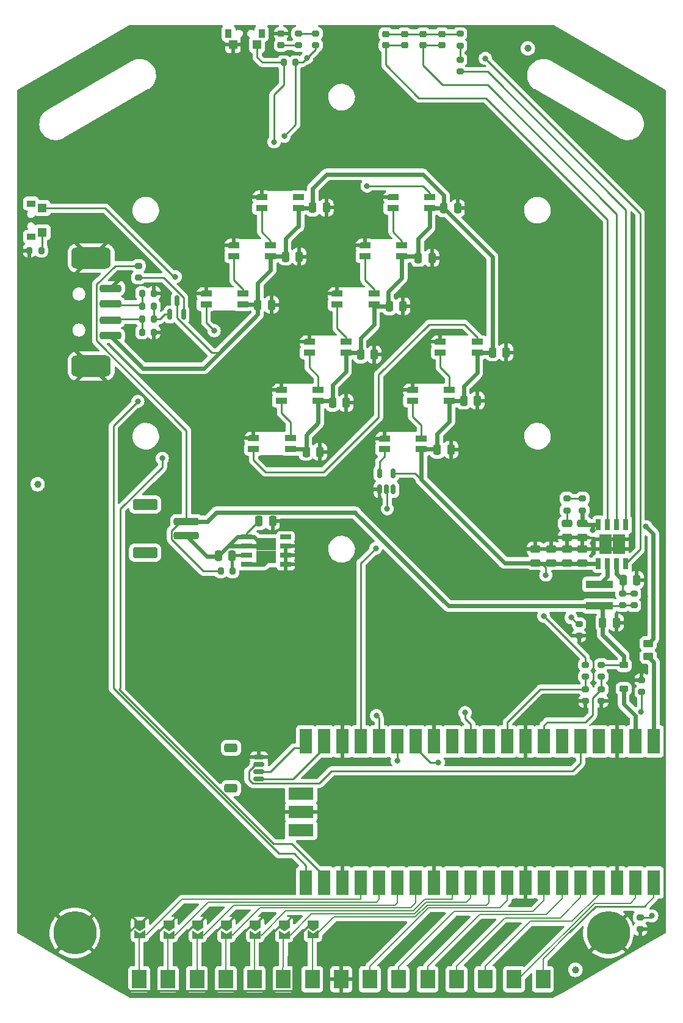
<source format=gbr>
%TF.GenerationSoftware,KiCad,Pcbnew,(7.0.0-0)*%
%TF.CreationDate,2023-03-26T20:27:34-07:00*%
%TF.ProjectId,voron_badge,766f726f-6e5f-4626-9164-67652e6b6963,rev?*%
%TF.SameCoordinates,Original*%
%TF.FileFunction,Copper,L2,Bot*%
%TF.FilePolarity,Positive*%
%FSLAX46Y46*%
G04 Gerber Fmt 4.6, Leading zero omitted, Abs format (unit mm)*
G04 Created by KiCad (PCBNEW (7.0.0-0)) date 2023-03-26 20:27:34*
%MOMM*%
%LPD*%
G01*
G04 APERTURE LIST*
G04 Aperture macros list*
%AMRoundRect*
0 Rectangle with rounded corners*
0 $1 Rounding radius*
0 $2 $3 $4 $5 $6 $7 $8 $9 X,Y pos of 4 corners*
0 Add a 4 corners polygon primitive as box body*
4,1,4,$2,$3,$4,$5,$6,$7,$8,$9,$2,$3,0*
0 Add four circle primitives for the rounded corners*
1,1,$1+$1,$2,$3*
1,1,$1+$1,$4,$5*
1,1,$1+$1,$6,$7*
1,1,$1+$1,$8,$9*
0 Add four rect primitives between the rounded corners*
20,1,$1+$1,$2,$3,$4,$5,0*
20,1,$1+$1,$4,$5,$6,$7,0*
20,1,$1+$1,$6,$7,$8,$9,0*
20,1,$1+$1,$8,$9,$2,$3,0*%
%AMFreePoly0*
4,1,6,1.000000,0.000000,0.500000,-0.750000,-0.500000,-0.750000,-0.500000,0.750000,0.500000,0.750000,1.000000,0.000000,1.000000,0.000000,$1*%
%AMFreePoly1*
4,1,6,0.500000,-0.750000,-0.650000,-0.750000,-0.150000,0.000000,-0.650000,0.750000,0.500000,0.750000,0.500000,-0.750000,0.500000,-0.750000,$1*%
%AMFreePoly2*
4,1,18,-0.800000,0.164000,-0.554000,0.410000,0.677000,0.410000,0.724070,0.400637,0.763974,0.373974,0.790637,0.334070,0.800000,0.287000,0.800000,-0.287000,0.790637,-0.334070,0.763974,-0.373974,0.724070,-0.400637,0.677000,-0.410000,-0.677000,-0.410000,-0.724070,-0.400637,-0.763974,-0.373974,-0.790637,-0.334070,-0.800000,-0.287000,-0.800000,0.164000,-0.800000,0.164000,$1*%
G04 Aperture macros list end*
%TA.AperFunction,SMDPad,CuDef*%
%ADD10C,1.000000*%
%TD*%
%TA.AperFunction,SMDPad,CuDef*%
%ADD11FreePoly0,270.000000*%
%TD*%
%TA.AperFunction,SMDPad,CuDef*%
%ADD12FreePoly1,270.000000*%
%TD*%
%TA.AperFunction,SMDPad,CuDef*%
%ADD13RoundRect,0.250000X-1.250000X-0.250000X1.250000X-0.250000X1.250000X0.250000X-1.250000X0.250000X0*%
%TD*%
%TA.AperFunction,SMDPad,CuDef*%
%ADD14RoundRect,0.750000X2.000000X-0.750000X2.000000X0.750000X-2.000000X0.750000X-2.000000X-0.750000X0*%
%TD*%
%TA.AperFunction,SMDPad,CuDef*%
%ADD15R,1.300000X1.150000*%
%TD*%
%TA.AperFunction,SMDPad,CuDef*%
%ADD16R,1.200000X0.900000*%
%TD*%
%TA.AperFunction,SMDPad,CuDef*%
%ADD17RoundRect,0.200000X-0.200000X-0.275000X0.200000X-0.275000X0.200000X0.275000X-0.200000X0.275000X0*%
%TD*%
%TA.AperFunction,SMDPad,CuDef*%
%ADD18RoundRect,0.200000X-0.275000X0.200000X-0.275000X-0.200000X0.275000X-0.200000X0.275000X0.200000X0*%
%TD*%
%TA.AperFunction,SMDPad,CuDef*%
%ADD19R,1.500000X0.650000*%
%TD*%
%TA.AperFunction,SMDPad,CuDef*%
%ADD20R,1.350000X1.800000*%
%TD*%
%TA.AperFunction,SMDPad,CuDef*%
%ADD21FreePoly2,0.000000*%
%TD*%
%TA.AperFunction,SMDPad,CuDef*%
%ADD22R,1.600000X0.820000*%
%TD*%
%TA.AperFunction,SMDPad,CuDef*%
%ADD23RoundRect,0.250000X0.250000X0.475000X-0.250000X0.475000X-0.250000X-0.475000X0.250000X-0.475000X0*%
%TD*%
%TA.AperFunction,SMDPad,CuDef*%
%ADD24RoundRect,0.250000X1.500000X-0.250000X1.500000X0.250000X-1.500000X0.250000X-1.500000X-0.250000X0*%
%TD*%
%TA.AperFunction,SMDPad,CuDef*%
%ADD25RoundRect,0.250001X1.449999X-0.499999X1.449999X0.499999X-1.449999X0.499999X-1.449999X-0.499999X0*%
%TD*%
%TA.AperFunction,SMDPad,CuDef*%
%ADD26RoundRect,0.200000X0.200000X0.275000X-0.200000X0.275000X-0.200000X-0.275000X0.200000X-0.275000X0*%
%TD*%
%TA.AperFunction,ComponentPad*%
%ADD27C,0.900000*%
%TD*%
%TA.AperFunction,SMDPad,CuDef*%
%ADD28C,6.000000*%
%TD*%
%TA.AperFunction,SMDPad,CuDef*%
%ADD29RoundRect,0.250000X0.475000X-0.250000X0.475000X0.250000X-0.475000X0.250000X-0.475000X-0.250000X0*%
%TD*%
%TA.AperFunction,SMDPad,CuDef*%
%ADD30RoundRect,0.218750X-0.256250X0.218750X-0.256250X-0.218750X0.256250X-0.218750X0.256250X0.218750X0*%
%TD*%
%TA.AperFunction,SMDPad,CuDef*%
%ADD31RoundRect,0.250000X-0.475000X0.250000X-0.475000X-0.250000X0.475000X-0.250000X0.475000X0.250000X0*%
%TD*%
%TA.AperFunction,SMDPad,CuDef*%
%ADD32RoundRect,0.225000X0.375000X-0.225000X0.375000X0.225000X-0.375000X0.225000X-0.375000X-0.225000X0*%
%TD*%
%TA.AperFunction,SMDPad,CuDef*%
%ADD33RoundRect,0.150000X0.150000X-0.512500X0.150000X0.512500X-0.150000X0.512500X-0.150000X-0.512500X0*%
%TD*%
%TA.AperFunction,SMDPad,CuDef*%
%ADD34RoundRect,0.150000X0.625000X-0.150000X0.625000X0.150000X-0.625000X0.150000X-0.625000X-0.150000X0*%
%TD*%
%TA.AperFunction,SMDPad,CuDef*%
%ADD35RoundRect,0.250000X0.650000X-0.350000X0.650000X0.350000X-0.650000X0.350000X-0.650000X-0.350000X0*%
%TD*%
%TA.AperFunction,SMDPad,CuDef*%
%ADD36RoundRect,0.218750X0.256250X-0.218750X0.256250X0.218750X-0.256250X0.218750X-0.256250X-0.218750X0*%
%TD*%
%TA.AperFunction,SMDPad,CuDef*%
%ADD37R,1.700000X3.500000*%
%TD*%
%TA.AperFunction,SMDPad,CuDef*%
%ADD38R,3.500000X1.700000*%
%TD*%
%TA.AperFunction,SMDPad,CuDef*%
%ADD39R,0.650000X1.500000*%
%TD*%
%TA.AperFunction,SMDPad,CuDef*%
%ADD40R,1.800000X1.350000*%
%TD*%
%TA.AperFunction,SMDPad,CuDef*%
%ADD41R,3.700000X1.100000*%
%TD*%
%TA.AperFunction,SMDPad,CuDef*%
%ADD42R,1.150000X1.300000*%
%TD*%
%TA.AperFunction,SMDPad,CuDef*%
%ADD43R,0.900000X1.200000*%
%TD*%
%TA.AperFunction,SMDPad,CuDef*%
%ADD44RoundRect,0.200000X0.275000X-0.200000X0.275000X0.200000X-0.275000X0.200000X-0.275000X-0.200000X0*%
%TD*%
%TA.AperFunction,SMDPad,CuDef*%
%ADD45RoundRect,0.250000X-0.250000X-0.475000X0.250000X-0.475000X0.250000X0.475000X-0.250000X0.475000X0*%
%TD*%
%TA.AperFunction,SMDPad,CuDef*%
%ADD46RoundRect,0.250000X0.450000X-0.262500X0.450000X0.262500X-0.450000X0.262500X-0.450000X-0.262500X0*%
%TD*%
%TA.AperFunction,SMDPad,CuDef*%
%ADD47R,2.000000X2.600000*%
%TD*%
%TA.AperFunction,SMDPad,CuDef*%
%ADD48RoundRect,0.150000X0.150000X-0.587500X0.150000X0.587500X-0.150000X0.587500X-0.150000X-0.587500X0*%
%TD*%
%TA.AperFunction,ViaPad*%
%ADD49C,0.800000*%
%TD*%
%TA.AperFunction,Conductor*%
%ADD50C,0.250000*%
%TD*%
%TA.AperFunction,Conductor*%
%ADD51C,0.400000*%
%TD*%
%TA.AperFunction,Conductor*%
%ADD52C,0.600000*%
%TD*%
%TA.AperFunction,Conductor*%
%ADD53C,0.200000*%
%TD*%
G04 APERTURE END LIST*
D10*
%TO.P,FID3,*%
%TO.N,*%
X193900000Y-155500000D03*
%TD*%
%TO.P,FID2,*%
%TO.N,*%
X119300000Y-88100000D03*
%TD*%
%TO.P,FID1,*%
%TO.N,*%
X187300000Y-27600000D03*
%TD*%
D11*
%TO.P,JP7,1,A*%
%TO.N,GND*%
X157500000Y-149175000D03*
D12*
%TO.P,JP7,2,B*%
%TO.N,SELF_S6*%
X157500000Y-150625000D03*
%TD*%
D13*
%TO.P,J1,1,VBUS*%
%TO.N,+5V*%
X129430000Y-67500000D03*
%TO.P,J1,2,D-*%
%TO.N,/power supply/USB_D-*%
X129430000Y-65350000D03*
%TO.P,J1,3,D+*%
%TO.N,/power supply/USB_D+*%
X129430000Y-63050000D03*
%TO.P,J1,4,GND*%
%TO.N,GND*%
X129430000Y-60900000D03*
D14*
%TO.P,J1,5,Shield*%
X126730000Y-71700000D03*
X126730000Y-56700000D03*
%TD*%
D15*
%TO.P,SW1,1,1*%
%TO.N,/RESET*%
X119949999Y-49774999D03*
%TO.P,SW1,2,2*%
%TO.N,Net-(R8-Pad2)*%
X119949999Y-53124999D03*
D16*
%TO.P,SW1,MP*%
%TO.N,N/C*%
X118399999Y-49149999D03*
X118399999Y-53749999D03*
%TD*%
D17*
%TO.P,R21,1*%
%TO.N,/power supply/USB_D+*%
X133775000Y-61600000D03*
%TO.P,R21,2*%
%TO.N,GND*%
X135425000Y-61600000D03*
%TD*%
D18*
%TO.P,R14,1*%
%TO.N,Net-(D14-K)*%
X177895000Y-25587500D03*
%TO.P,R14,2*%
%TO.N,Net-(R13-Pad1)*%
X177895000Y-27237500D03*
%TD*%
D19*
%TO.P,U3,1,NC*%
%TO.N,unconnected-(U3-NC-Pad1)*%
X153719999Y-95429999D03*
%TO.P,U3,2,VM*%
%TO.N,GND*%
X153719999Y-96699999D03*
%TO.P,U3,3,VM*%
X153719999Y-97969999D03*
%TO.P,U3,4,VM*%
X153719999Y-99239999D03*
%TO.P,U3,5,GND*%
%TO.N,-BATT*%
X148319999Y-99239999D03*
%TO.P,U3,6,VDD*%
%TO.N,Net-(U3-VDD)*%
X148319999Y-97969999D03*
%TO.P,U3,7,GND*%
%TO.N,-BATT*%
X148319999Y-96699999D03*
%TO.P,U3,8,GND*%
X148319999Y-95429999D03*
D20*
%TO.P,U3,9,EPAD*%
X151694999Y-98234999D03*
X151694999Y-96434999D03*
X150344999Y-98234999D03*
X150344999Y-96434999D03*
%TD*%
D21*
%TO.P,D2,1,GND*%
%TO.N,GND*%
X149258999Y-81726200D03*
D22*
%TO.P,D2,2,DIN*%
%TO.N,/logo_top_out*%
X149258999Y-83226200D03*
%TO.P,D2,3,VDD*%
%TO.N,+5V*%
X154358999Y-83226200D03*
%TO.P,D2,4,DOUT*%
%TO.N,Net-(D2-DOUT)*%
X154358999Y-81726200D03*
%TD*%
D18*
%TO.P,R3,1*%
%TO.N,/sense_vbat*%
X197500000Y-116550000D03*
%TO.P,R3,2*%
%TO.N,GND*%
X197500000Y-118200000D03*
%TD*%
D23*
%TO.P,C11,1*%
%TO.N,GND*%
X155600000Y-56500000D03*
%TO.P,C11,2*%
%TO.N,+5V*%
X153700000Y-56500000D03*
%TD*%
D18*
%TO.P,R7,1*%
%TO.N,/pad_N*%
X194400000Y-107475000D03*
%TO.P,R7,2*%
%TO.N,GND*%
X194400000Y-109125000D03*
%TD*%
D24*
%TO.P,J2,1,Pin_1*%
%TO.N,-BATT*%
X139950000Y-95250000D03*
%TO.P,J2,2,Pin_2*%
%TO.N,+BATT*%
X139950000Y-93250000D03*
D25*
%TO.P,J2,MP*%
%TO.N,N/C*%
X134200000Y-97600000D03*
X134200000Y-90900000D03*
%TD*%
D23*
%TO.P,C12,1*%
%TO.N,GND*%
X159350000Y-49700000D03*
%TO.P,C12,2*%
%TO.N,+5V*%
X157450000Y-49700000D03*
%TD*%
D11*
%TO.P,JP2,1,A*%
%TO.N,GND*%
X137500000Y-149200000D03*
D12*
%TO.P,JP2,2,B*%
%TO.N,SELF_S1*%
X137500000Y-150650000D03*
%TD*%
D18*
%TO.P,R18,1*%
%TO.N,Net-(U4-BAT)*%
X202040000Y-103275000D03*
%TO.P,R18,2*%
%TO.N,+BATT*%
X202040000Y-104925000D03*
%TD*%
D23*
%TO.P,C4,1*%
%TO.N,GND*%
X158450000Y-83600000D03*
%TO.P,C4,2*%
%TO.N,+5V*%
X156550000Y-83600000D03*
%TD*%
D21*
%TO.P,D12,1,GND*%
%TO.N,GND*%
X168577333Y-48265865D03*
D22*
%TO.P,D12,2,DIN*%
%TO.N,Net-(D10-DOUT)*%
X168577333Y-49765865D03*
%TO.P,D12,3,VDD*%
%TO.N,+5V*%
X173677333Y-49765865D03*
%TO.P,D12,4,DOUT*%
%TO.N,/logo_mid_out*%
X173677333Y-48265865D03*
%TD*%
D21*
%TO.P,D10,1,GND*%
%TO.N,GND*%
X164713666Y-54957932D03*
D22*
%TO.P,D10,2,DIN*%
%TO.N,Net-(D10-DIN)*%
X164713666Y-56457932D03*
%TO.P,D10,3,VDD*%
%TO.N,+5V*%
X169813666Y-56457932D03*
%TO.P,D10,4,DOUT*%
%TO.N,Net-(D10-DOUT)*%
X169813666Y-54957932D03*
%TD*%
D26*
%TO.P,R23,1*%
%TO.N,Net-(Q1-E)*%
X135425000Y-65200000D03*
%TO.P,R23,2*%
%TO.N,/power supply/USB_D-*%
X133775000Y-65200000D03*
%TD*%
%TO.P,R20,1*%
%TO.N,Net-(Q1-E)*%
X135425000Y-63400000D03*
%TO.P,R20,2*%
%TO.N,/power supply/USB_D+*%
X133775000Y-63400000D03*
%TD*%
D27*
%TO.P,H2,1,1*%
%TO.N,GND*%
X124468071Y-150373133D03*
D28*
X124468071Y-150373133D03*
%TD*%
D21*
%TO.P,D11,1,GND*%
%TO.N,GND*%
X171309007Y-75034466D03*
D22*
%TO.P,D11,2,DIN*%
%TO.N,Net-(D11-DIN)*%
X171309007Y-76534466D03*
%TO.P,D11,3,VDD*%
%TO.N,+5V*%
X176409007Y-76534466D03*
%TO.P,D11,4,DOUT*%
%TO.N,Net-(D11-DOUT)*%
X176409007Y-75034466D03*
%TD*%
D29*
%TO.P,C21,1*%
%TO.N,+5V*%
X190540000Y-99000000D03*
%TO.P,C21,2*%
%TO.N,GND*%
X190540000Y-97100000D03*
%TD*%
D21*
%TO.P,D4,1,GND*%
%TO.N,GND*%
X146527133Y-54957932D03*
D22*
%TO.P,D4,2,DIN*%
%TO.N,Net-(D3-DOUT)*%
X146527133Y-56457932D03*
%TO.P,D4,3,VDD*%
%TO.N,+5V*%
X151627133Y-56457932D03*
%TO.P,D4,4,DOUT*%
%TO.N,Net-(D4-DOUT)*%
X151627133Y-54957932D03*
%TD*%
D11*
%TO.P,JP5,1,A*%
%TO.N,GND*%
X149500000Y-149200000D03*
D12*
%TO.P,JP5,2,B*%
%TO.N,SELF_S4*%
X149500000Y-150650000D03*
%TD*%
D23*
%TO.P,C1,1*%
%TO.N,GND*%
X176650000Y-83300000D03*
%TO.P,C1,2*%
%TO.N,+5V*%
X174750000Y-83300000D03*
%TD*%
D30*
%TO.P,D14,1,K*%
%TO.N,Net-(D14-K)*%
X167605000Y-25625000D03*
%TO.P,D14,2,A*%
%TO.N,Net-(D14-A)*%
X167605000Y-27200000D03*
%TD*%
D29*
%TO.P,C22,1*%
%TO.N,+5V*%
X188380000Y-99000000D03*
%TO.P,C22,2*%
%TO.N,GND*%
X188380000Y-97100000D03*
%TD*%
%TO.P,C19,1*%
%TO.N,+5V*%
X194860000Y-99000000D03*
%TO.P,C19,2*%
%TO.N,GND*%
X194860000Y-97100000D03*
%TD*%
D23*
%TO.P,C2,1*%
%TO.N,GND*%
X180300000Y-76500000D03*
%TO.P,C2,2*%
%TO.N,+5V*%
X178400000Y-76500000D03*
%TD*%
D30*
%TO.P,D18,1,K*%
%TO.N,GND*%
X153075000Y-25562500D03*
%TO.P,D18,2,A*%
%TO.N,Net-(D18-A)*%
X153075000Y-27137500D03*
%TD*%
D31*
%TO.P,C14,1*%
%TO.N,Net-(C14-Pad1)*%
X192700000Y-93550000D03*
%TO.P,C14,2*%
%TO.N,GND*%
X192700000Y-95450000D03*
%TD*%
D23*
%TO.P,C8,1*%
%TO.N,GND*%
X174000000Y-56700000D03*
%TO.P,C8,2*%
%TO.N,+5V*%
X172100000Y-56700000D03*
%TD*%
D21*
%TO.P,D6,1,GND*%
%TO.N,GND*%
X150390799Y-48265865D03*
D22*
%TO.P,D6,2,DIN*%
%TO.N,Net-(D4-DOUT)*%
X150390799Y-49765865D03*
%TO.P,D6,3,VDD*%
%TO.N,+5V*%
X155490799Y-49765865D03*
%TO.P,D6,4,DOUT*%
%TO.N,unconnected-(D6-DOUT-Pad4)*%
X155490799Y-48265865D03*
%TD*%
D32*
%TO.P,D1,1,K*%
%TO.N,Net-(D1-K)*%
X200600000Y-116500000D03*
%TO.P,D1,2,A*%
%TO.N,+BATT*%
X200600000Y-113200000D03*
%TD*%
D33*
%TO.P,U1,1*%
%TO.N,N/C*%
X168650000Y-88837500D03*
%TO.P,U1,2*%
%TO.N,/pixels_sig*%
X167700000Y-88837500D03*
%TO.P,U1,3,GND*%
%TO.N,GND*%
X166750000Y-88837500D03*
%TO.P,U1,4*%
%TO.N,/logo pixels in*%
X166750000Y-86562500D03*
%TO.P,U1,5,VCC*%
%TO.N,+5V*%
X168650000Y-86562500D03*
%TD*%
D11*
%TO.P,JP6,1,A*%
%TO.N,GND*%
X153500000Y-149200000D03*
D12*
%TO.P,JP6,2,B*%
%TO.N,SELF_S5*%
X153500000Y-150650000D03*
%TD*%
D18*
%TO.P,R1,1*%
%TO.N,/pad_V*%
X202900000Y-148200000D03*
%TO.P,R1,2*%
%TO.N,GND*%
X202900000Y-149850000D03*
%TD*%
D21*
%TO.P,D3,1,GND*%
%TO.N,GND*%
X142663466Y-61649999D03*
D22*
%TO.P,D3,2,DIN*%
%TO.N,/logo_mid_out*%
X142663466Y-63149999D03*
%TO.P,D3,3,VDD*%
%TO.N,+5V*%
X147763466Y-63149999D03*
%TO.P,D3,4,DOUT*%
%TO.N,Net-(D3-DOUT)*%
X147763466Y-61649999D03*
%TD*%
D34*
%TO.P,CN1,1,Pin_1*%
%TO.N,I2C1_SCL*%
X150000000Y-129000000D03*
%TO.P,CN1,2,Pin_2*%
%TO.N,I2C1_SDA*%
X150000000Y-128000000D03*
%TO.P,CN1,3,Pin_3*%
%TO.N,+3V3*%
X150000000Y-127000000D03*
%TO.P,CN1,4,Pin_4*%
%TO.N,GND*%
X150000000Y-126000000D03*
D35*
%TO.P,CN1,MP*%
%TO.N,N/C*%
X146125000Y-130300000D03*
X146125000Y-124700000D03*
%TD*%
D36*
%TO.P,D17,1,K*%
%TO.N,Net-(D16-A)*%
X175375000Y-27200000D03*
%TO.P,D17,2,A*%
%TO.N,Net-(D14-K)*%
X175375000Y-25625000D03*
%TD*%
D18*
%TO.P,R19,1*%
%TO.N,Net-(U4-BAT)*%
X200440000Y-103275000D03*
%TO.P,R19,2*%
%TO.N,+BATT*%
X200440000Y-104925000D03*
%TD*%
%TO.P,R11,1*%
%TO.N,Net-(R11-Pad1)*%
X194900000Y-90075000D03*
%TO.P,R11,2*%
%TO.N,Net-(U4-VIN)*%
X194900000Y-91725000D03*
%TD*%
D37*
%TO.P,U2,1,GPIO0*%
%TO.N,BADGE_S0*%
X204779999Y-143379999D03*
%TO.P,U2,2,GPIO1*%
%TO.N,BADGE_S1*%
X202239999Y-143379999D03*
%TO.P,U2,3,GND*%
%TO.N,GND*%
X199699999Y-143379999D03*
%TO.P,U2,4,GPIO2*%
%TO.N,BADGE_S2*%
X197159999Y-143379999D03*
%TO.P,U2,5,GPIO3*%
%TO.N,BADGE_S3*%
X194619999Y-143379999D03*
%TO.P,U2,6,GPIO4*%
%TO.N,BADGE_S4*%
X192079999Y-143379999D03*
%TO.P,U2,7,GPIO5*%
%TO.N,BADGE_S5*%
X189539999Y-143379999D03*
%TO.P,U2,8,GND*%
%TO.N,GND*%
X186999999Y-143379999D03*
%TO.P,U2,9,GPIO6*%
%TO.N,BADGE_S6*%
X184459999Y-143379999D03*
%TO.P,U2,10,GPIO7*%
%TO.N,SELF_S6*%
X181919999Y-143379999D03*
%TO.P,U2,11,GPIO8*%
%TO.N,SELF_S5*%
X179379999Y-143379999D03*
%TO.P,U2,12,GPIO9*%
%TO.N,SELF_S4*%
X176839999Y-143379999D03*
%TO.P,U2,13,GND*%
%TO.N,GND*%
X174299999Y-143379999D03*
%TO.P,U2,14,GPIO10*%
%TO.N,SELF_S3*%
X171759999Y-143379999D03*
%TO.P,U2,15,GPIO11*%
%TO.N,SELF_S2*%
X169219999Y-143379999D03*
%TO.P,U2,16,GPIO12*%
%TO.N,SELF_S1*%
X166679999Y-143379999D03*
%TO.P,U2,17,GPIO13*%
%TO.N,SELF_S0*%
X164139999Y-143379999D03*
%TO.P,U2,18,GND*%
%TO.N,GND*%
X161599999Y-143379999D03*
%TO.P,U2,19,GPIO14*%
%TO.N,/sw_press*%
X159059999Y-143379999D03*
%TO.P,U2,20,GPIO15*%
%TO.N,/led_on*%
X156519999Y-143379999D03*
%TO.P,U2,21,GPIO16*%
%TO.N,I2C1_SDA*%
X156519999Y-123799999D03*
%TO.P,U2,22,GPIO17*%
%TO.N,I2C1_SCL*%
X159059999Y-123799999D03*
%TO.P,U2,23,GND*%
%TO.N,GND*%
X161599999Y-123799999D03*
%TO.P,U2,24,GPIO18*%
%TO.N,/pixels_sig*%
X164139999Y-123799999D03*
%TO.P,U2,25,GPIO19*%
%TO.N,/pad_N*%
X166679999Y-123799999D03*
%TO.P,U2,26,GPIO20*%
%TO.N,/pad_R*%
X169219999Y-123799999D03*
%TO.P,U2,27,GPIO21*%
%TO.N,/pad_V*%
X171759999Y-123799999D03*
%TO.P,U2,28,GND*%
%TO.N,GND*%
X174299999Y-123799999D03*
%TO.P,U2,29,GPIO22*%
%TO.N,unconnected-(U2-GPIO22-Pad29)*%
X176839999Y-123799999D03*
%TO.P,U2,30,RUN*%
%TO.N,/RESET*%
X179379999Y-123799999D03*
%TO.P,U2,31,GPIO26_ADC0*%
%TO.N,unconnected-(U2-GPIO26_ADC0-Pad31)*%
X181919999Y-123799999D03*
%TO.P,U2,32,GPIO27_ADC1*%
%TO.N,/sense_5V*%
X184459999Y-123799999D03*
%TO.P,U2,33,AGND*%
%TO.N,GND*%
X186999999Y-123799999D03*
%TO.P,U2,34,GPIO28_ADC2*%
%TO.N,/sense_vbat*%
X189539999Y-123799999D03*
%TO.P,U2,35,ADC_VREF*%
%TO.N,unconnected-(U2-ADC_VREF-Pad35)*%
X192079999Y-123799999D03*
%TO.P,U2,36,3V3*%
%TO.N,+3V3*%
X194619999Y-123799999D03*
%TO.P,U2,37,3V3_EN*%
%TO.N,unconnected-(U2-3V3_EN-Pad37)*%
X197159999Y-123799999D03*
%TO.P,U2,38,GND*%
%TO.N,GND*%
X199699999Y-123799999D03*
%TO.P,U2,39,VSYS*%
%TO.N,Net-(D1-K)*%
X202239999Y-123799999D03*
%TO.P,U2,40,VBUS*%
%TO.N,VBUS*%
X204779999Y-123799999D03*
D38*
%TO.P,U2,41,SWCLK*%
%TO.N,unconnected-(U2-SWCLK-Pad41)*%
X155849999Y-136129999D03*
%TO.P,U2,42,GND*%
%TO.N,GND*%
X155849999Y-133589999D03*
%TO.P,U2,43,SWDIO*%
%TO.N,unconnected-(U2-SWDIO-Pad43)*%
X155849999Y-131049999D03*
%TD*%
D17*
%TO.P,R24,1*%
%TO.N,/power supply/USB_D-*%
X133775000Y-67000000D03*
%TO.P,R24,2*%
%TO.N,GND*%
X135425000Y-67000000D03*
%TD*%
D36*
%TO.P,D15,1,K*%
%TO.N,Net-(D14-A)*%
X170195000Y-27200000D03*
%TO.P,D15,2,A*%
%TO.N,Net-(D14-K)*%
X170195000Y-25625000D03*
%TD*%
D27*
%TO.P,H1,1,1*%
%TO.N,GND*%
X198468071Y-150373133D03*
D28*
X198468071Y-150373133D03*
%TD*%
D39*
%TO.P,U4,1,VIN*%
%TO.N,Net-(U4-VIN)*%
X197099999Y-93724999D03*
%TO.P,U4,2,LED1*%
%TO.N,Net-(D14-A)*%
X198369999Y-93724999D03*
%TO.P,U4,3,LED2*%
%TO.N,Net-(D16-A)*%
X199639999Y-93724999D03*
%TO.P,U4,4,LED3*%
%TO.N,Net-(U4-LED3)*%
X200909999Y-93724999D03*
%TO.P,U4,5,KEY*%
%TO.N,/led_on*%
X200909999Y-99124999D03*
%TO.P,U4,6,BAT*%
%TO.N,Net-(U4-BAT)*%
X199639999Y-99124999D03*
%TO.P,U4,7,SW*%
%TO.N,/power supply/sw*%
X198369999Y-99124999D03*
%TO.P,U4,8,VOUT*%
%TO.N,+5V*%
X197099999Y-99124999D03*
D40*
%TO.P,U4,9,GND*%
%TO.N,GND*%
X199904999Y-95749999D03*
X198104999Y-95749999D03*
X199904999Y-97099999D03*
X198104999Y-97099999D03*
%TD*%
D21*
%TO.P,D9,1,GND*%
%TO.N,GND*%
X167445341Y-81726533D03*
D22*
%TO.P,D9,2,DIN*%
%TO.N,/logo pixels in*%
X167445341Y-83226533D03*
%TO.P,D9,3,VDD*%
%TO.N,+5V*%
X172545341Y-83226533D03*
%TO.P,D9,4,DOUT*%
%TO.N,Net-(D11-DIN)*%
X172545341Y-81726533D03*
%TD*%
D41*
%TO.P,L1,1,1*%
%TO.N,/power supply/sw*%
X197239999Y-101999999D03*
%TO.P,L1,2,2*%
%TO.N,+BATT*%
X197239999Y-104999999D03*
%TD*%
D42*
%TO.P,SW2,1,1*%
%TO.N,/sw_press*%
X149749999Y-27099999D03*
%TO.P,SW2,2,2*%
%TO.N,GND*%
X146399999Y-27099999D03*
D43*
%TO.P,SW2,MP*%
%TO.N,N/C*%
X150374999Y-25549999D03*
X145774999Y-25549999D03*
%TD*%
D18*
%TO.P,R22,1*%
%TO.N,Net-(R16-Pad2)*%
X155475000Y-25525000D03*
%TO.P,R22,2*%
%TO.N,Net-(D18-A)*%
X155475000Y-27175000D03*
%TD*%
D44*
%TO.P,R12,1*%
%TO.N,Net-(C14-Pad1)*%
X192700000Y-91725000D03*
%TO.P,R12,2*%
%TO.N,Net-(R11-Pad1)*%
X192700000Y-90075000D03*
%TD*%
D18*
%TO.P,R13,1*%
%TO.N,Net-(R13-Pad1)*%
X177895000Y-29187500D03*
%TO.P,R13,2*%
%TO.N,Net-(U4-LED3)*%
X177895000Y-30837500D03*
%TD*%
D45*
%TO.P,C17,1*%
%TO.N,Net-(U4-BAT)*%
X200490000Y-101400000D03*
%TO.P,C17,2*%
%TO.N,GND*%
X202390000Y-101400000D03*
%TD*%
D18*
%TO.P,R15,1*%
%TO.N,+BATT*%
X133300000Y-57775000D03*
%TO.P,R15,2*%
%TO.N,Net-(Q1-B)*%
X133300000Y-59425000D03*
%TD*%
D21*
%TO.P,D7,1,GND*%
%TO.N,GND*%
X156986333Y-68342066D03*
D22*
%TO.P,D7,2,DIN*%
%TO.N,Net-(D5-DOUT)*%
X156986333Y-69842066D03*
%TO.P,D7,3,VDD*%
%TO.N,+5V*%
X162086333Y-69842066D03*
%TO.P,D7,4,DOUT*%
%TO.N,Net-(D7-DOUT)*%
X162086333Y-68342066D03*
%TD*%
D21*
%TO.P,D13,1,GND*%
%TO.N,GND*%
X175172674Y-68342399D03*
D22*
%TO.P,D13,2,DIN*%
%TO.N,Net-(D11-DOUT)*%
X175172674Y-69842399D03*
%TO.P,D13,3,VDD*%
%TO.N,+5V*%
X180272674Y-69842399D03*
%TO.P,D13,4,DOUT*%
%TO.N,/logo_top_out*%
X180272674Y-68342399D03*
%TD*%
D21*
%TO.P,D8,1,GND*%
%TO.N,GND*%
X160849999Y-61649999D03*
D22*
%TO.P,D8,2,DIN*%
%TO.N,Net-(D7-DOUT)*%
X160849999Y-63149999D03*
%TO.P,D8,3,VDD*%
%TO.N,+5V*%
X165949999Y-63149999D03*
%TO.P,D8,4,DOUT*%
%TO.N,Net-(D10-DIN)*%
X165949999Y-61649999D03*
%TD*%
D11*
%TO.P,JP1,1,A*%
%TO.N,GND*%
X133500000Y-149175000D03*
D12*
%TO.P,JP1,2,B*%
%TO.N,SELF_S0*%
X133500000Y-150625000D03*
%TD*%
D23*
%TO.P,C9,1*%
%TO.N,GND*%
X177550000Y-49800000D03*
%TO.P,C9,2*%
%TO.N,+5V*%
X175650000Y-49800000D03*
%TD*%
D44*
%TO.P,R16,1*%
%TO.N,/led_on*%
X157875000Y-27175000D03*
%TO.P,R16,2*%
%TO.N,Net-(R16-Pad2)*%
X157875000Y-25525000D03*
%TD*%
D29*
%TO.P,C20,1*%
%TO.N,+5V*%
X192700000Y-99000000D03*
%TO.P,C20,2*%
%TO.N,GND*%
X192700000Y-97100000D03*
%TD*%
D23*
%TO.P,C7,1*%
%TO.N,GND*%
X170000000Y-63400000D03*
%TO.P,C7,2*%
%TO.N,+5V*%
X168100000Y-63400000D03*
%TD*%
%TO.P,C10,1*%
%TO.N,GND*%
X151750000Y-63200000D03*
%TO.P,C10,2*%
%TO.N,+5V*%
X149850000Y-63200000D03*
%TD*%
D46*
%TO.P,F1,1*%
%TO.N,VBUS*%
X204000000Y-112025000D03*
%TO.P,F1,2*%
%TO.N,Net-(U4-VIN)*%
X204000000Y-110200000D03*
%TD*%
D18*
%TO.P,R5,1*%
%TO.N,/sense_5V*%
X195300000Y-116550000D03*
%TO.P,R5,2*%
%TO.N,GND*%
X195300000Y-118200000D03*
%TD*%
D31*
%TO.P,C15,1*%
%TO.N,Net-(U4-VIN)*%
X194900000Y-93550000D03*
%TO.P,C15,2*%
%TO.N,GND*%
X194900000Y-95450000D03*
%TD*%
D23*
%TO.P,C16,1*%
%TO.N,GND*%
X151895000Y-93235000D03*
%TO.P,C16,2*%
%TO.N,-BATT*%
X149995000Y-93235000D03*
%TD*%
%TO.P,C6,1*%
%TO.N,GND*%
X166000000Y-70100000D03*
%TO.P,C6,2*%
%TO.N,+5V*%
X164100000Y-70100000D03*
%TD*%
%TO.P,C5,1*%
%TO.N,GND*%
X162100000Y-76800000D03*
%TO.P,C5,2*%
%TO.N,+5V*%
X160200000Y-76800000D03*
%TD*%
D30*
%TO.P,D16,1,K*%
%TO.N,Net-(D14-K)*%
X172785000Y-25625000D03*
%TO.P,D16,2,A*%
%TO.N,Net-(D16-A)*%
X172785000Y-27200000D03*
%TD*%
D18*
%TO.P,R4,1*%
%TO.N,+5V*%
X195280000Y-113150000D03*
%TO.P,R4,2*%
%TO.N,/sense_5V*%
X195280000Y-114800000D03*
%TD*%
D23*
%TO.P,C3,1*%
%TO.N,GND*%
X184300000Y-69800000D03*
%TO.P,C3,2*%
%TO.N,+5V*%
X182400000Y-69800000D03*
%TD*%
D21*
%TO.P,D5,1,GND*%
%TO.N,GND*%
X153122666Y-75034133D03*
D22*
%TO.P,D5,2,DIN*%
%TO.N,Net-(D2-DOUT)*%
X153122666Y-76534133D03*
%TO.P,D5,3,VDD*%
%TO.N,+5V*%
X158222666Y-76534133D03*
%TO.P,D5,4,DOUT*%
%TO.N,Net-(D5-DOUT)*%
X158222666Y-75034133D03*
%TD*%
D17*
%TO.P,R8,1*%
%TO.N,GND*%
X118175000Y-55650000D03*
%TO.P,R8,2*%
%TO.N,Net-(R8-Pad2)*%
X119825000Y-55650000D03*
%TD*%
D45*
%TO.P,C18,1*%
%TO.N,+BATT*%
X197690000Y-107300000D03*
%TO.P,C18,2*%
%TO.N,GND*%
X199590000Y-107300000D03*
%TD*%
D44*
%TO.P,R6,1*%
%TO.N,/pad_R*%
X203100000Y-116925000D03*
%TO.P,R6,2*%
%TO.N,GND*%
X203100000Y-115275000D03*
%TD*%
D11*
%TO.P,JP4,1,A*%
%TO.N,GND*%
X145500000Y-149200000D03*
D12*
%TO.P,JP4,2,B*%
%TO.N,SELF_S3*%
X145500000Y-150650000D03*
%TD*%
D11*
%TO.P,JP3,1,A*%
%TO.N,GND*%
X141500000Y-149200000D03*
D12*
%TO.P,JP3,2,B*%
%TO.N,SELF_S2*%
X141500000Y-150650000D03*
%TD*%
D23*
%TO.P,C13,1*%
%TO.N,Net-(U3-VDD)*%
X146295000Y-98035000D03*
%TO.P,C13,2*%
%TO.N,-BATT*%
X144395000Y-98035000D03*
%TD*%
D26*
%TO.P,R10,1*%
%TO.N,Net-(U3-VDD)*%
X146345000Y-100170000D03*
%TO.P,R10,2*%
%TO.N,+BATT*%
X144695000Y-100170000D03*
%TD*%
D47*
%TO.P,J3,1,Pin_1*%
%TO.N,SELF_S0*%
X133399999Y-156799999D03*
%TO.P,J3,2,Pin_2*%
%TO.N,SELF_S1*%
X137399999Y-156799999D03*
%TO.P,J3,3,Pin_3*%
%TO.N,SELF_S2*%
X141399999Y-156799999D03*
%TO.P,J3,4,Pin_4*%
%TO.N,SELF_S3*%
X145399999Y-156799999D03*
%TO.P,J3,5,Pin_5*%
%TO.N,SELF_S4*%
X149399999Y-156799999D03*
%TO.P,J3,6,Pin_6*%
%TO.N,SELF_S5*%
X153399999Y-156799999D03*
%TO.P,J3,7,Pin_7*%
%TO.N,SELF_S6*%
X157399999Y-156799999D03*
%TO.P,J3,8,Pin_8*%
%TO.N,GND*%
X161399999Y-156799999D03*
%TO.P,J3,9,Pin_9*%
%TO.N,BADGE_S6*%
X165399999Y-156799999D03*
%TO.P,J3,10,Pin_10*%
%TO.N,BADGE_S5*%
X169399999Y-156799999D03*
%TO.P,J3,11,Pin_11*%
%TO.N,BADGE_S4*%
X173399999Y-156799999D03*
%TO.P,J3,12,Pin_12*%
%TO.N,BADGE_S3*%
X177399999Y-156799999D03*
%TO.P,J3,13,Pin_13*%
%TO.N,BADGE_S2*%
X181399999Y-156799999D03*
%TO.P,J3,14,Pin_14*%
%TO.N,BADGE_S1*%
X185399999Y-156799999D03*
%TO.P,J3,15,Pin_15*%
%TO.N,BADGE_S0*%
X189399999Y-156799999D03*
%TD*%
D26*
%TO.P,R17,1*%
%TO.N,/led_on*%
X155100000Y-29550000D03*
%TO.P,R17,2*%
%TO.N,/sw_press*%
X153450000Y-29550000D03*
%TD*%
D18*
%TO.P,R2,1*%
%TO.N,+BATT*%
X197500000Y-113150000D03*
%TO.P,R2,2*%
%TO.N,/sense_vbat*%
X197500000Y-114800000D03*
%TD*%
D48*
%TO.P,Q1,1,B*%
%TO.N,Net-(Q1-B)*%
X139550000Y-64537500D03*
%TO.P,Q1,2,E*%
%TO.N,Net-(Q1-E)*%
X137650000Y-64537500D03*
%TO.P,Q1,3,C*%
%TO.N,+5V*%
X138600000Y-62662500D03*
%TD*%
D49*
%TO.N,GND*%
X141300000Y-55800000D03*
X143400000Y-82300000D03*
X146900000Y-75100000D03*
X190300000Y-63900000D03*
X177200000Y-43100000D03*
X192300000Y-130800000D03*
X133900000Y-69000000D03*
X186100000Y-111200000D03*
X200500000Y-108900000D03*
X159200000Y-57100000D03*
X122000000Y-81500000D03*
X196500000Y-108600000D03*
X156400000Y-95700000D03*
X140200000Y-69800000D03*
X185300000Y-27800000D03*
X140400000Y-47000000D03*
X175100000Y-109300000D03*
X151700000Y-28300000D03*
X132200000Y-60900000D03*
X162800000Y-90300000D03*
X201000000Y-43600000D03*
X133800000Y-41000000D03*
X203600000Y-103700000D03*
X164600000Y-74100000D03*
X158000000Y-41300000D03*
X190900000Y-118000000D03*
X180800000Y-84000000D03*
X122100000Y-64300000D03*
X161400000Y-157200000D03*
X175800000Y-62600000D03*
%TO.N,/logo_mid_out*%
X143800000Y-66800000D03*
X165000000Y-46700000D03*
%TO.N,BADGE_S6*%
X165300000Y-157200000D03*
%TO.N,BADGE_S5*%
X169300000Y-157200000D03*
%TO.N,BADGE_S4*%
X173400000Y-157200000D03*
%TO.N,BADGE_S3*%
X177400000Y-157300000D03*
%TO.N,BADGE_S2*%
X181400000Y-157300000D03*
%TO.N,BADGE_S1*%
X185400000Y-157400000D03*
%TO.N,BADGE_S0*%
X189400000Y-157400000D03*
%TO.N,Net-(U4-VIN)*%
X196300000Y-94500000D03*
X203700000Y-94000000D03*
%TO.N,SELF_S6*%
X157400000Y-157200000D03*
%TO.N,SELF_S5*%
X153300000Y-157100000D03*
%TO.N,SELF_S4*%
X149400000Y-157200000D03*
%TO.N,SELF_S3*%
X145400000Y-157200000D03*
%TO.N,SELF_S2*%
X141400000Y-157200000D03*
%TO.N,SELF_S1*%
X137400000Y-157200000D03*
%TO.N,SELF_S0*%
X133400000Y-157200000D03*
%TO.N,+5V*%
X189500000Y-106400000D03*
X189800000Y-100700000D03*
%TO.N,/led_on*%
X153500000Y-39800000D03*
X181400000Y-29000000D03*
X133200000Y-76600000D03*
X156646250Y-28946250D03*
%TO.N,/sw_press*%
X152100000Y-40600000D03*
X136600000Y-84500000D03*
%TO.N,/RESET*%
X138400000Y-59300000D03*
X178600000Y-119800000D03*
%TO.N,/pixels_sig*%
X166200000Y-97000000D03*
X167800000Y-91500000D03*
%TO.N,/pad_V*%
X204500000Y-148000000D03*
X174900000Y-126700000D03*
%TO.N,/pad_R*%
X203000000Y-119700000D03*
X169200000Y-126500000D03*
%TO.N,/pad_N*%
X193300000Y-106600000D03*
X166300000Y-120200000D03*
%TD*%
D50*
%TO.N,GND*%
X139500000Y-150790380D02*
X141090380Y-149200000D01*
X131500000Y-157850000D02*
X131500000Y-150765380D01*
X143500000Y-158425000D02*
X143500000Y-150790380D01*
X143500000Y-158425000D02*
X139500000Y-158425000D01*
X147400000Y-158425000D02*
X143500000Y-158425000D01*
X154575000Y-158425000D02*
X151600000Y-158425000D01*
X151600000Y-150690380D02*
X153090380Y-149200000D01*
X135500000Y-158425000D02*
X132075000Y-158425000D01*
X147400000Y-158425000D02*
X147400000Y-150890380D01*
X147400000Y-150890380D02*
X149090380Y-149200000D01*
X135500000Y-150790380D02*
X137090380Y-149200000D01*
X131500000Y-150765380D02*
X133090380Y-149175000D01*
X139500000Y-158425000D02*
X135500000Y-158425000D01*
X151600000Y-158425000D02*
X151600000Y-150690380D01*
X154725000Y-151540380D02*
X154725000Y-158275000D01*
X154725000Y-158275000D02*
X154575000Y-158425000D01*
X135500000Y-158425000D02*
X135500000Y-150790380D01*
X143500000Y-150790380D02*
X145090380Y-149200000D01*
X151600000Y-158425000D02*
X147400000Y-158425000D01*
X132075000Y-158425000D02*
X131500000Y-157850000D01*
X157090380Y-149175000D02*
X154725000Y-151540380D01*
X139500000Y-158425000D02*
X139500000Y-150790380D01*
%TO.N,+3V3*%
X158375000Y-129625000D02*
X149125000Y-129625000D01*
X160100000Y-127900000D02*
X193500000Y-127900000D01*
X160100000Y-127900000D02*
X158375000Y-129625000D01*
X148600000Y-129100000D02*
X148600000Y-127953249D01*
X148600000Y-127953249D02*
X149553249Y-127000000D01*
X149125000Y-129625000D02*
X148600000Y-129100000D01*
X194620000Y-126780000D02*
X193500000Y-127900000D01*
X194620000Y-124700000D02*
X194620000Y-126780000D01*
%TO.N,/logo_top_out*%
X150900000Y-86400000D02*
X149259000Y-84759000D01*
X166600000Y-72900000D02*
X166600000Y-78800000D01*
X173600000Y-65900000D02*
X166600000Y-72900000D01*
X180272675Y-68342400D02*
X180272675Y-67682400D01*
X159000000Y-86400000D02*
X150900000Y-86400000D01*
X149259000Y-84759000D02*
X149259000Y-83226201D01*
X166600000Y-78800000D02*
X159000000Y-86400000D01*
X178490275Y-65900000D02*
X173600000Y-65900000D01*
X180272675Y-67682400D02*
X178490275Y-65900000D01*
%TO.N,/logo_mid_out*%
X142663467Y-65663467D02*
X142663467Y-63150000D01*
X172771468Y-46700000D02*
X165000000Y-46700000D01*
X173677334Y-47605866D02*
X172771468Y-46700000D01*
X173677334Y-48265866D02*
X173677334Y-47605866D01*
X143800000Y-66800000D02*
X142663467Y-65663467D01*
%TO.N,Net-(D2-DOUT)*%
X154359000Y-79459000D02*
X153122667Y-78222667D01*
X154359000Y-81726201D02*
X154359000Y-79459000D01*
X153122667Y-78222667D02*
X153122667Y-76534134D01*
D51*
%TO.N,Net-(U3-VDD)*%
X148320000Y-97970000D02*
X146360000Y-97970000D01*
X146295000Y-98035000D02*
X146295000Y-100120000D01*
D50*
%TO.N,Net-(D3-DOUT)*%
X147763467Y-60990000D02*
X146527134Y-59753667D01*
X146527134Y-59753667D02*
X146527134Y-56457933D01*
X147763467Y-61650000D02*
X147763467Y-60990000D01*
%TO.N,-BATT*%
X149995000Y-93235000D02*
X148320000Y-94910000D01*
D52*
X139950000Y-95250000D02*
X142800000Y-98100000D01*
X147000000Y-95430000D02*
X144395000Y-98035000D01*
X148320000Y-96700000D02*
X150080000Y-96700000D01*
X148320000Y-95430000D02*
X149340000Y-95430000D01*
X149340000Y-95430000D02*
X150345000Y-96435000D01*
D50*
X148320000Y-94910000D02*
X148320000Y-95430000D01*
D52*
X142800000Y-98100000D02*
X144330000Y-98100000D01*
X148320000Y-99240000D02*
X150690000Y-99240000D01*
X148320000Y-95430000D02*
X147000000Y-95430000D01*
X145730000Y-96700000D02*
X148320000Y-96700000D01*
X150690000Y-99240000D02*
X151695000Y-98235000D01*
X144395000Y-98035000D02*
X145730000Y-96700000D01*
D50*
%TO.N,Net-(D5-DOUT)*%
X156986334Y-71886334D02*
X156986334Y-69842067D01*
X158222667Y-73122667D02*
X156986334Y-71886334D01*
X158222667Y-75034134D02*
X158222667Y-73122667D01*
%TO.N,Net-(C14-Pad1)*%
X192700000Y-91725000D02*
X192700000Y-93550000D01*
%TO.N,Net-(D7-DOUT)*%
X162086334Y-67682067D02*
X160850000Y-66445733D01*
X162086334Y-68342067D02*
X162086334Y-67682067D01*
X160850000Y-66445733D02*
X160850000Y-63150000D01*
%TO.N,Net-(D10-DIN)*%
X165950000Y-60990000D02*
X164713667Y-59753667D01*
X164713667Y-59753667D02*
X164713667Y-56457933D01*
X165950000Y-61650000D02*
X165950000Y-60990000D01*
D53*
%TO.N,BADGE_S6*%
X165400000Y-155000000D02*
X173500000Y-146900000D01*
X183400000Y-146900000D02*
X184460000Y-145840000D01*
X173500000Y-146900000D02*
X183400000Y-146900000D01*
X184460000Y-145840000D02*
X184460000Y-142480000D01*
X165300000Y-157200000D02*
X165400000Y-155000000D01*
%TO.N,BADGE_S5*%
X177100499Y-147399501D02*
X188000499Y-147399501D01*
X188000499Y-147399501D02*
X189540000Y-145860000D01*
X189540000Y-145860000D02*
X189540000Y-142480000D01*
X169300000Y-157200000D02*
X169400000Y-155100000D01*
X169400000Y-155100000D02*
X177100499Y-147399501D01*
%TO.N,BADGE_S4*%
X173400000Y-157200000D02*
X173400000Y-155000000D01*
X173400000Y-155000000D02*
X180600998Y-147799002D01*
X180600998Y-147799002D02*
X189900998Y-147799002D01*
X189900998Y-147799002D02*
X192080000Y-145620000D01*
X192080000Y-145620000D02*
X192080000Y-142480000D01*
%TO.N,BADGE_S3*%
X178400000Y-154000000D02*
X178450000Y-153950000D01*
X177400000Y-155000000D02*
X178400000Y-154000000D01*
X191800499Y-148299501D02*
X194620000Y-145480000D01*
X178450000Y-153950000D02*
X184100499Y-148299501D01*
X194620000Y-145480000D02*
X194620000Y-142480000D01*
X184100499Y-148299501D02*
X191800499Y-148299501D01*
X177400000Y-157300000D02*
X177400000Y-155000000D01*
%TO.N,BADGE_S2*%
X181400000Y-157300000D02*
X181400000Y-155000000D01*
X181400000Y-155000000D02*
X187624002Y-148775998D01*
X193458687Y-148775998D02*
X197160000Y-145074685D01*
X197160000Y-145074685D02*
X197160000Y-142480000D01*
X187624002Y-148775998D02*
X193458687Y-148775998D01*
%TO.N,BADGE_S1*%
X185999665Y-156800000D02*
X196524166Y-146275499D01*
X202240000Y-145560000D02*
X202240000Y-142480000D01*
X196524166Y-146275499D02*
X201524501Y-146275499D01*
X201524501Y-146275499D02*
X202240000Y-145560000D01*
D50*
%TO.N,BADGE_S0*%
X203500000Y-146700000D02*
X203700000Y-146500000D01*
X193100000Y-150300000D02*
X196700000Y-146700000D01*
D53*
X204780000Y-142480000D02*
X204780000Y-145420000D01*
X204780000Y-145420000D02*
X203700000Y-146500000D01*
X189400000Y-154000000D02*
X189400000Y-156800000D01*
X193100000Y-150300000D02*
X189400000Y-154000000D01*
D50*
X196700000Y-146700000D02*
X203500000Y-146700000D01*
D52*
%TO.N,Net-(U4-VIN)*%
X194900000Y-93550000D02*
X194900000Y-91725000D01*
X204700000Y-109500000D02*
X204700000Y-95000000D01*
X196300000Y-93725000D02*
X195075000Y-93725000D01*
X197100000Y-93725000D02*
X196300000Y-93725000D01*
X196300000Y-94500000D02*
X196300000Y-93725000D01*
X204000000Y-110200000D02*
X204700000Y-109500000D01*
X204700000Y-95000000D02*
X203700000Y-94000000D01*
D50*
%TO.N,I2C1_SDA*%
X156520000Y-124700000D02*
X154900000Y-124700000D01*
X154900000Y-124700000D02*
X151600000Y-128000000D01*
X151600000Y-128000000D02*
X150000000Y-128000000D01*
%TO.N,I2C1_SCL*%
X154760000Y-129000000D02*
X150000000Y-129000000D01*
X159060000Y-124700000D02*
X154760000Y-129000000D01*
D53*
%TO.N,SELF_S6*%
X160432490Y-148167510D02*
X171667510Y-148167510D01*
X181920000Y-146180000D02*
X181920000Y-142480000D01*
X181599501Y-146500499D02*
X181920000Y-146180000D01*
X157400000Y-157200000D02*
X157400000Y-150725000D01*
X157975000Y-150625000D02*
X160432490Y-148167510D01*
X171667510Y-148167510D02*
X173334521Y-146500499D01*
X173334521Y-146500499D02*
X181599501Y-146500499D01*
%TO.N,SELF_S5*%
X178799002Y-146100998D02*
X179380000Y-145520000D01*
X157300237Y-147700499D02*
X171569541Y-147700499D01*
X171569541Y-147700499D02*
X173169042Y-146100998D01*
X153400000Y-153300000D02*
X153400000Y-150750000D01*
X154350736Y-150650000D02*
X157300237Y-147700499D01*
X153500000Y-150650000D02*
X154350736Y-150650000D01*
X179380000Y-145520000D02*
X179380000Y-142480000D01*
X173169042Y-146100998D02*
X178799002Y-146100998D01*
X153300000Y-157100000D02*
X153400000Y-153300000D01*
%TO.N,SELF_S4*%
X149400000Y-157200000D02*
X149400000Y-150750000D01*
X153724738Y-147300998D02*
X171404062Y-147300998D01*
X173003563Y-145701497D02*
X176840000Y-145701497D01*
X176840000Y-145701497D02*
X176840000Y-142480000D01*
X150375736Y-150650000D02*
X153724738Y-147300998D01*
X171404062Y-147300998D02*
X173003563Y-145701497D01*
X149500000Y-150650000D02*
X150375736Y-150650000D01*
%TO.N,SELF_S3*%
X145500000Y-150650000D02*
X146375736Y-150650000D01*
X150124239Y-146901497D02*
X171098503Y-146901497D01*
X171098503Y-146901497D02*
X171760000Y-146240000D01*
X171760000Y-146240000D02*
X171760000Y-142480000D01*
X145400000Y-157200000D02*
X145400000Y-150750000D01*
X146375736Y-150650000D02*
X150124239Y-146901497D01*
%TO.N,SELF_S2*%
X142375736Y-150650000D02*
X146523740Y-146501996D01*
X169220000Y-146180000D02*
X169220000Y-142480000D01*
X168898004Y-146501996D02*
X169220000Y-146180000D01*
X141400000Y-157200000D02*
X141400000Y-150750000D01*
X146523740Y-146501996D02*
X168898004Y-146501996D01*
X141500000Y-150650000D02*
X142375736Y-150650000D01*
%TO.N,SELF_S1*%
X138375736Y-150650000D02*
X142923241Y-146102495D01*
X137500000Y-150650000D02*
X138375736Y-150650000D01*
X166680000Y-145720000D02*
X166680000Y-142480000D01*
X166297505Y-146102495D02*
X166680000Y-145720000D01*
X142923241Y-146102495D02*
X166297505Y-146102495D01*
X137400000Y-157200000D02*
X137400000Y-150750000D01*
%TO.N,SELF_S0*%
X164140000Y-145660000D02*
X164140000Y-142480000D01*
X134400736Y-150625000D02*
X139322742Y-145702994D01*
X133400000Y-157200000D02*
X133400000Y-150725000D01*
X133500000Y-150625000D02*
X134400736Y-150625000D01*
X164097006Y-145702994D02*
X164140000Y-145660000D01*
X139322742Y-145702994D02*
X164097006Y-145702994D01*
D52*
%TO.N,VBUS*%
X204780000Y-124700000D02*
X204780000Y-112805000D01*
X204780000Y-112805000D02*
X204000000Y-112025000D01*
D50*
%TO.N,Net-(D10-DOUT)*%
X169813667Y-54957933D02*
X169813667Y-54297933D01*
X169813667Y-54297933D02*
X168577334Y-53061600D01*
X168577334Y-53061600D02*
X168577334Y-49765866D01*
D52*
%TO.N,Net-(U4-BAT)*%
X199640000Y-100550000D02*
X199640000Y-99125000D01*
D50*
X200440000Y-103275000D02*
X200440000Y-101450000D01*
X200440000Y-103275000D02*
X202040000Y-103275000D01*
D52*
X200490000Y-101400000D02*
X199640000Y-100550000D01*
%TO.N,+BATT*%
X142850000Y-93250000D02*
X144090000Y-92010000D01*
D50*
X130080000Y-57775000D02*
X127475000Y-60380000D01*
D52*
X163400000Y-92010000D02*
X163400000Y-92100000D01*
X163400000Y-92100000D02*
X176300000Y-105000000D01*
D50*
X127475000Y-68174720D02*
X139950000Y-80649720D01*
D52*
X197690000Y-107300000D02*
X197690000Y-108990000D01*
D50*
X200365000Y-105000000D02*
X197240000Y-105000000D01*
D52*
X197690000Y-107300000D02*
X197690000Y-105450000D01*
X197690000Y-105450000D02*
X197240000Y-105000000D01*
X176300000Y-105000000D02*
X197240000Y-105000000D01*
D50*
X139950000Y-80649720D02*
X139950000Y-93250000D01*
X144695000Y-100170000D02*
X142306827Y-100170000D01*
X137875000Y-95738173D02*
X137875000Y-94525000D01*
D52*
X144090000Y-92010000D02*
X163400000Y-92010000D01*
D50*
X133300000Y-57775000D02*
X130080000Y-57775000D01*
X197500000Y-113150000D02*
X200550000Y-113150000D01*
D52*
X197690000Y-108990000D02*
X200600000Y-111900000D01*
D50*
X202040000Y-104925000D02*
X200440000Y-104925000D01*
X137875000Y-94525000D02*
X139150000Y-93250000D01*
X127475000Y-60380000D02*
X127475000Y-68174720D01*
D52*
X139950000Y-93250000D02*
X142850000Y-93250000D01*
X200600000Y-111900000D02*
X200600000Y-113200000D01*
D50*
X142306827Y-100170000D02*
X137875000Y-95738173D01*
D52*
%TO.N,+5V*%
X162086334Y-72413666D02*
X160200000Y-74300000D01*
X173677334Y-49765866D02*
X175615866Y-49765866D01*
X175650000Y-48028532D02*
X172721468Y-45100000D01*
X151627134Y-58372866D02*
X149850000Y-60150000D01*
X172545342Y-87445342D02*
X172545342Y-83226534D01*
X155490800Y-49765866D02*
X157384134Y-49765866D01*
X171857933Y-56457933D02*
X172100000Y-56700000D01*
D50*
X143440749Y-69837500D02*
X144537500Y-69837500D01*
D52*
X174750000Y-83300000D02*
X174750000Y-81050000D01*
X162086334Y-69842067D02*
X162086334Y-72413666D01*
X173677334Y-52422666D02*
X172100000Y-54000000D01*
D50*
X189500000Y-106400000D02*
X195280000Y-112180000D01*
D52*
X154359000Y-83226201D02*
X156176201Y-83226201D01*
X156176201Y-83226201D02*
X156550000Y-83600000D01*
X182400000Y-56550000D02*
X175650000Y-49800000D01*
X163842067Y-69842067D02*
X164100000Y-70100000D01*
X144537500Y-69837500D02*
X149850000Y-64525000D01*
X169813667Y-59486333D02*
X167900000Y-61400000D01*
X149850000Y-63200000D02*
X149850000Y-64525000D01*
X160200000Y-74300000D02*
X160200000Y-76800000D01*
X167900000Y-61400000D02*
X167900000Y-63200000D01*
X155490800Y-52309200D02*
X155390800Y-52309200D01*
X182400000Y-69800000D02*
X182400000Y-56550000D01*
X180272675Y-69842400D02*
X182357600Y-69842400D01*
X169813667Y-56457933D02*
X171857933Y-56457933D01*
X166200000Y-63400000D02*
X165950000Y-63150000D01*
X151627134Y-56457933D02*
X151627134Y-58372866D01*
D50*
X189800000Y-99625000D02*
X189300000Y-99125000D01*
D52*
X184100000Y-99000000D02*
X172545342Y-87445342D01*
X178400000Y-74500000D02*
X180272675Y-72627325D01*
X159934134Y-76534134D02*
X160200000Y-76800000D01*
D50*
X189800000Y-100700000D02*
X189800000Y-99625000D01*
D52*
X158222667Y-79577333D02*
X156550000Y-81250000D01*
X162086334Y-69842067D02*
X163842067Y-69842067D01*
X176409008Y-79390992D02*
X174750000Y-81050000D01*
X176409008Y-76534467D02*
X176409008Y-79390992D01*
X157450000Y-49700000D02*
X157450000Y-47050000D01*
X133930000Y-72000000D02*
X129430000Y-67500000D01*
X134230000Y-72000000D02*
X142375000Y-72000000D01*
X151627134Y-56457933D02*
X153657933Y-56457933D01*
X180272675Y-72627325D02*
X180272675Y-69842400D01*
X168100000Y-63400000D02*
X166200000Y-63400000D01*
X156550000Y-81250000D02*
X156550000Y-83600000D01*
X158222667Y-76534134D02*
X158222667Y-79577333D01*
X197100000Y-99125000D02*
X189300000Y-99125000D01*
X176409008Y-76534467D02*
X178365533Y-76534467D01*
X188380000Y-99000000D02*
X184100000Y-99000000D01*
X158222667Y-76534134D02*
X159934134Y-76534134D01*
X142375000Y-72000000D02*
X144537500Y-69837500D01*
X153700000Y-54000000D02*
X153700000Y-56500000D01*
X155490800Y-49765866D02*
X155490800Y-52309200D01*
X165950000Y-63150000D02*
X165950000Y-65950000D01*
X155390800Y-52309200D02*
X153700000Y-54000000D01*
D50*
X138600000Y-62662500D02*
X138600000Y-64996751D01*
D52*
X157450000Y-47050000D02*
X159400000Y-45100000D01*
X149850000Y-60150000D02*
X149850000Y-63200000D01*
X172100000Y-54000000D02*
X172100000Y-56700000D01*
X165950000Y-65950000D02*
X164100000Y-67800000D01*
X164100000Y-67800000D02*
X164100000Y-70100000D01*
X172721468Y-45100000D02*
X159400000Y-45100000D01*
X178400000Y-76500000D02*
X178400000Y-74500000D01*
X175650000Y-49800000D02*
X175650000Y-48028532D01*
X147763467Y-63150000D02*
X149800000Y-63150000D01*
D50*
X195280000Y-113150000D02*
X195280000Y-112180000D01*
D52*
X189300000Y-99125000D02*
X188505000Y-99125000D01*
D50*
X168650000Y-86562500D02*
X171662500Y-86562500D01*
D52*
X172545342Y-83226534D02*
X174676534Y-83226534D01*
X169813667Y-56457933D02*
X169813667Y-59486333D01*
D50*
X138600000Y-64996751D02*
X143440749Y-69837500D01*
D52*
X134230000Y-72000000D02*
X133930000Y-72000000D01*
D50*
X171662500Y-86562500D02*
X172545342Y-87445342D01*
D52*
X173677334Y-49765866D02*
X173677334Y-52422666D01*
%TO.N,Net-(D1-K)*%
X200600000Y-116500000D02*
X200600000Y-118572086D01*
X202240000Y-120212086D02*
X202240000Y-124700000D01*
X200600000Y-118572086D02*
X202240000Y-120212086D01*
D50*
%TO.N,Net-(D4-DOUT)*%
X151627134Y-54957933D02*
X151627134Y-54297933D01*
X150390800Y-53061599D02*
X150390800Y-49765866D01*
X151627134Y-54297933D02*
X150390800Y-53061599D01*
%TO.N,Net-(D11-DIN)*%
X172545342Y-81726534D02*
X172545342Y-79945342D01*
X171309008Y-78709008D02*
X171309008Y-76534467D01*
X172545342Y-79945342D02*
X171309008Y-78709008D01*
%TO.N,Net-(D11-DOUT)*%
X176409008Y-73109008D02*
X175172675Y-71872675D01*
X176409008Y-75034467D02*
X176409008Y-73109008D01*
X175172675Y-71872675D02*
X175172675Y-69842400D01*
%TO.N,/logo pixels in*%
X166750000Y-84950000D02*
X167445342Y-84254658D01*
X167445342Y-84254658D02*
X167445342Y-83226534D01*
X166750000Y-86562500D02*
X166750000Y-84950000D01*
%TO.N,Net-(D14-K)*%
X167605000Y-25625000D02*
X177857500Y-25625000D01*
%TO.N,Net-(D14-A)*%
X172200000Y-34500000D02*
X167605000Y-29905000D01*
X170195000Y-27200000D02*
X167605000Y-27200000D01*
X167605000Y-29905000D02*
X167605000Y-27200000D01*
X198370000Y-93725000D02*
X198370000Y-51370000D01*
X198370000Y-51370000D02*
X181500000Y-34500000D01*
X181500000Y-34500000D02*
X172200000Y-34500000D01*
%TO.N,Net-(D16-A)*%
X175375000Y-27200000D02*
X172785000Y-27200000D01*
X175500000Y-32700000D02*
X172785000Y-29985000D01*
X199640000Y-93725000D02*
X199640000Y-50640000D01*
X199640000Y-50640000D02*
X181700000Y-32700000D01*
X181700000Y-32700000D02*
X175500000Y-32700000D01*
X172785000Y-29985000D02*
X172785000Y-27200000D01*
%TO.N,Net-(D18-A)*%
X155475000Y-27175000D02*
X153112500Y-27175000D01*
%TO.N,/power supply/USB_D-*%
X129430000Y-65200000D02*
X133775000Y-65200000D01*
X133775000Y-65200000D02*
X133775000Y-67000000D01*
%TO.N,/power supply/USB_D+*%
X129430000Y-63200000D02*
X133575000Y-63200000D01*
X133775000Y-61600000D02*
X133775000Y-63400000D01*
D52*
%TO.N,/power supply/sw*%
X198370000Y-100870000D02*
X197240000Y-102000000D01*
X198370000Y-99125000D02*
X198370000Y-100870000D01*
D50*
%TO.N,Net-(Q1-B)*%
X136771751Y-59425000D02*
X133300000Y-59425000D01*
X139550000Y-64537500D02*
X139550000Y-62203249D01*
X139550000Y-62203249D02*
X136771751Y-59425000D01*
%TO.N,Net-(Q1-E)*%
X136300000Y-65200000D02*
X135425000Y-65200000D01*
X135425000Y-63400000D02*
X135425000Y-65200000D01*
X137650000Y-64537500D02*
X136962500Y-64537500D01*
X136962500Y-64537500D02*
X136300000Y-65200000D01*
%TO.N,/sense_vbat*%
X197500000Y-114800000D02*
X197500000Y-116550000D01*
X197500000Y-116550000D02*
X196300000Y-117750000D01*
X196300000Y-120100000D02*
X195300000Y-121100000D01*
X189540000Y-121560000D02*
X189540000Y-124700000D01*
X190000000Y-121100000D02*
X189540000Y-121560000D01*
X195300000Y-121100000D02*
X190000000Y-121100000D01*
X196300000Y-117750000D02*
X196300000Y-120100000D01*
%TO.N,/sense_5V*%
X189050000Y-116550000D02*
X184460000Y-121140000D01*
X184460000Y-121140000D02*
X184460000Y-124700000D01*
X195300000Y-116550000D02*
X189050000Y-116550000D01*
X195280000Y-114800000D02*
X195280000Y-116530000D01*
%TO.N,Net-(R8-Pad2)*%
X119950000Y-55525000D02*
X119950000Y-53125000D01*
%TO.N,Net-(R11-Pad1)*%
X194900000Y-90075000D02*
X192700000Y-90075000D01*
%TO.N,Net-(R13-Pad1)*%
X177895000Y-27237500D02*
X177895000Y-29187500D01*
%TO.N,Net-(U4-LED3)*%
X181737500Y-30837500D02*
X177895000Y-30837500D01*
X200910000Y-93725000D02*
X200910000Y-50010000D01*
X200910000Y-50010000D02*
X181737500Y-30837500D01*
%TO.N,/led_on*%
X156520000Y-142480000D02*
X156520000Y-141020000D01*
X129800000Y-80000000D02*
X133200000Y-76600000D01*
X155100000Y-29550000D02*
X155100000Y-38200000D01*
X202900000Y-50500000D02*
X181400000Y-29000000D01*
X202900000Y-97135000D02*
X202900000Y-50500000D01*
X156520000Y-141020000D02*
X154880000Y-139380000D01*
X152756137Y-139380000D02*
X154880000Y-139380000D01*
X129800000Y-116423863D02*
X129800000Y-80000000D01*
X152756137Y-139380000D02*
X129800000Y-116423863D01*
X157875000Y-27717500D02*
X156646250Y-28946250D01*
X156042500Y-29550000D02*
X155100000Y-29550000D01*
X157875000Y-27175000D02*
X157875000Y-27717500D01*
X155100000Y-38200000D02*
X153500000Y-39800000D01*
X200910000Y-99125000D02*
X202900000Y-97135000D01*
X156646250Y-28946250D02*
X156042500Y-29550000D01*
%TO.N,Net-(R16-Pad2)*%
X157875000Y-25525000D02*
X155475000Y-25525000D01*
%TO.N,/sw_press*%
X159060000Y-142480000D02*
X154580000Y-138000000D01*
X150467500Y-29550000D02*
X149750000Y-28832500D01*
X136618414Y-84518414D02*
X136600000Y-84500000D01*
X130800000Y-116388173D02*
X130800000Y-91536828D01*
X130800000Y-91536828D02*
X136618414Y-85718414D01*
X130600000Y-116588173D02*
X130800000Y-116388173D01*
X153450000Y-32650000D02*
X153450000Y-29550000D01*
X152011827Y-138000000D02*
X154580000Y-138000000D01*
X153450000Y-29550000D02*
X150467500Y-29550000D01*
X149750000Y-28832500D02*
X149750000Y-27100000D01*
X152100000Y-40600000D02*
X152100000Y-34000000D01*
X152011827Y-138000000D02*
X130600000Y-116588173D01*
X152100000Y-34000000D02*
X153450000Y-32650000D01*
X136618414Y-85718414D02*
X136618414Y-84518414D01*
%TO.N,/RESET*%
X138200000Y-59300000D02*
X138400000Y-59300000D01*
X179380000Y-121380000D02*
X179380000Y-124700000D01*
X119950000Y-49775000D02*
X128675000Y-49775000D01*
X179380000Y-121380000D02*
X178600000Y-120600000D01*
X128675000Y-49775000D02*
X138200000Y-59300000D01*
X178600000Y-120600000D02*
X178600000Y-119800000D01*
%TO.N,/pixels_sig*%
X167800000Y-91500000D02*
X167800000Y-88937500D01*
X164140000Y-99060000D02*
X166200000Y-97000000D01*
X164140000Y-124700000D02*
X164140000Y-99060000D01*
%TO.N,/pad_V*%
X204300000Y-148200000D02*
X204500000Y-148000000D01*
X202900000Y-148200000D02*
X204300000Y-148200000D01*
X173760000Y-126700000D02*
X174900000Y-126700000D01*
X171760000Y-124700000D02*
X173760000Y-126700000D01*
%TO.N,/pad_R*%
X203100000Y-119600000D02*
X203000000Y-119700000D01*
X169200000Y-126500000D02*
X169200000Y-124720000D01*
X203100000Y-116925000D02*
X203100000Y-119600000D01*
%TO.N,/pad_N*%
X166680000Y-124700000D02*
X166680000Y-120580000D01*
X166680000Y-120580000D02*
X166300000Y-120200000D01*
X194175000Y-107475000D02*
X193300000Y-106600000D01*
%TD*%
%TA.AperFunction,Conductor*%
%TO.N,GND*%
G36*
X155983702Y-147923231D02*
G01*
X156028435Y-147961437D01*
X156050948Y-148015787D01*
X156046332Y-148074434D01*
X156015594Y-148124593D01*
X154978319Y-149161867D01*
X154928160Y-149192605D01*
X154869513Y-149197221D01*
X154815163Y-149174708D01*
X154776957Y-149129975D01*
X154763224Y-149072772D01*
X154763224Y-148704122D01*
X154762686Y-148695913D01*
X154746814Y-148575357D01*
X154742575Y-148559537D01*
X154697625Y-148451017D01*
X154689436Y-148436834D01*
X154617930Y-148343646D01*
X154606353Y-148332069D01*
X154603530Y-148329903D01*
X154591743Y-148324716D01*
X154580733Y-148331397D01*
X153500000Y-149412132D01*
X153290774Y-149621357D01*
X153242222Y-149651560D01*
X153185320Y-149657195D01*
X153131789Y-149637101D01*
X153091054Y-149609944D01*
X153052926Y-149569970D01*
X153035562Y-149517524D01*
X153042303Y-149462691D01*
X153071854Y-149416012D01*
X153500000Y-148987868D01*
X153500000Y-148987869D01*
X153500001Y-148987868D01*
X153500000Y-148987868D01*
X154282677Y-148205189D01*
X154288319Y-148195038D01*
X154277658Y-148190416D01*
X154254090Y-148187314D01*
X154245877Y-148186776D01*
X154003699Y-148186776D01*
X153946496Y-148173043D01*
X153901763Y-148134837D01*
X153879250Y-148080487D01*
X153883866Y-148021840D01*
X153914604Y-147971681D01*
X153939882Y-147946403D01*
X153980759Y-147919089D01*
X154028977Y-147909498D01*
X155926499Y-147909498D01*
X155983702Y-147923231D01*
G37*
%TD.AperFunction*%
%TA.AperFunction,Conductor*%
G36*
X152408203Y-147523730D02*
G01*
X152452936Y-147561936D01*
X152475449Y-147616286D01*
X152470833Y-147674933D01*
X152440095Y-147725092D01*
X150978319Y-149186867D01*
X150928160Y-149217605D01*
X150869513Y-149222221D01*
X150815163Y-149199708D01*
X150776957Y-149154975D01*
X150763224Y-149097772D01*
X150763224Y-148704122D01*
X150762686Y-148695913D01*
X150746814Y-148575357D01*
X150742575Y-148559537D01*
X150697625Y-148451017D01*
X150689436Y-148436834D01*
X150617930Y-148343646D01*
X150606353Y-148332069D01*
X150603530Y-148329903D01*
X150591743Y-148324716D01*
X150580733Y-148331397D01*
X149500000Y-149412132D01*
X149290774Y-149621357D01*
X149242222Y-149651560D01*
X149185320Y-149657195D01*
X149131789Y-149637101D01*
X149091054Y-149609944D01*
X149052926Y-149569970D01*
X149035562Y-149517524D01*
X149042303Y-149462691D01*
X149071854Y-149416012D01*
X149500000Y-148987868D01*
X149500000Y-148987869D01*
X149500001Y-148987868D01*
X149500000Y-148987868D01*
X150282677Y-148205189D01*
X150288319Y-148195038D01*
X150277658Y-148190416D01*
X150254090Y-148187314D01*
X150245877Y-148186776D01*
X150003699Y-148186776D01*
X149946496Y-148173043D01*
X149901763Y-148134837D01*
X149879250Y-148080487D01*
X149883866Y-148021840D01*
X149914604Y-147971681D01*
X150339383Y-147546902D01*
X150380260Y-147519588D01*
X150428478Y-147509997D01*
X152351000Y-147509997D01*
X152408203Y-147523730D01*
G37*
%TD.AperFunction*%
%TA.AperFunction,Conductor*%
G36*
X148807704Y-147124229D02*
G01*
X148852437Y-147162435D01*
X148874950Y-147216785D01*
X148870334Y-147275432D01*
X148839596Y-147325591D01*
X146978319Y-149186867D01*
X146928160Y-149217605D01*
X146869513Y-149222221D01*
X146815163Y-149199708D01*
X146776957Y-149154975D01*
X146763224Y-149097772D01*
X146763224Y-148704122D01*
X146762686Y-148695913D01*
X146746814Y-148575357D01*
X146742575Y-148559537D01*
X146697625Y-148451017D01*
X146689436Y-148436834D01*
X146617930Y-148343646D01*
X146606353Y-148332069D01*
X146603530Y-148329903D01*
X146591743Y-148324716D01*
X146580733Y-148331397D01*
X145500000Y-149412132D01*
X145290774Y-149621357D01*
X145242222Y-149651560D01*
X145185320Y-149657195D01*
X145131789Y-149637101D01*
X145091054Y-149609944D01*
X145052926Y-149569970D01*
X145035562Y-149517524D01*
X145042303Y-149462691D01*
X145071854Y-149416012D01*
X145500000Y-148987868D01*
X145500000Y-148987869D01*
X145500001Y-148987868D01*
X145500000Y-148987868D01*
X146282677Y-148205189D01*
X146288319Y-148195038D01*
X146277658Y-148190416D01*
X146254090Y-148187314D01*
X146245877Y-148186776D01*
X146003699Y-148186776D01*
X145946496Y-148173043D01*
X145901763Y-148134837D01*
X145879250Y-148080487D01*
X145883866Y-148021840D01*
X145914604Y-147971681D01*
X146738884Y-147147401D01*
X146779761Y-147120087D01*
X146827979Y-147110496D01*
X148750501Y-147110496D01*
X148807704Y-147124229D01*
G37*
%TD.AperFunction*%
%TA.AperFunction,Conductor*%
G36*
X145207205Y-146724728D02*
G01*
X145251938Y-146762934D01*
X145274451Y-146817284D01*
X145269835Y-146875931D01*
X145239097Y-146926090D01*
X142978319Y-149186867D01*
X142928160Y-149217605D01*
X142869513Y-149222221D01*
X142815163Y-149199708D01*
X142776957Y-149154975D01*
X142763224Y-149097772D01*
X142763224Y-148704122D01*
X142762686Y-148695913D01*
X142746814Y-148575357D01*
X142742575Y-148559537D01*
X142697625Y-148451017D01*
X142689436Y-148436834D01*
X142617930Y-148343646D01*
X142606353Y-148332069D01*
X142603530Y-148329903D01*
X142591743Y-148324716D01*
X142580733Y-148331397D01*
X141500000Y-149412132D01*
X141290774Y-149621357D01*
X141242222Y-149651560D01*
X141185320Y-149657195D01*
X141131789Y-149637101D01*
X141091054Y-149609944D01*
X141052926Y-149569970D01*
X141035562Y-149517524D01*
X141042303Y-149462691D01*
X141071854Y-149416012D01*
X141500000Y-148987868D01*
X141500000Y-148987869D01*
X141500001Y-148987868D01*
X141500000Y-148987868D01*
X142282677Y-148205189D01*
X142288319Y-148195038D01*
X142277658Y-148190416D01*
X142254090Y-148187314D01*
X142245877Y-148186776D01*
X142003699Y-148186776D01*
X141946496Y-148173043D01*
X141901763Y-148134837D01*
X141879250Y-148080487D01*
X141883866Y-148021840D01*
X141914604Y-147971681D01*
X143138385Y-146747900D01*
X143179262Y-146720586D01*
X143227480Y-146710995D01*
X145150002Y-146710995D01*
X145207205Y-146724728D01*
G37*
%TD.AperFunction*%
%TA.AperFunction,Conductor*%
G36*
X141606706Y-146325227D02*
G01*
X141651439Y-146363433D01*
X141673952Y-146417783D01*
X141669336Y-146476430D01*
X141638598Y-146526589D01*
X138978319Y-149186867D01*
X138928160Y-149217605D01*
X138869513Y-149222221D01*
X138815163Y-149199708D01*
X138776957Y-149154975D01*
X138763224Y-149097772D01*
X138763224Y-148704122D01*
X138762686Y-148695913D01*
X138746814Y-148575357D01*
X138742575Y-148559537D01*
X138697625Y-148451017D01*
X138689436Y-148436834D01*
X138617930Y-148343646D01*
X138606353Y-148332069D01*
X138603530Y-148329903D01*
X138591743Y-148324716D01*
X138580733Y-148331397D01*
X137500000Y-149412132D01*
X137290774Y-149621357D01*
X137242222Y-149651560D01*
X137185320Y-149657195D01*
X137131789Y-149637101D01*
X137091054Y-149609944D01*
X137052926Y-149569970D01*
X137035562Y-149517524D01*
X137042303Y-149462691D01*
X137071854Y-149416012D01*
X137500000Y-148987868D01*
X137500000Y-148987869D01*
X137500001Y-148987868D01*
X137500000Y-148987868D01*
X138282677Y-148205189D01*
X138288319Y-148195038D01*
X138277658Y-148190416D01*
X138254090Y-148187314D01*
X138245877Y-148186776D01*
X138003699Y-148186776D01*
X137946496Y-148173043D01*
X137901763Y-148134837D01*
X137879250Y-148080487D01*
X137883866Y-148021840D01*
X137914604Y-147971681D01*
X139537886Y-146348399D01*
X139578763Y-146321085D01*
X139626981Y-146311494D01*
X141549503Y-146311494D01*
X141606706Y-146325227D01*
G37*
%TD.AperFunction*%
%TA.AperFunction,Conductor*%
G36*
X157589095Y-149051963D02*
G01*
X157623036Y-149085904D01*
X157655648Y-149142388D01*
X157655648Y-149207610D01*
X157623036Y-149264095D01*
X157290773Y-149596357D01*
X157242221Y-149626560D01*
X157185318Y-149632194D01*
X157131788Y-149612100D01*
X157091054Y-149584943D01*
X157052926Y-149544969D01*
X157035562Y-149492523D01*
X157042303Y-149437691D01*
X157071854Y-149391012D01*
X157410905Y-149051962D01*
X157467389Y-149019351D01*
X157532611Y-149019351D01*
X157589095Y-149051963D01*
G37*
%TD.AperFunction*%
%TA.AperFunction,Conductor*%
G36*
X194452557Y-117193091D02*
G01*
X194493434Y-117220405D01*
X194559288Y-117286259D01*
X194591900Y-117342743D01*
X194591900Y-117407965D01*
X194559288Y-117464449D01*
X194468973Y-117554763D01*
X194459637Y-117566679D01*
X194378574Y-117700774D01*
X194372367Y-117714565D01*
X194325464Y-117865081D01*
X194322878Y-117878078D01*
X194317906Y-117932794D01*
X194320506Y-117942493D01*
X194333590Y-117946000D01*
X195428000Y-117946000D01*
X195491000Y-117962881D01*
X195537119Y-118009000D01*
X195554000Y-118072000D01*
X195554000Y-119091409D01*
X195557506Y-119104494D01*
X195573112Y-119108676D01*
X195621492Y-119133861D01*
X195654695Y-119177132D01*
X195666500Y-119230382D01*
X195666500Y-119785405D01*
X195656909Y-119833623D01*
X195629595Y-119874501D01*
X195074499Y-120429596D01*
X195033622Y-120456909D01*
X194985404Y-120466500D01*
X190078767Y-120466500D01*
X190067583Y-120465972D01*
X190060091Y-120464298D01*
X190052165Y-120464547D01*
X189992014Y-120466438D01*
X189988055Y-120466500D01*
X189960144Y-120466500D01*
X189956218Y-120466995D01*
X189956200Y-120466997D01*
X189956108Y-120467009D01*
X189944303Y-120467937D01*
X189908030Y-120469077D01*
X189908022Y-120469078D01*
X189900110Y-120469327D01*
X189892503Y-120471536D01*
X189892502Y-120471537D01*
X189880655Y-120474979D01*
X189861306Y-120478986D01*
X189852410Y-120480110D01*
X189841203Y-120481526D01*
X189833841Y-120484440D01*
X189833832Y-120484443D01*
X189800097Y-120497800D01*
X189788870Y-120501645D01*
X189754012Y-120511772D01*
X189754008Y-120511773D01*
X189746407Y-120513982D01*
X189739593Y-120518011D01*
X189739585Y-120518015D01*
X189728961Y-120524298D01*
X189711220Y-120532989D01*
X189699759Y-120537527D01*
X189699755Y-120537528D01*
X189692383Y-120540448D01*
X189685967Y-120545109D01*
X189685964Y-120545111D01*
X189656625Y-120566427D01*
X189646707Y-120572943D01*
X189615459Y-120591423D01*
X189615456Y-120591425D01*
X189608637Y-120595458D01*
X189603036Y-120601057D01*
X189603029Y-120601064D01*
X189594304Y-120609789D01*
X189579282Y-120622618D01*
X189569311Y-120629863D01*
X189569302Y-120629871D01*
X189562893Y-120634528D01*
X189557846Y-120640628D01*
X189557838Y-120640636D01*
X189534710Y-120668593D01*
X189526723Y-120677370D01*
X189147742Y-121056351D01*
X189139459Y-121063888D01*
X189132982Y-121068000D01*
X189127563Y-121073769D01*
X189127555Y-121073777D01*
X189086370Y-121117635D01*
X189083621Y-121120472D01*
X189066667Y-121137427D01*
X189066660Y-121137434D01*
X189063865Y-121140230D01*
X189061442Y-121143352D01*
X189061426Y-121143371D01*
X189061365Y-121143451D01*
X189053690Y-121152435D01*
X189028838Y-121178902D01*
X189028835Y-121178904D01*
X189023414Y-121184679D01*
X189019600Y-121191614D01*
X189019592Y-121191627D01*
X189013650Y-121202436D01*
X189002803Y-121218949D01*
X188995243Y-121228695D01*
X188995237Y-121228704D01*
X188990386Y-121234959D01*
X188987242Y-121242223D01*
X188987238Y-121242231D01*
X188972824Y-121275540D01*
X188967604Y-121286195D01*
X188950125Y-121317989D01*
X188950121Y-121317997D01*
X188946305Y-121324940D01*
X188944333Y-121332616D01*
X188944331Y-121332624D01*
X188941266Y-121344562D01*
X188934865Y-121363259D01*
X188929968Y-121374576D01*
X188929966Y-121374581D01*
X188926819Y-121381855D01*
X188925579Y-121389680D01*
X188925577Y-121389689D01*
X188919901Y-121425524D01*
X188917497Y-121437137D01*
X188915008Y-121446829D01*
X188890054Y-121495811D01*
X188846617Y-121529507D01*
X188792966Y-121541500D01*
X188641362Y-121541500D01*
X188638015Y-121541859D01*
X188638011Y-121541860D01*
X188588632Y-121547168D01*
X188588625Y-121547169D01*
X188580799Y-121548011D01*
X188573423Y-121550761D01*
X188573419Y-121550763D01*
X188452236Y-121595962D01*
X188452230Y-121595965D01*
X188443796Y-121599111D01*
X188436583Y-121604510D01*
X188436582Y-121604511D01*
X188345092Y-121673000D01*
X188296366Y-121695253D01*
X188242800Y-121695252D01*
X188194074Y-121673000D01*
X188103175Y-121604954D01*
X188087519Y-121596405D01*
X187966478Y-121551259D01*
X187951257Y-121547662D01*
X187901938Y-121542359D01*
X187895223Y-121542000D01*
X187270590Y-121542000D01*
X187257506Y-121545506D01*
X187254000Y-121558590D01*
X187254000Y-126041410D01*
X187257506Y-126054493D01*
X187270590Y-126058000D01*
X187895223Y-126058000D01*
X187901938Y-126057640D01*
X187951257Y-126052337D01*
X187966478Y-126048740D01*
X188087519Y-126003594D01*
X188103171Y-125995048D01*
X188194073Y-125926999D01*
X188242799Y-125904747D01*
X188296366Y-125904747D01*
X188345087Y-125926996D01*
X188443796Y-126000889D01*
X188580799Y-126051989D01*
X188641362Y-126058500D01*
X190435269Y-126058500D01*
X190438638Y-126058500D01*
X190499201Y-126051989D01*
X190636204Y-126000889D01*
X190734491Y-125927311D01*
X190783217Y-125905060D01*
X190836783Y-125905060D01*
X190885508Y-125927311D01*
X190983796Y-126000889D01*
X191120799Y-126051989D01*
X191181362Y-126058500D01*
X192975269Y-126058500D01*
X192978638Y-126058500D01*
X193039201Y-126051989D01*
X193176204Y-126000889D01*
X193274491Y-125927311D01*
X193323217Y-125905060D01*
X193376783Y-125905060D01*
X193425508Y-125927311D01*
X193523796Y-126000889D01*
X193660799Y-126051989D01*
X193721362Y-126058500D01*
X193860500Y-126058500D01*
X193923500Y-126075381D01*
X193969619Y-126121500D01*
X193986500Y-126184500D01*
X193986500Y-126465405D01*
X193976909Y-126513623D01*
X193949595Y-126554500D01*
X193274500Y-127229595D01*
X193233623Y-127256909D01*
X193185405Y-127266500D01*
X175840214Y-127266500D01*
X175777213Y-127249619D01*
X175731094Y-127203498D01*
X175714214Y-127140497D01*
X175729433Y-127083705D01*
X175728539Y-127083307D01*
X175731053Y-127077659D01*
X175731097Y-127077497D01*
X175731103Y-127077485D01*
X175734527Y-127071556D01*
X175793542Y-126889928D01*
X175813504Y-126700000D01*
X175793542Y-126510072D01*
X175734527Y-126328444D01*
X175666220Y-126210133D01*
X175649409Y-126151330D01*
X175662267Y-126091539D01*
X175701765Y-126044845D01*
X175758597Y-126022250D01*
X175819372Y-126029077D01*
X175880799Y-126051989D01*
X175941362Y-126058500D01*
X177735269Y-126058500D01*
X177738638Y-126058500D01*
X177799201Y-126051989D01*
X177936204Y-126000889D01*
X178034491Y-125927311D01*
X178083217Y-125905060D01*
X178136783Y-125905060D01*
X178185508Y-125927311D01*
X178283796Y-126000889D01*
X178420799Y-126051989D01*
X178481362Y-126058500D01*
X180275269Y-126058500D01*
X180278638Y-126058500D01*
X180339201Y-126051989D01*
X180476204Y-126000889D01*
X180574491Y-125927311D01*
X180623217Y-125905060D01*
X180676783Y-125905060D01*
X180725508Y-125927311D01*
X180823796Y-126000889D01*
X180960799Y-126051989D01*
X181021362Y-126058500D01*
X182815269Y-126058500D01*
X182818638Y-126058500D01*
X182879201Y-126051989D01*
X183016204Y-126000889D01*
X183114491Y-125927311D01*
X183163217Y-125905060D01*
X183216783Y-125905060D01*
X183265508Y-125927311D01*
X183363796Y-126000889D01*
X183500799Y-126051989D01*
X183561362Y-126058500D01*
X185355269Y-126058500D01*
X185358638Y-126058500D01*
X185419201Y-126051989D01*
X185556204Y-126000889D01*
X185654910Y-125926997D01*
X185703632Y-125904747D01*
X185757199Y-125904746D01*
X185805925Y-125926999D01*
X185896824Y-125995045D01*
X185912480Y-126003594D01*
X186033521Y-126048740D01*
X186048742Y-126052337D01*
X186098061Y-126057640D01*
X186104777Y-126058000D01*
X186729410Y-126058000D01*
X186742493Y-126054493D01*
X186746000Y-126041410D01*
X186746000Y-121558590D01*
X186742493Y-121545506D01*
X186729410Y-121542000D01*
X186104777Y-121542000D01*
X186098061Y-121542359D01*
X186048742Y-121547662D01*
X186033521Y-121551259D01*
X185912480Y-121596405D01*
X185896824Y-121604954D01*
X185805925Y-121673000D01*
X185757199Y-121695253D01*
X185703632Y-121695252D01*
X185654910Y-121673002D01*
X185556204Y-121599111D01*
X185547766Y-121595964D01*
X185547763Y-121595962D01*
X185426580Y-121550763D01*
X185426578Y-121550762D01*
X185419201Y-121548011D01*
X185411373Y-121547169D01*
X185411367Y-121547168D01*
X185361988Y-121541860D01*
X185361985Y-121541859D01*
X185358638Y-121541500D01*
X185355269Y-121541500D01*
X185258594Y-121541500D01*
X185201391Y-121527767D01*
X185156658Y-121489561D01*
X185134145Y-121435211D01*
X185138761Y-121376564D01*
X185169499Y-121326405D01*
X188028699Y-118467205D01*
X194317907Y-118467205D01*
X194322878Y-118521912D01*
X194325466Y-118534926D01*
X194372367Y-118685434D01*
X194378574Y-118699225D01*
X194459637Y-118833320D01*
X194468973Y-118845236D01*
X194579763Y-118956026D01*
X194591679Y-118965362D01*
X194725774Y-119046425D01*
X194739565Y-119052632D01*
X194890081Y-119099535D01*
X194903078Y-119102121D01*
X194964925Y-119107741D01*
X194970637Y-119108000D01*
X195029410Y-119108000D01*
X195042493Y-119104493D01*
X195046000Y-119091410D01*
X195046000Y-118470590D01*
X195042493Y-118457506D01*
X195029410Y-118454000D01*
X194333591Y-118454000D01*
X194320507Y-118457506D01*
X194317907Y-118467205D01*
X188028699Y-118467205D01*
X189275499Y-117220405D01*
X189316376Y-117193091D01*
X189364594Y-117183500D01*
X194404339Y-117183500D01*
X194452557Y-117193091D01*
G37*
%TD.AperFunction*%
%TA.AperFunction,Conductor*%
G36*
X167246081Y-97112193D02*
G01*
X167300975Y-97144367D01*
X175663886Y-105507277D01*
X175663889Y-105507281D01*
X175792719Y-105636111D01*
X175822342Y-105654724D01*
X175825415Y-105656655D01*
X175836940Y-105664833D01*
X175856031Y-105680058D01*
X175867130Y-105688909D01*
X175873508Y-105691980D01*
X175873509Y-105691981D01*
X175901921Y-105705664D01*
X175914287Y-105712498D01*
X175940993Y-105729278D01*
X175946985Y-105733043D01*
X175983433Y-105745796D01*
X175996488Y-105751204D01*
X176011946Y-105758648D01*
X176031280Y-105767959D01*
X176068948Y-105776556D01*
X176082484Y-105780456D01*
X176118953Y-105793217D01*
X176157321Y-105797539D01*
X176171254Y-105799907D01*
X176198036Y-105806019D01*
X176208903Y-105808500D01*
X176254594Y-105808500D01*
X176391097Y-105808500D01*
X188574220Y-105808500D01*
X188637220Y-105825381D01*
X188683340Y-105871501D01*
X188700220Y-105934501D01*
X188683338Y-105997501D01*
X188668778Y-106022718D01*
X188668774Y-106022724D01*
X188665473Y-106028444D01*
X188663434Y-106034718D01*
X188663430Y-106034728D01*
X188608497Y-106203794D01*
X188608495Y-106203801D01*
X188606458Y-106210072D01*
X188605768Y-106216633D01*
X188605768Y-106216635D01*
X188592122Y-106346467D01*
X188586496Y-106400000D01*
X188606458Y-106589928D01*
X188608495Y-106596200D01*
X188608497Y-106596205D01*
X188663430Y-106765271D01*
X188663433Y-106765278D01*
X188665473Y-106771556D01*
X188760960Y-106936944D01*
X188888747Y-107078866D01*
X189043248Y-107191118D01*
X189217712Y-107268794D01*
X189404513Y-107308500D01*
X189460406Y-107308500D01*
X189508624Y-107318091D01*
X189549501Y-107345405D01*
X194489467Y-112285371D01*
X194522079Y-112341854D01*
X194522079Y-112407076D01*
X194489468Y-112463560D01*
X194448576Y-112504452D01*
X194448572Y-112504456D01*
X194443184Y-112509845D01*
X194439243Y-112516364D01*
X194439240Y-112516368D01*
X194358116Y-112650563D01*
X194358113Y-112650568D01*
X194354173Y-112657087D01*
X194351906Y-112664360D01*
X194351905Y-112664364D01*
X194323692Y-112754904D01*
X194302987Y-112821351D01*
X194302384Y-112827981D01*
X194302383Y-112827989D01*
X194296758Y-112889885D01*
X194296757Y-112889906D01*
X194296500Y-112892735D01*
X194296500Y-112895595D01*
X194296500Y-112895596D01*
X194296500Y-113404400D01*
X194296500Y-113404421D01*
X194296501Y-113407264D01*
X194296759Y-113410113D01*
X194296760Y-113410116D01*
X194302383Y-113472011D01*
X194302384Y-113472019D01*
X194302987Y-113478649D01*
X194354173Y-113642913D01*
X194443184Y-113790155D01*
X194448576Y-113795547D01*
X194538934Y-113885905D01*
X194571546Y-113942389D01*
X194571546Y-114007611D01*
X194538934Y-114064095D01*
X194448576Y-114154452D01*
X194448572Y-114154456D01*
X194443184Y-114159845D01*
X194439243Y-114166364D01*
X194439240Y-114166368D01*
X194358116Y-114300563D01*
X194358113Y-114300568D01*
X194354173Y-114307087D01*
X194351906Y-114314360D01*
X194351905Y-114314364D01*
X194310130Y-114448427D01*
X194302987Y-114471351D01*
X194302384Y-114477981D01*
X194302383Y-114477989D01*
X194296758Y-114539885D01*
X194296757Y-114539906D01*
X194296500Y-114542735D01*
X194296500Y-114545595D01*
X194296500Y-114545596D01*
X194296500Y-115054400D01*
X194296500Y-115054421D01*
X194296501Y-115057264D01*
X194296759Y-115060113D01*
X194296760Y-115060116D01*
X194302383Y-115122011D01*
X194302384Y-115122019D01*
X194302987Y-115128649D01*
X194354173Y-115292913D01*
X194443184Y-115440155D01*
X194564845Y-115561816D01*
X194571366Y-115565758D01*
X194571369Y-115565760D01*
X194583851Y-115573306D01*
X194626494Y-115615949D01*
X194644436Y-115673524D01*
X194633567Y-115732843D01*
X194596376Y-115780316D01*
X194591364Y-115784243D01*
X194584845Y-115788184D01*
X194579459Y-115793569D01*
X194579455Y-115793573D01*
X194493434Y-115879595D01*
X194452557Y-115906909D01*
X194404339Y-115916500D01*
X189128767Y-115916500D01*
X189117583Y-115915972D01*
X189110091Y-115914298D01*
X189102165Y-115914547D01*
X189042014Y-115916438D01*
X189038055Y-115916500D01*
X189010144Y-115916500D01*
X189006218Y-115916995D01*
X189006200Y-115916997D01*
X189006108Y-115917009D01*
X188994303Y-115917937D01*
X188958030Y-115919077D01*
X188958022Y-115919078D01*
X188950110Y-115919327D01*
X188942503Y-115921536D01*
X188942502Y-115921537D01*
X188930655Y-115924979D01*
X188911306Y-115928986D01*
X188899062Y-115930533D01*
X188891203Y-115931526D01*
X188883841Y-115934440D01*
X188883832Y-115934443D01*
X188850097Y-115947800D01*
X188838870Y-115951645D01*
X188804012Y-115961772D01*
X188804008Y-115961773D01*
X188796407Y-115963982D01*
X188789593Y-115968011D01*
X188789585Y-115968015D01*
X188778961Y-115974298D01*
X188761220Y-115982989D01*
X188749759Y-115987527D01*
X188749755Y-115987528D01*
X188742383Y-115990448D01*
X188735967Y-115995109D01*
X188735964Y-115995111D01*
X188706625Y-116016427D01*
X188696707Y-116022943D01*
X188665459Y-116041423D01*
X188665456Y-116041425D01*
X188658637Y-116045458D01*
X188653036Y-116051057D01*
X188653029Y-116051064D01*
X188644304Y-116059789D01*
X188629282Y-116072618D01*
X188619311Y-116079863D01*
X188619302Y-116079871D01*
X188612893Y-116084528D01*
X188607846Y-116090628D01*
X188607838Y-116090636D01*
X188584710Y-116118593D01*
X188576723Y-116127370D01*
X184067742Y-120636351D01*
X184059459Y-120643888D01*
X184052982Y-120648000D01*
X184047563Y-120653769D01*
X184047555Y-120653777D01*
X184006370Y-120697635D01*
X184003621Y-120700472D01*
X183986667Y-120717427D01*
X183986660Y-120717434D01*
X183983865Y-120720230D01*
X183981442Y-120723352D01*
X183981426Y-120723371D01*
X183981365Y-120723451D01*
X183973690Y-120732435D01*
X183948838Y-120758902D01*
X183948835Y-120758904D01*
X183943414Y-120764679D01*
X183939600Y-120771614D01*
X183939592Y-120771627D01*
X183933650Y-120782436D01*
X183922803Y-120798949D01*
X183915243Y-120808695D01*
X183915237Y-120808704D01*
X183910386Y-120814959D01*
X183907242Y-120822223D01*
X183907238Y-120822231D01*
X183892824Y-120855540D01*
X183887604Y-120866195D01*
X183870125Y-120897989D01*
X183870121Y-120897997D01*
X183866305Y-120904940D01*
X183864333Y-120912616D01*
X183864331Y-120912624D01*
X183861266Y-120924562D01*
X183854865Y-120943259D01*
X183849968Y-120954576D01*
X183849966Y-120954581D01*
X183846819Y-120961855D01*
X183845579Y-120969680D01*
X183845577Y-120969689D01*
X183839901Y-121005524D01*
X183837495Y-121017144D01*
X183828471Y-121052289D01*
X183828469Y-121052297D01*
X183826500Y-121059970D01*
X183826500Y-121067899D01*
X183826500Y-121080224D01*
X183824949Y-121099935D01*
X183823019Y-121112114D01*
X183823018Y-121112121D01*
X183821780Y-121119943D01*
X183822525Y-121127826D01*
X183822525Y-121127834D01*
X183825941Y-121163961D01*
X183826500Y-121175819D01*
X183826500Y-121415500D01*
X183809619Y-121478500D01*
X183763500Y-121524619D01*
X183700500Y-121541500D01*
X183561362Y-121541500D01*
X183558015Y-121541859D01*
X183558011Y-121541860D01*
X183508632Y-121547168D01*
X183508625Y-121547169D01*
X183500799Y-121548011D01*
X183493423Y-121550761D01*
X183493419Y-121550763D01*
X183372236Y-121595962D01*
X183372230Y-121595965D01*
X183363796Y-121599111D01*
X183356585Y-121604508D01*
X183356583Y-121604510D01*
X183265507Y-121672688D01*
X183216781Y-121694940D01*
X183163215Y-121694939D01*
X183114490Y-121672687D01*
X183024009Y-121604954D01*
X183016204Y-121599111D01*
X183007766Y-121595964D01*
X183007763Y-121595962D01*
X182886580Y-121550763D01*
X182886578Y-121550762D01*
X182879201Y-121548011D01*
X182871373Y-121547169D01*
X182871367Y-121547168D01*
X182821988Y-121541860D01*
X182821985Y-121541859D01*
X182818638Y-121541500D01*
X181021362Y-121541500D01*
X181018015Y-121541859D01*
X181018011Y-121541860D01*
X180968632Y-121547168D01*
X180968625Y-121547169D01*
X180960799Y-121548011D01*
X180953423Y-121550761D01*
X180953419Y-121550763D01*
X180832236Y-121595962D01*
X180832230Y-121595965D01*
X180823796Y-121599111D01*
X180816585Y-121604508D01*
X180816583Y-121604510D01*
X180725507Y-121672688D01*
X180676781Y-121694940D01*
X180623215Y-121694939D01*
X180574490Y-121672687D01*
X180484009Y-121604954D01*
X180476204Y-121599111D01*
X180467766Y-121595964D01*
X180467763Y-121595962D01*
X180346580Y-121550763D01*
X180346578Y-121550762D01*
X180339201Y-121548011D01*
X180331373Y-121547169D01*
X180331367Y-121547168D01*
X180281988Y-121541860D01*
X180281985Y-121541859D01*
X180278638Y-121541500D01*
X180275269Y-121541500D01*
X180140991Y-121541500D01*
X180079137Y-121525273D01*
X180033215Y-121480771D01*
X180015053Y-121419457D01*
X180014517Y-121402404D01*
X180013562Y-121372001D01*
X180013500Y-121368044D01*
X180013500Y-121344109D01*
X180013500Y-121340144D01*
X180012995Y-121336152D01*
X180012062Y-121324305D01*
X180010674Y-121280111D01*
X180005017Y-121260642D01*
X180001013Y-121241302D01*
X179998474Y-121221203D01*
X179982200Y-121180099D01*
X179978356Y-121168872D01*
X179968230Y-121134017D01*
X179968229Y-121134016D01*
X179966019Y-121126407D01*
X179955703Y-121108964D01*
X179947005Y-121091209D01*
X179939552Y-121072383D01*
X179913561Y-121036609D01*
X179907055Y-121026705D01*
X179884542Y-120988638D01*
X179870218Y-120974314D01*
X179857382Y-120959286D01*
X179845472Y-120942893D01*
X179839367Y-120937842D01*
X179839360Y-120937835D01*
X179811394Y-120914700D01*
X179802615Y-120906711D01*
X179368536Y-120472632D01*
X179339230Y-120426631D01*
X179332110Y-120372555D01*
X179348511Y-120320539D01*
X179434527Y-120171556D01*
X179493542Y-119989928D01*
X179513504Y-119800000D01*
X179493542Y-119610072D01*
X179434527Y-119428444D01*
X179339040Y-119263056D01*
X179211253Y-119121134D01*
X179205911Y-119117253D01*
X179205908Y-119117250D01*
X179073615Y-119021134D01*
X179056752Y-119008882D01*
X178882288Y-118931206D01*
X178875835Y-118929834D01*
X178875831Y-118929833D01*
X178701943Y-118892872D01*
X178701940Y-118892871D01*
X178695487Y-118891500D01*
X178504513Y-118891500D01*
X178498060Y-118892871D01*
X178498056Y-118892872D01*
X178324168Y-118929833D01*
X178324161Y-118929835D01*
X178317712Y-118931206D01*
X178311682Y-118933890D01*
X178311681Y-118933891D01*
X178149278Y-119006197D01*
X178149275Y-119006198D01*
X178143248Y-119008882D01*
X178137907Y-119012762D01*
X178137906Y-119012763D01*
X177994091Y-119117250D01*
X177994083Y-119117256D01*
X177988747Y-119121134D01*
X177984330Y-119126039D01*
X177984325Y-119126044D01*
X177865379Y-119258148D01*
X177860960Y-119263056D01*
X177857661Y-119268769D01*
X177857658Y-119268774D01*
X177823208Y-119328444D01*
X177765473Y-119428444D01*
X177763434Y-119434718D01*
X177763430Y-119434728D01*
X177708497Y-119603794D01*
X177708495Y-119603801D01*
X177706458Y-119610072D01*
X177686496Y-119800000D01*
X177706458Y-119989928D01*
X177708495Y-119996200D01*
X177708497Y-119996205D01*
X177763430Y-120165271D01*
X177763433Y-120165278D01*
X177765473Y-120171556D01*
X177860960Y-120336944D01*
X177934138Y-120418216D01*
X177958131Y-120457370D01*
X177966500Y-120502524D01*
X177966500Y-120521233D01*
X177965972Y-120532416D01*
X177964298Y-120539909D01*
X177964547Y-120547833D01*
X177964547Y-120547835D01*
X177966438Y-120607986D01*
X177966500Y-120611945D01*
X177966500Y-120639856D01*
X177966995Y-120643774D01*
X177966997Y-120643806D01*
X177967008Y-120643888D01*
X177967937Y-120655697D01*
X177969077Y-120691969D01*
X177969078Y-120691976D01*
X177969327Y-120699889D01*
X177971537Y-120707498D01*
X177971538Y-120707500D01*
X177974978Y-120719342D01*
X177978986Y-120738693D01*
X177981526Y-120758797D01*
X177984444Y-120766169D01*
X177984445Y-120766170D01*
X177997800Y-120799901D01*
X178001645Y-120811130D01*
X178011771Y-120845986D01*
X178011773Y-120845992D01*
X178013982Y-120853593D01*
X178018014Y-120860411D01*
X178018015Y-120860413D01*
X178024293Y-120871029D01*
X178032990Y-120888782D01*
X178036635Y-120897989D01*
X178040448Y-120907617D01*
X178045107Y-120914030D01*
X178045108Y-120914031D01*
X178066432Y-120943381D01*
X178072948Y-120953301D01*
X178090530Y-120983029D01*
X178095458Y-120991362D01*
X178101063Y-120996967D01*
X178109778Y-121005682D01*
X178122618Y-121020715D01*
X178126959Y-121026690D01*
X178134528Y-121037107D01*
X178140635Y-121042159D01*
X178140636Y-121042160D01*
X178168598Y-121065292D01*
X178177378Y-121073282D01*
X178450635Y-121346539D01*
X178482436Y-121400136D01*
X178484661Y-121462417D01*
X178456765Y-121518146D01*
X178405573Y-121553689D01*
X178292242Y-121595959D01*
X178292231Y-121595964D01*
X178283796Y-121599111D01*
X178276585Y-121604508D01*
X178276583Y-121604510D01*
X178185507Y-121672688D01*
X178136781Y-121694940D01*
X178083215Y-121694939D01*
X178034490Y-121672687D01*
X177944009Y-121604954D01*
X177936204Y-121599111D01*
X177927766Y-121595964D01*
X177927763Y-121595962D01*
X177806580Y-121550763D01*
X177806578Y-121550762D01*
X177799201Y-121548011D01*
X177791373Y-121547169D01*
X177791367Y-121547168D01*
X177741988Y-121541860D01*
X177741985Y-121541859D01*
X177738638Y-121541500D01*
X175941362Y-121541500D01*
X175938015Y-121541859D01*
X175938011Y-121541860D01*
X175888632Y-121547168D01*
X175888625Y-121547169D01*
X175880799Y-121548011D01*
X175873423Y-121550761D01*
X175873419Y-121550763D01*
X175752236Y-121595962D01*
X175752230Y-121595965D01*
X175743796Y-121599111D01*
X175736583Y-121604510D01*
X175736582Y-121604511D01*
X175645092Y-121673000D01*
X175596366Y-121695253D01*
X175542800Y-121695252D01*
X175494074Y-121673000D01*
X175403175Y-121604954D01*
X175387519Y-121596405D01*
X175266478Y-121551259D01*
X175251257Y-121547662D01*
X175201938Y-121542359D01*
X175195223Y-121542000D01*
X174570590Y-121542000D01*
X174557506Y-121545506D01*
X174554000Y-121558590D01*
X174554000Y-123928000D01*
X174537119Y-123991000D01*
X174491000Y-124037119D01*
X174428000Y-124054000D01*
X174172000Y-124054000D01*
X174109000Y-124037119D01*
X174062881Y-123991000D01*
X174046000Y-123928000D01*
X174046000Y-121558590D01*
X174042493Y-121545506D01*
X174029410Y-121542000D01*
X173404777Y-121542000D01*
X173398061Y-121542359D01*
X173348742Y-121547662D01*
X173333521Y-121551259D01*
X173212480Y-121596405D01*
X173196824Y-121604954D01*
X173105925Y-121673000D01*
X173057199Y-121695253D01*
X173003632Y-121695252D01*
X172954910Y-121673002D01*
X172856204Y-121599111D01*
X172847766Y-121595964D01*
X172847763Y-121595962D01*
X172726580Y-121550763D01*
X172726578Y-121550762D01*
X172719201Y-121548011D01*
X172711373Y-121547169D01*
X172711367Y-121547168D01*
X172661988Y-121541860D01*
X172661985Y-121541859D01*
X172658638Y-121541500D01*
X170861362Y-121541500D01*
X170858015Y-121541859D01*
X170858011Y-121541860D01*
X170808632Y-121547168D01*
X170808625Y-121547169D01*
X170800799Y-121548011D01*
X170793423Y-121550761D01*
X170793419Y-121550763D01*
X170672236Y-121595962D01*
X170672230Y-121595965D01*
X170663796Y-121599111D01*
X170656585Y-121604508D01*
X170656583Y-121604510D01*
X170565507Y-121672688D01*
X170516781Y-121694940D01*
X170463215Y-121694939D01*
X170414490Y-121672687D01*
X170324009Y-121604954D01*
X170316204Y-121599111D01*
X170307766Y-121595964D01*
X170307763Y-121595962D01*
X170186580Y-121550763D01*
X170186578Y-121550762D01*
X170179201Y-121548011D01*
X170171373Y-121547169D01*
X170171367Y-121547168D01*
X170121988Y-121541860D01*
X170121985Y-121541859D01*
X170118638Y-121541500D01*
X168321362Y-121541500D01*
X168318015Y-121541859D01*
X168318011Y-121541860D01*
X168268632Y-121547168D01*
X168268625Y-121547169D01*
X168260799Y-121548011D01*
X168253423Y-121550761D01*
X168253419Y-121550763D01*
X168132236Y-121595962D01*
X168132230Y-121595965D01*
X168123796Y-121599111D01*
X168116585Y-121604508D01*
X168116583Y-121604510D01*
X168025507Y-121672688D01*
X167976781Y-121694940D01*
X167923215Y-121694939D01*
X167874490Y-121672687D01*
X167784009Y-121604954D01*
X167776204Y-121599111D01*
X167767766Y-121595964D01*
X167767763Y-121595962D01*
X167646580Y-121550763D01*
X167646578Y-121550762D01*
X167639201Y-121548011D01*
X167631373Y-121547169D01*
X167631367Y-121547168D01*
X167581988Y-121541860D01*
X167581985Y-121541859D01*
X167578638Y-121541500D01*
X167575269Y-121541500D01*
X167439500Y-121541500D01*
X167376500Y-121524619D01*
X167330381Y-121478500D01*
X167313500Y-121415500D01*
X167313500Y-120658767D01*
X167314027Y-120647583D01*
X167315702Y-120640091D01*
X167313562Y-120572014D01*
X167313500Y-120568055D01*
X167313500Y-120544108D01*
X167313500Y-120540144D01*
X167312994Y-120536147D01*
X167312061Y-120524297D01*
X167311864Y-120518015D01*
X167310673Y-120480110D01*
X167305020Y-120460656D01*
X167301012Y-120441297D01*
X167300979Y-120441037D01*
X167298474Y-120421203D01*
X167283492Y-120383364D01*
X167282197Y-120380093D01*
X167278351Y-120368860D01*
X167268230Y-120334022D01*
X167266018Y-120326407D01*
X167261979Y-120319577D01*
X167255708Y-120308973D01*
X167247007Y-120291213D01*
X167244714Y-120285421D01*
X167239552Y-120272383D01*
X167234890Y-120265967D01*
X167231074Y-120259025D01*
X167231756Y-120258649D01*
X167218979Y-120233573D01*
X167213661Y-120199983D01*
X167213504Y-120200000D01*
X167193542Y-120010072D01*
X167134527Y-119828444D01*
X167039040Y-119663056D01*
X166911253Y-119521134D01*
X166905911Y-119517253D01*
X166905908Y-119517250D01*
X166828057Y-119460688D01*
X166756752Y-119408882D01*
X166582288Y-119331206D01*
X166575835Y-119329834D01*
X166575831Y-119329833D01*
X166401943Y-119292872D01*
X166401940Y-119292871D01*
X166395487Y-119291500D01*
X166204513Y-119291500D01*
X166198060Y-119292871D01*
X166198056Y-119292872D01*
X166024168Y-119329833D01*
X166024161Y-119329835D01*
X166017712Y-119331206D01*
X166011682Y-119333890D01*
X166011681Y-119333891D01*
X165849278Y-119406197D01*
X165849275Y-119406198D01*
X165843248Y-119408882D01*
X165837907Y-119412762D01*
X165837906Y-119412763D01*
X165694091Y-119517250D01*
X165694083Y-119517256D01*
X165688747Y-119521134D01*
X165684330Y-119526039D01*
X165684325Y-119526044D01*
X165565379Y-119658148D01*
X165560960Y-119663056D01*
X165557661Y-119668769D01*
X165557658Y-119668774D01*
X165485685Y-119793435D01*
X165465473Y-119828444D01*
X165463434Y-119834718D01*
X165463430Y-119834728D01*
X165408497Y-120003794D01*
X165408495Y-120003801D01*
X165406458Y-120010072D01*
X165405768Y-120016633D01*
X165405768Y-120016635D01*
X165392795Y-120140065D01*
X165386496Y-120200000D01*
X165406458Y-120389928D01*
X165408495Y-120396200D01*
X165408497Y-120396205D01*
X165463430Y-120565271D01*
X165463433Y-120565278D01*
X165465473Y-120571556D01*
X165560960Y-120736944D01*
X165631205Y-120814959D01*
X165681690Y-120871029D01*
X165688747Y-120878866D01*
X165694089Y-120882747D01*
X165694091Y-120882749D01*
X165727072Y-120906711D01*
X165843248Y-120991118D01*
X165957891Y-121042160D01*
X165971749Y-121048330D01*
X166011137Y-121075910D01*
X166037325Y-121116236D01*
X166046500Y-121163437D01*
X166046500Y-121415500D01*
X166029619Y-121478500D01*
X165983500Y-121524619D01*
X165920500Y-121541500D01*
X165781362Y-121541500D01*
X165778015Y-121541859D01*
X165778011Y-121541860D01*
X165728632Y-121547168D01*
X165728625Y-121547169D01*
X165720799Y-121548011D01*
X165713423Y-121550761D01*
X165713419Y-121550763D01*
X165592236Y-121595962D01*
X165592230Y-121595965D01*
X165583796Y-121599111D01*
X165576585Y-121604508D01*
X165576583Y-121604510D01*
X165485507Y-121672688D01*
X165436781Y-121694940D01*
X165383215Y-121694939D01*
X165334490Y-121672687D01*
X165244009Y-121604954D01*
X165236204Y-121599111D01*
X165227766Y-121595964D01*
X165227763Y-121595962D01*
X165106580Y-121550763D01*
X165106578Y-121550762D01*
X165099201Y-121548011D01*
X165091373Y-121547169D01*
X165091367Y-121547168D01*
X165041988Y-121541860D01*
X165041985Y-121541859D01*
X165038638Y-121541500D01*
X165035269Y-121541500D01*
X164899500Y-121541500D01*
X164836500Y-121524619D01*
X164790381Y-121478500D01*
X164773500Y-121415500D01*
X164773500Y-99374594D01*
X164783091Y-99326376D01*
X164810405Y-99285499D01*
X166150500Y-97945405D01*
X166191377Y-97918091D01*
X166239595Y-97908500D01*
X166288884Y-97908500D01*
X166295487Y-97908500D01*
X166482288Y-97868794D01*
X166656752Y-97791118D01*
X166811253Y-97678866D01*
X166939040Y-97536944D01*
X167034527Y-97371556D01*
X167092049Y-97194522D01*
X167126351Y-97140938D01*
X167182466Y-97110943D01*
X167246081Y-97112193D01*
G37*
%TD.AperFunction*%
%TA.AperFunction,Conductor*%
G36*
X192563187Y-105821640D02*
G01*
X192607526Y-105858320D01*
X192630931Y-105910890D01*
X192628522Y-105968384D01*
X192600801Y-106018807D01*
X192560960Y-106063056D01*
X192557661Y-106068769D01*
X192557658Y-106068774D01*
X192476080Y-106210072D01*
X192465473Y-106228444D01*
X192463434Y-106234718D01*
X192463430Y-106234728D01*
X192408497Y-106403794D01*
X192408495Y-106403801D01*
X192406458Y-106410072D01*
X192405768Y-106416633D01*
X192405768Y-106416635D01*
X192391567Y-106551751D01*
X192386496Y-106600000D01*
X192387186Y-106606565D01*
X192405172Y-106777698D01*
X192406458Y-106789928D01*
X192408495Y-106796200D01*
X192408497Y-106796205D01*
X192463430Y-106965271D01*
X192463433Y-106965278D01*
X192465473Y-106971556D01*
X192560960Y-107136944D01*
X192688747Y-107278866D01*
X192694089Y-107282747D01*
X192694091Y-107282749D01*
X192737298Y-107314141D01*
X192843248Y-107391118D01*
X193017712Y-107468794D01*
X193204513Y-107508500D01*
X193260405Y-107508500D01*
X193308623Y-107518091D01*
X193349500Y-107545405D01*
X193379595Y-107575500D01*
X193406908Y-107616376D01*
X193416500Y-107664593D01*
X193416500Y-107729400D01*
X193416500Y-107729421D01*
X193416501Y-107732264D01*
X193416759Y-107735113D01*
X193416760Y-107735116D01*
X193422383Y-107797011D01*
X193422384Y-107797019D01*
X193422987Y-107803649D01*
X193424968Y-107810008D01*
X193424969Y-107810010D01*
X193430802Y-107828729D01*
X193474173Y-107967913D01*
X193563184Y-108115155D01*
X193568576Y-108120547D01*
X193659288Y-108211259D01*
X193691900Y-108267743D01*
X193691900Y-108332965D01*
X193659288Y-108389449D01*
X193568973Y-108479763D01*
X193559637Y-108491679D01*
X193478574Y-108625774D01*
X193472367Y-108639565D01*
X193425464Y-108790081D01*
X193422878Y-108803078D01*
X193417906Y-108857794D01*
X193420506Y-108867493D01*
X193433590Y-108871000D01*
X195366409Y-108871000D01*
X195379492Y-108867493D01*
X195382092Y-108857794D01*
X195377121Y-108803087D01*
X195374533Y-108790073D01*
X195327632Y-108639565D01*
X195321425Y-108625774D01*
X195240362Y-108491679D01*
X195231026Y-108479763D01*
X195140712Y-108389449D01*
X195108100Y-108332965D01*
X195108100Y-108267743D01*
X195140712Y-108211259D01*
X195155648Y-108196323D01*
X195236816Y-108115155D01*
X195325827Y-107967913D01*
X195377013Y-107803649D01*
X195383500Y-107732265D01*
X195383499Y-107217736D01*
X195377013Y-107146351D01*
X195325827Y-106982087D01*
X195236816Y-106834845D01*
X195115155Y-106713184D01*
X195034048Y-106664153D01*
X194974436Y-106628116D01*
X194974434Y-106628115D01*
X194967913Y-106624173D01*
X194878159Y-106596205D01*
X194810013Y-106574970D01*
X194810012Y-106574969D01*
X194803649Y-106572987D01*
X194797016Y-106572384D01*
X194797010Y-106572383D01*
X194735114Y-106566758D01*
X194735094Y-106566757D01*
X194732265Y-106566500D01*
X194729403Y-106566500D01*
X194323434Y-106566500D01*
X194264280Y-106551751D01*
X194218975Y-106510958D01*
X194198124Y-106453670D01*
X194197866Y-106451217D01*
X194193542Y-106410072D01*
X194160002Y-106306846D01*
X194136569Y-106234728D01*
X194136568Y-106234726D01*
X194134527Y-106228444D01*
X194039040Y-106063056D01*
X193999198Y-106018807D01*
X193971478Y-105968384D01*
X193969069Y-105910890D01*
X193992474Y-105858320D01*
X194036813Y-105821640D01*
X194092837Y-105808500D01*
X194885245Y-105808500D01*
X194941645Y-105821828D01*
X194986113Y-105858991D01*
X195026739Y-105913261D01*
X195033950Y-105918659D01*
X195100374Y-105968384D01*
X195143796Y-106000889D01*
X195280799Y-106051989D01*
X195341362Y-106058500D01*
X196755500Y-106058500D01*
X196818500Y-106075381D01*
X196864619Y-106121500D01*
X196881500Y-106184500D01*
X196881500Y-106258628D01*
X196871909Y-106306846D01*
X196849907Y-106339772D01*
X196850709Y-106340406D01*
X196846161Y-106346156D01*
X196840970Y-106351348D01*
X196837119Y-106357590D01*
X196837116Y-106357595D01*
X196751735Y-106496018D01*
X196751730Y-106496026D01*
X196747885Y-106502262D01*
X196745579Y-106509219D01*
X196745577Y-106509225D01*
X196694275Y-106664048D01*
X196692113Y-106670574D01*
X196691414Y-106677408D01*
X196691414Y-106677412D01*
X196682438Y-106765271D01*
X196681500Y-106774455D01*
X196681500Y-106777659D01*
X196681500Y-106777660D01*
X196681500Y-107822338D01*
X196681500Y-107822357D01*
X196681501Y-107825544D01*
X196692113Y-107929426D01*
X196694272Y-107935943D01*
X196694274Y-107935950D01*
X196745577Y-108090774D01*
X196747885Y-108097738D01*
X196751732Y-108103976D01*
X196751735Y-108103981D01*
X196833669Y-108236816D01*
X196840970Y-108248652D01*
X196846162Y-108253844D01*
X196850709Y-108259594D01*
X196849907Y-108260227D01*
X196871909Y-108293154D01*
X196881500Y-108341372D01*
X196881500Y-108898903D01*
X196881500Y-109081097D01*
X196883074Y-109087993D01*
X196883075Y-109088002D01*
X196890091Y-109118742D01*
X196892457Y-109132667D01*
X196895989Y-109164008D01*
X196895990Y-109164015D01*
X196896783Y-109171047D01*
X196899118Y-109177720D01*
X196899120Y-109177729D01*
X196909535Y-109207494D01*
X196913445Y-109221065D01*
X196920465Y-109251821D01*
X196920468Y-109251831D01*
X196922041Y-109258720D01*
X196925110Y-109265092D01*
X196938796Y-109293512D01*
X196944203Y-109306566D01*
X196954619Y-109336335D01*
X196954621Y-109336339D01*
X196956957Y-109343015D01*
X196960719Y-109349003D01*
X196960721Y-109349006D01*
X196977500Y-109375709D01*
X196984331Y-109388068D01*
X197001091Y-109422870D01*
X197025169Y-109453062D01*
X197033343Y-109464583D01*
X197036807Y-109470095D01*
X197053889Y-109497281D01*
X197086197Y-109529588D01*
X197086197Y-109529589D01*
X197086198Y-109529590D01*
X199754595Y-112197986D01*
X199781909Y-112238863D01*
X199791500Y-112287081D01*
X199791500Y-112318985D01*
X199781909Y-112367203D01*
X199754595Y-112408080D01*
X199683080Y-112479595D01*
X199642203Y-112506909D01*
X199593985Y-112516500D01*
X198395661Y-112516500D01*
X198347443Y-112506909D01*
X198306566Y-112479595D01*
X198220547Y-112393576D01*
X198215155Y-112388184D01*
X198179451Y-112366600D01*
X198074436Y-112303116D01*
X198074434Y-112303115D01*
X198067913Y-112299173D01*
X198023620Y-112285371D01*
X197910013Y-112249970D01*
X197910012Y-112249969D01*
X197903649Y-112247987D01*
X197897016Y-112247384D01*
X197897010Y-112247383D01*
X197835114Y-112241758D01*
X197835094Y-112241757D01*
X197832265Y-112241500D01*
X197829403Y-112241500D01*
X197170599Y-112241500D01*
X197170577Y-112241500D01*
X197167736Y-112241501D01*
X197164887Y-112241759D01*
X197164883Y-112241760D01*
X197102988Y-112247383D01*
X197102979Y-112247384D01*
X197096351Y-112247987D01*
X197089993Y-112249968D01*
X197089989Y-112249969D01*
X196939364Y-112296905D01*
X196939360Y-112296906D01*
X196932087Y-112299173D01*
X196925568Y-112303113D01*
X196925563Y-112303116D01*
X196791368Y-112384240D01*
X196791364Y-112384243D01*
X196784845Y-112388184D01*
X196779456Y-112393572D01*
X196779452Y-112393576D01*
X196668576Y-112504452D01*
X196668572Y-112504456D01*
X196663184Y-112509845D01*
X196659243Y-112516364D01*
X196659240Y-112516368D01*
X196578116Y-112650563D01*
X196578113Y-112650568D01*
X196574173Y-112657087D01*
X196571906Y-112664360D01*
X196571905Y-112664364D01*
X196543692Y-112754904D01*
X196522987Y-112821351D01*
X196522384Y-112827981D01*
X196522383Y-112827989D01*
X196516758Y-112889885D01*
X196516757Y-112889906D01*
X196516500Y-112892735D01*
X196516500Y-112895595D01*
X196516500Y-112895596D01*
X196516500Y-113404400D01*
X196516500Y-113404421D01*
X196516501Y-113407264D01*
X196516759Y-113410113D01*
X196516760Y-113410116D01*
X196522383Y-113472011D01*
X196522384Y-113472019D01*
X196522987Y-113478649D01*
X196574173Y-113642913D01*
X196663184Y-113790155D01*
X196668576Y-113795547D01*
X196758934Y-113885905D01*
X196791546Y-113942389D01*
X196791546Y-114007611D01*
X196758934Y-114064095D01*
X196668576Y-114154452D01*
X196668572Y-114154456D01*
X196663184Y-114159845D01*
X196659243Y-114166364D01*
X196659240Y-114166368D01*
X196578116Y-114300563D01*
X196578113Y-114300568D01*
X196574173Y-114307087D01*
X196571906Y-114314360D01*
X196571905Y-114314364D01*
X196530130Y-114448427D01*
X196522987Y-114471351D01*
X196522384Y-114477981D01*
X196522383Y-114477989D01*
X196516758Y-114539885D01*
X196516757Y-114539906D01*
X196516500Y-114542735D01*
X196516500Y-114545595D01*
X196516500Y-114545596D01*
X196516500Y-115054400D01*
X196516500Y-115054421D01*
X196516501Y-115057264D01*
X196516759Y-115060113D01*
X196516760Y-115060116D01*
X196522383Y-115122011D01*
X196522384Y-115122019D01*
X196522987Y-115128649D01*
X196574173Y-115292913D01*
X196663184Y-115440155D01*
X196784845Y-115561816D01*
X196791363Y-115565756D01*
X196791366Y-115565758D01*
X196793705Y-115567172D01*
X196795397Y-115568916D01*
X196797370Y-115570462D01*
X196797158Y-115570731D01*
X196838267Y-115613103D01*
X196854519Y-115675000D01*
X196838267Y-115736897D01*
X196797158Y-115779268D01*
X196797370Y-115779538D01*
X196795397Y-115781083D01*
X196793705Y-115782828D01*
X196791366Y-115784241D01*
X196791360Y-115784245D01*
X196784845Y-115788184D01*
X196779458Y-115793570D01*
X196779454Y-115793574D01*
X196668576Y-115904452D01*
X196668572Y-115904456D01*
X196663184Y-115909845D01*
X196659243Y-115916364D01*
X196659240Y-115916368D01*
X196578116Y-116050563D01*
X196578113Y-116050568D01*
X196574173Y-116057087D01*
X196571906Y-116064360D01*
X196571905Y-116064364D01*
X196524967Y-116214994D01*
X196524965Y-116215001D01*
X196522987Y-116221351D01*
X196522788Y-116223534D01*
X196492518Y-116282935D01*
X196434192Y-116318672D01*
X196365789Y-116318667D01*
X196307468Y-116282922D01*
X196277210Y-116223528D01*
X196277013Y-116221351D01*
X196225827Y-116057087D01*
X196136816Y-115909845D01*
X196015155Y-115788184D01*
X196008628Y-115784238D01*
X195996145Y-115776691D01*
X195953503Y-115734047D01*
X195935563Y-115676470D01*
X195946434Y-115617151D01*
X195983627Y-115569679D01*
X195988622Y-115565764D01*
X195995155Y-115561816D01*
X196116816Y-115440155D01*
X196205827Y-115292913D01*
X196257013Y-115128649D01*
X196263500Y-115057265D01*
X196263499Y-114542736D01*
X196257013Y-114471351D01*
X196205827Y-114307087D01*
X196116816Y-114159845D01*
X196021065Y-114064094D01*
X195988454Y-114007611D01*
X195988454Y-113942389D01*
X196021066Y-113885905D01*
X196063618Y-113843353D01*
X196116816Y-113790155D01*
X196205827Y-113642913D01*
X196257013Y-113478649D01*
X196263500Y-113407265D01*
X196263499Y-112892736D01*
X196257013Y-112821351D01*
X196205827Y-112657087D01*
X196116816Y-112509845D01*
X195995155Y-112388184D01*
X195988634Y-112384242D01*
X195988633Y-112384241D01*
X195974314Y-112375585D01*
X195929752Y-112329654D01*
X195913500Y-112267757D01*
X195913500Y-112258763D01*
X195914027Y-112247579D01*
X195915701Y-112240091D01*
X195913561Y-112172032D01*
X195913500Y-112168075D01*
X195913500Y-112144100D01*
X195913500Y-112140144D01*
X195912993Y-112136134D01*
X195912061Y-112124294D01*
X195910673Y-112080110D01*
X195905020Y-112060656D01*
X195901012Y-112041297D01*
X195900585Y-112037917D01*
X195898474Y-112021203D01*
X195882197Y-111980092D01*
X195878358Y-111968882D01*
X195866018Y-111926406D01*
X195855703Y-111908966D01*
X195847010Y-111891221D01*
X195839552Y-111872383D01*
X195813564Y-111836614D01*
X195807046Y-111826690D01*
X195788578Y-111795462D01*
X195784542Y-111788637D01*
X195770217Y-111774312D01*
X195757376Y-111759277D01*
X195750134Y-111749309D01*
X195750131Y-111749306D01*
X195745472Y-111742893D01*
X195725031Y-111725983D01*
X195711405Y-111714710D01*
X195702626Y-111706721D01*
X194169188Y-110173283D01*
X194136576Y-110116798D01*
X194136577Y-110051574D01*
X194146000Y-110016410D01*
X194146000Y-110016409D01*
X194654000Y-110016409D01*
X194657506Y-110029492D01*
X194670590Y-110032999D01*
X194729361Y-110032999D01*
X194735077Y-110032739D01*
X194796912Y-110027121D01*
X194809926Y-110024533D01*
X194960434Y-109977632D01*
X194974225Y-109971425D01*
X195108320Y-109890362D01*
X195120236Y-109881026D01*
X195231026Y-109770236D01*
X195240362Y-109758320D01*
X195321425Y-109624225D01*
X195327632Y-109610434D01*
X195374535Y-109459918D01*
X195377121Y-109446921D01*
X195382093Y-109392205D01*
X195379493Y-109382506D01*
X195366410Y-109379000D01*
X194670590Y-109379000D01*
X194657506Y-109382506D01*
X194654000Y-109395590D01*
X194654000Y-110016409D01*
X194146000Y-110016409D01*
X194146000Y-109395590D01*
X194142493Y-109382506D01*
X194129410Y-109379000D01*
X193427095Y-109379000D01*
X193378877Y-109369409D01*
X193338000Y-109342095D01*
X190447122Y-106451217D01*
X190422491Y-106416366D01*
X190410907Y-106375292D01*
X190409047Y-106357595D01*
X190393542Y-106210072D01*
X190341283Y-106049236D01*
X190336569Y-106034728D01*
X190336568Y-106034726D01*
X190334527Y-106028444D01*
X190316661Y-105997500D01*
X190299780Y-105934501D01*
X190316660Y-105871501D01*
X190362780Y-105825381D01*
X190425780Y-105808500D01*
X192507163Y-105808500D01*
X192563187Y-105821640D01*
G37*
%TD.AperFunction*%
%TA.AperFunction,Conductor*%
G36*
X164263187Y-45921640D02*
G01*
X164307526Y-45958320D01*
X164330931Y-46010890D01*
X164328522Y-46068384D01*
X164300801Y-46118807D01*
X164260960Y-46163056D01*
X164257661Y-46168769D01*
X164257658Y-46168774D01*
X164168777Y-46322721D01*
X164165473Y-46328444D01*
X164163434Y-46334718D01*
X164163430Y-46334728D01*
X164108497Y-46503794D01*
X164108495Y-46503801D01*
X164106458Y-46510072D01*
X164105768Y-46516633D01*
X164105768Y-46516635D01*
X164099590Y-46575413D01*
X164086496Y-46700000D01*
X164087186Y-46706565D01*
X164091381Y-46746483D01*
X164106458Y-46889928D01*
X164108495Y-46896200D01*
X164108497Y-46896205D01*
X164163430Y-47065271D01*
X164163433Y-47065278D01*
X164165473Y-47071556D01*
X164260960Y-47236944D01*
X164388747Y-47378866D01*
X164394089Y-47382747D01*
X164394091Y-47382749D01*
X164433324Y-47411253D01*
X164543248Y-47491118D01*
X164717712Y-47568794D01*
X164904513Y-47608500D01*
X165088884Y-47608500D01*
X165095487Y-47608500D01*
X165282288Y-47568794D01*
X165456752Y-47491118D01*
X165611253Y-47378866D01*
X165615669Y-47373961D01*
X165620580Y-47369540D01*
X165621275Y-47370312D01*
X165656953Y-47344392D01*
X165708200Y-47333500D01*
X167523089Y-47333500D01*
X167580292Y-47347233D01*
X167625025Y-47385439D01*
X167647538Y-47439789D01*
X167642922Y-47498436D01*
X167612184Y-47548596D01*
X167391499Y-47769279D01*
X167386295Y-47775178D01*
X167341136Y-47833312D01*
X167332721Y-47847788D01*
X167283284Y-47967138D01*
X167278999Y-47983323D01*
X167277647Y-47994082D01*
X167279852Y-48007949D01*
X167293339Y-48011866D01*
X168705334Y-48011866D01*
X168768334Y-48028747D01*
X168814453Y-48074866D01*
X168831334Y-48137866D01*
X168831334Y-48393866D01*
X168814453Y-48456866D01*
X168768334Y-48502985D01*
X168705334Y-48519866D01*
X167285925Y-48519866D01*
X167272841Y-48523372D01*
X167269335Y-48536456D01*
X167269335Y-48614118D01*
X167269528Y-48619053D01*
X167271644Y-48645943D01*
X167273945Y-48658543D01*
X167314416Y-48797844D01*
X167320663Y-48812282D01*
X167378675Y-48910373D01*
X167394956Y-48956699D01*
X167392293Y-49005731D01*
X167371091Y-49050021D01*
X167331844Y-49102449D01*
X167331842Y-49102451D01*
X167326445Y-49109662D01*
X167323299Y-49118096D01*
X167323296Y-49118102D01*
X167278097Y-49239285D01*
X167278095Y-49239289D01*
X167275345Y-49246665D01*
X167274503Y-49254491D01*
X167274502Y-49254498D01*
X167269194Y-49303877D01*
X167268834Y-49307228D01*
X167268834Y-50224504D01*
X167269193Y-50227851D01*
X167269194Y-50227854D01*
X167274502Y-50277233D01*
X167274503Y-50277239D01*
X167275345Y-50285067D01*
X167278096Y-50292444D01*
X167278097Y-50292446D01*
X167323296Y-50413629D01*
X167323298Y-50413632D01*
X167326445Y-50422070D01*
X167331842Y-50429280D01*
X167331844Y-50429283D01*
X167393120Y-50511137D01*
X167414073Y-50539127D01*
X167421284Y-50544525D01*
X167507298Y-50608915D01*
X167531130Y-50626755D01*
X167668133Y-50677855D01*
X167728696Y-50684366D01*
X167817834Y-50684366D01*
X167880834Y-50701247D01*
X167926953Y-50747366D01*
X167943834Y-50810366D01*
X167943834Y-52982833D01*
X167943306Y-52994016D01*
X167941632Y-53001509D01*
X167941881Y-53009433D01*
X167941881Y-53009435D01*
X167943772Y-53069586D01*
X167943834Y-53073544D01*
X167943834Y-53101456D01*
X167944329Y-53105374D01*
X167944331Y-53105406D01*
X167944342Y-53105488D01*
X167945271Y-53117297D01*
X167946411Y-53153569D01*
X167946412Y-53153576D01*
X167946661Y-53161489D01*
X167948871Y-53169098D01*
X167948872Y-53169100D01*
X167952312Y-53180942D01*
X167956320Y-53200292D01*
X167958860Y-53220397D01*
X167961778Y-53227769D01*
X167961779Y-53227770D01*
X167975134Y-53261501D01*
X167978979Y-53272730D01*
X167989105Y-53307586D01*
X167989107Y-53307592D01*
X167991316Y-53315193D01*
X167995348Y-53322011D01*
X167995349Y-53322013D01*
X168001627Y-53332629D01*
X168010324Y-53350381D01*
X168017782Y-53369217D01*
X168022441Y-53375630D01*
X168022442Y-53375631D01*
X168043766Y-53404981D01*
X168050282Y-53414901D01*
X168068756Y-53446138D01*
X168072792Y-53452962D01*
X168078397Y-53458566D01*
X168078397Y-53458567D01*
X168087112Y-53467282D01*
X168099952Y-53482315D01*
X168107199Y-53492290D01*
X168111862Y-53498707D01*
X168117969Y-53503759D01*
X168117970Y-53503760D01*
X168145932Y-53526892D01*
X168154712Y-53534882D01*
X168512168Y-53892338D01*
X168542906Y-53942497D01*
X168547522Y-54001144D01*
X168525009Y-54055494D01*
X168480276Y-54093700D01*
X168423073Y-54107433D01*
X165711895Y-54107433D01*
X165658089Y-54092714D01*
X165657356Y-54094410D01*
X165635646Y-54085015D01*
X165496346Y-54044544D01*
X165483742Y-54042242D01*
X165456850Y-54040126D01*
X165451921Y-54039933D01*
X164984257Y-54039933D01*
X164971173Y-54043439D01*
X164967667Y-54056523D01*
X164967667Y-55085933D01*
X164950786Y-55148933D01*
X164904667Y-55195052D01*
X164841667Y-55211933D01*
X163422258Y-55211933D01*
X163409174Y-55215439D01*
X163405668Y-55228523D01*
X163405668Y-55306185D01*
X163405861Y-55311120D01*
X163407977Y-55338010D01*
X163410278Y-55350610D01*
X163450749Y-55489911D01*
X163456996Y-55504349D01*
X163515008Y-55602440D01*
X163531289Y-55648766D01*
X163528626Y-55697798D01*
X163507424Y-55742088D01*
X163468177Y-55794516D01*
X163468175Y-55794518D01*
X163462778Y-55801729D01*
X163459632Y-55810163D01*
X163459629Y-55810169D01*
X163414430Y-55931352D01*
X163414428Y-55931356D01*
X163411678Y-55938732D01*
X163410836Y-55946558D01*
X163410835Y-55946565D01*
X163405527Y-55995944D01*
X163405167Y-55999295D01*
X163405167Y-56916571D01*
X163405526Y-56919918D01*
X163405527Y-56919921D01*
X163410835Y-56969300D01*
X163410836Y-56969306D01*
X163411678Y-56977134D01*
X163414429Y-56984511D01*
X163414430Y-56984513D01*
X163459629Y-57105696D01*
X163459631Y-57105699D01*
X163462778Y-57114137D01*
X163468175Y-57121347D01*
X163468177Y-57121350D01*
X163543750Y-57222303D01*
X163550406Y-57231194D01*
X163557617Y-57236592D01*
X163655047Y-57309528D01*
X163667463Y-57318822D01*
X163804466Y-57369922D01*
X163865029Y-57376433D01*
X163954167Y-57376433D01*
X164017167Y-57393314D01*
X164063286Y-57439433D01*
X164080167Y-57502433D01*
X164080167Y-59674900D01*
X164079639Y-59686083D01*
X164077965Y-59693576D01*
X164078214Y-59701500D01*
X164078214Y-59701502D01*
X164080105Y-59761653D01*
X164080167Y-59765612D01*
X164080167Y-59793523D01*
X164080662Y-59797441D01*
X164080664Y-59797473D01*
X164080675Y-59797555D01*
X164081604Y-59809364D01*
X164082744Y-59845636D01*
X164082745Y-59845643D01*
X164082994Y-59853556D01*
X164085204Y-59861165D01*
X164085205Y-59861167D01*
X164088645Y-59873009D01*
X164092653Y-59892360D01*
X164095193Y-59912464D01*
X164098111Y-59919836D01*
X164098112Y-59919837D01*
X164111467Y-59953568D01*
X164115312Y-59964797D01*
X164125438Y-59999653D01*
X164125440Y-59999659D01*
X164127649Y-60007260D01*
X164131681Y-60014078D01*
X164131682Y-60014080D01*
X164137960Y-60024696D01*
X164146657Y-60042449D01*
X164148661Y-60047511D01*
X164154115Y-60061284D01*
X164158774Y-60067697D01*
X164158775Y-60067698D01*
X164180099Y-60097048D01*
X164186615Y-60106968D01*
X164205089Y-60138205D01*
X164209125Y-60145029D01*
X164214730Y-60150634D01*
X164223445Y-60159349D01*
X164236285Y-60174382D01*
X164248195Y-60190774D01*
X164254302Y-60195826D01*
X164254303Y-60195827D01*
X164282265Y-60218959D01*
X164291045Y-60226949D01*
X164648501Y-60584405D01*
X164679239Y-60634564D01*
X164683855Y-60693211D01*
X164661342Y-60747561D01*
X164616609Y-60785767D01*
X164559406Y-60799500D01*
X161848228Y-60799500D01*
X161794422Y-60784781D01*
X161793689Y-60786477D01*
X161771979Y-60777082D01*
X161632679Y-60736611D01*
X161620075Y-60734309D01*
X161593183Y-60732193D01*
X161588254Y-60732000D01*
X161120590Y-60732000D01*
X161107506Y-60735506D01*
X161104000Y-60748590D01*
X161104000Y-61778000D01*
X161087119Y-61841000D01*
X161041000Y-61887119D01*
X160978000Y-61904000D01*
X159558591Y-61904000D01*
X159545507Y-61907506D01*
X159542001Y-61920590D01*
X159542001Y-61998252D01*
X159542194Y-62003187D01*
X159544310Y-62030077D01*
X159546611Y-62042677D01*
X159587082Y-62181978D01*
X159593329Y-62196416D01*
X159651341Y-62294507D01*
X159667622Y-62340833D01*
X159664959Y-62389865D01*
X159643757Y-62434155D01*
X159604510Y-62486583D01*
X159604508Y-62486585D01*
X159599111Y-62493796D01*
X159595965Y-62502230D01*
X159595962Y-62502236D01*
X159550763Y-62623419D01*
X159550761Y-62623423D01*
X159548011Y-62630799D01*
X159547169Y-62638625D01*
X159547168Y-62638632D01*
X159541860Y-62688011D01*
X159541500Y-62691362D01*
X159541500Y-63608638D01*
X159541859Y-63611985D01*
X159541860Y-63611988D01*
X159547168Y-63661367D01*
X159547169Y-63661373D01*
X159548011Y-63669201D01*
X159550762Y-63676578D01*
X159550763Y-63676580D01*
X159595962Y-63797763D01*
X159595964Y-63797766D01*
X159599111Y-63806204D01*
X159604508Y-63813414D01*
X159604510Y-63813417D01*
X159681340Y-63916049D01*
X159686739Y-63923261D01*
X159693950Y-63928659D01*
X159781798Y-63994422D01*
X159803796Y-64010889D01*
X159812235Y-64014036D01*
X159812236Y-64014037D01*
X159815556Y-64015275D01*
X159940799Y-64061989D01*
X160001362Y-64068500D01*
X160090500Y-64068500D01*
X160153500Y-64085381D01*
X160199619Y-64131500D01*
X160216500Y-64194500D01*
X160216500Y-66366966D01*
X160215972Y-66378149D01*
X160214298Y-66385642D01*
X160214547Y-66393566D01*
X160214547Y-66393568D01*
X160216438Y-66453719D01*
X160216500Y-66457678D01*
X160216500Y-66485589D01*
X160216995Y-66489507D01*
X160216997Y-66489539D01*
X160217008Y-66489621D01*
X160217937Y-66501430D01*
X160219077Y-66537702D01*
X160219078Y-66537709D01*
X160219327Y-66545622D01*
X160221537Y-66553231D01*
X160221538Y-66553233D01*
X160224978Y-66565075D01*
X160228986Y-66584426D01*
X160230492Y-66596351D01*
X160231526Y-66604530D01*
X160234444Y-66611902D01*
X160234445Y-66611903D01*
X160247800Y-66645634D01*
X160251645Y-66656863D01*
X160261771Y-66691719D01*
X160261773Y-66691725D01*
X160263982Y-66699326D01*
X160268014Y-66706144D01*
X160268015Y-66706146D01*
X160274293Y-66716762D01*
X160282990Y-66734515D01*
X160290448Y-66753350D01*
X160295107Y-66759763D01*
X160295108Y-66759764D01*
X160316432Y-66789114D01*
X160322948Y-66799034D01*
X160341422Y-66830271D01*
X160345458Y-66837095D01*
X160351063Y-66842700D01*
X160359778Y-66851415D01*
X160372618Y-66866448D01*
X160384528Y-66882840D01*
X160390635Y-66887892D01*
X160390636Y-66887893D01*
X160418598Y-66911025D01*
X160427378Y-66919015D01*
X160784835Y-67276472D01*
X160815573Y-67326631D01*
X160820189Y-67385278D01*
X160797676Y-67439628D01*
X160752943Y-67477834D01*
X160695740Y-67491567D01*
X157984562Y-67491567D01*
X157930756Y-67476848D01*
X157930023Y-67478544D01*
X157908313Y-67469149D01*
X157769013Y-67428678D01*
X157756409Y-67426376D01*
X157729517Y-67424260D01*
X157724588Y-67424067D01*
X157256924Y-67424067D01*
X157243840Y-67427573D01*
X157240334Y-67440657D01*
X157240334Y-68470067D01*
X157223453Y-68533067D01*
X157177334Y-68579186D01*
X157114334Y-68596067D01*
X155694925Y-68596067D01*
X155681841Y-68599573D01*
X155678335Y-68612657D01*
X155678335Y-68690319D01*
X155678528Y-68695254D01*
X155680644Y-68722144D01*
X155682945Y-68734744D01*
X155723416Y-68874045D01*
X155729663Y-68888483D01*
X155787675Y-68986574D01*
X155803956Y-69032900D01*
X155801293Y-69081932D01*
X155780091Y-69126222D01*
X155740844Y-69178650D01*
X155740842Y-69178652D01*
X155735445Y-69185863D01*
X155732299Y-69194297D01*
X155732296Y-69194303D01*
X155687097Y-69315486D01*
X155687095Y-69315490D01*
X155684345Y-69322866D01*
X155683503Y-69330692D01*
X155683502Y-69330699D01*
X155678194Y-69380078D01*
X155677834Y-69383429D01*
X155677834Y-70300705D01*
X155678193Y-70304052D01*
X155678194Y-70304055D01*
X155683502Y-70353434D01*
X155683503Y-70353440D01*
X155684345Y-70361268D01*
X155687096Y-70368645D01*
X155687097Y-70368647D01*
X155732296Y-70489830D01*
X155732298Y-70489833D01*
X155735445Y-70498271D01*
X155740842Y-70505481D01*
X155740844Y-70505484D01*
X155817674Y-70608116D01*
X155823073Y-70615328D01*
X155836721Y-70625545D01*
X155926696Y-70692900D01*
X155940130Y-70702956D01*
X156077133Y-70754056D01*
X156137696Y-70760567D01*
X156226834Y-70760567D01*
X156289834Y-70777448D01*
X156335953Y-70823567D01*
X156352834Y-70886567D01*
X156352834Y-71807567D01*
X156352306Y-71818750D01*
X156350632Y-71826243D01*
X156350881Y-71834167D01*
X156350881Y-71834169D01*
X156352772Y-71894320D01*
X156352834Y-71898279D01*
X156352834Y-71926190D01*
X156353329Y-71930108D01*
X156353331Y-71930140D01*
X156353342Y-71930222D01*
X156354271Y-71942031D01*
X156355411Y-71978303D01*
X156355412Y-71978310D01*
X156355661Y-71986223D01*
X156357871Y-71993832D01*
X156357872Y-71993834D01*
X156361312Y-72005676D01*
X156365320Y-72025027D01*
X156367860Y-72045131D01*
X156370778Y-72052503D01*
X156370779Y-72052504D01*
X156384134Y-72086235D01*
X156387979Y-72097464D01*
X156398105Y-72132320D01*
X156398107Y-72132326D01*
X156400316Y-72139927D01*
X156404348Y-72146745D01*
X156404349Y-72146747D01*
X156410627Y-72157363D01*
X156419324Y-72175116D01*
X156421373Y-72180292D01*
X156426782Y-72193951D01*
X156431441Y-72200364D01*
X156431442Y-72200365D01*
X156452766Y-72229715D01*
X156459282Y-72239635D01*
X156473714Y-72264037D01*
X156481792Y-72277696D01*
X156487397Y-72283301D01*
X156496112Y-72292016D01*
X156508952Y-72307049D01*
X156520862Y-72323441D01*
X156526969Y-72328493D01*
X156526970Y-72328494D01*
X156554932Y-72351626D01*
X156563712Y-72359616D01*
X157552262Y-73348167D01*
X157579576Y-73389044D01*
X157589167Y-73437262D01*
X157589167Y-73989634D01*
X157572286Y-74052634D01*
X157526167Y-74098753D01*
X157463167Y-74115634D01*
X157374029Y-74115634D01*
X157370682Y-74115993D01*
X157370678Y-74115994D01*
X157321299Y-74121302D01*
X157321292Y-74121303D01*
X157313466Y-74122145D01*
X157306090Y-74124895D01*
X157306086Y-74124897D01*
X157176463Y-74173245D01*
X157175783Y-74171424D01*
X157127953Y-74183634D01*
X154120895Y-74183634D01*
X154067089Y-74168915D01*
X154066356Y-74170611D01*
X154044646Y-74161216D01*
X153905346Y-74120745D01*
X153892742Y-74118443D01*
X153865850Y-74116327D01*
X153860921Y-74116134D01*
X153393257Y-74116134D01*
X153380173Y-74119640D01*
X153376667Y-74132724D01*
X153376667Y-75162134D01*
X153359786Y-75225134D01*
X153313667Y-75271253D01*
X153250667Y-75288134D01*
X151831258Y-75288134D01*
X151818174Y-75291640D01*
X151814668Y-75304724D01*
X151814668Y-75382386D01*
X151814861Y-75387321D01*
X151816977Y-75414211D01*
X151819278Y-75426811D01*
X151859749Y-75566112D01*
X151865996Y-75580550D01*
X151924008Y-75678641D01*
X151940289Y-75724967D01*
X151937626Y-75773999D01*
X151916424Y-75818289D01*
X151877177Y-75870717D01*
X151877175Y-75870719D01*
X151871778Y-75877930D01*
X151868632Y-75886364D01*
X151868629Y-75886370D01*
X151823430Y-76007553D01*
X151823428Y-76007557D01*
X151820678Y-76014933D01*
X151819836Y-76022759D01*
X151819835Y-76022766D01*
X151814527Y-76072145D01*
X151814167Y-76075496D01*
X151814167Y-76992772D01*
X151814526Y-76996119D01*
X151814527Y-76996122D01*
X151819835Y-77045501D01*
X151819836Y-77045507D01*
X151820678Y-77053335D01*
X151823429Y-77060712D01*
X151823430Y-77060714D01*
X151868629Y-77181897D01*
X151868631Y-77181900D01*
X151871778Y-77190338D01*
X151877175Y-77197548D01*
X151877177Y-77197551D01*
X151934373Y-77273955D01*
X151959406Y-77307395D01*
X151987855Y-77328692D01*
X152066060Y-77387236D01*
X152076463Y-77395023D01*
X152213466Y-77446123D01*
X152274029Y-77452634D01*
X152363167Y-77452634D01*
X152426167Y-77469515D01*
X152472286Y-77515634D01*
X152489167Y-77578634D01*
X152489167Y-78143900D01*
X152488639Y-78155083D01*
X152486965Y-78162576D01*
X152487214Y-78170500D01*
X152487214Y-78170502D01*
X152489105Y-78230653D01*
X152489167Y-78234612D01*
X152489167Y-78262523D01*
X152489662Y-78266441D01*
X152489664Y-78266473D01*
X152489675Y-78266555D01*
X152490604Y-78278364D01*
X152491744Y-78314636D01*
X152491745Y-78314643D01*
X152491994Y-78322556D01*
X152494204Y-78330165D01*
X152494205Y-78330167D01*
X152497645Y-78342009D01*
X152501653Y-78361360D01*
X152504193Y-78381464D01*
X152507111Y-78388836D01*
X152507112Y-78388837D01*
X152520467Y-78422568D01*
X152524312Y-78433797D01*
X152534438Y-78468653D01*
X152534440Y-78468659D01*
X152536649Y-78476260D01*
X152540681Y-78483078D01*
X152540682Y-78483080D01*
X152546960Y-78493696D01*
X152555657Y-78511449D01*
X152563115Y-78530284D01*
X152567774Y-78536697D01*
X152567775Y-78536698D01*
X152589099Y-78566048D01*
X152595615Y-78575968D01*
X152614089Y-78607205D01*
X152618125Y-78614029D01*
X152623730Y-78619634D01*
X152632445Y-78628349D01*
X152645285Y-78643382D01*
X152649306Y-78648917D01*
X152657195Y-78659774D01*
X152663302Y-78664826D01*
X152663303Y-78664827D01*
X152691265Y-78687959D01*
X152700045Y-78695949D01*
X153688595Y-79684500D01*
X153715909Y-79725377D01*
X153725500Y-79773595D01*
X153725500Y-80681701D01*
X153708619Y-80744701D01*
X153662500Y-80790820D01*
X153599500Y-80807701D01*
X153510362Y-80807701D01*
X153507015Y-80808060D01*
X153507011Y-80808061D01*
X153457632Y-80813369D01*
X153457625Y-80813370D01*
X153449799Y-80814212D01*
X153442423Y-80816962D01*
X153442419Y-80816964D01*
X153312796Y-80865312D01*
X153312116Y-80863491D01*
X153264286Y-80875701D01*
X150257228Y-80875701D01*
X150203422Y-80860982D01*
X150202689Y-80862678D01*
X150180979Y-80853283D01*
X150041679Y-80812812D01*
X150029075Y-80810510D01*
X150002183Y-80808394D01*
X149997254Y-80808201D01*
X149529590Y-80808201D01*
X149516506Y-80811707D01*
X149513000Y-80824791D01*
X149513000Y-81854201D01*
X149496119Y-81917201D01*
X149450000Y-81963320D01*
X149387000Y-81980201D01*
X147967591Y-81980201D01*
X147954507Y-81983707D01*
X147951001Y-81996791D01*
X147951001Y-82074453D01*
X147951194Y-82079388D01*
X147953310Y-82106278D01*
X147955611Y-82118878D01*
X147996082Y-82258179D01*
X148002329Y-82272617D01*
X148060341Y-82370708D01*
X148076622Y-82417034D01*
X148073959Y-82466066D01*
X148052757Y-82510356D01*
X148013510Y-82562784D01*
X148013508Y-82562786D01*
X148008111Y-82569997D01*
X148004965Y-82578431D01*
X148004962Y-82578437D01*
X147959763Y-82699620D01*
X147959761Y-82699624D01*
X147957011Y-82707000D01*
X147956169Y-82714826D01*
X147956168Y-82714833D01*
X147950860Y-82764212D01*
X147950500Y-82767563D01*
X147950500Y-83684839D01*
X147950859Y-83688186D01*
X147950860Y-83688189D01*
X147956168Y-83737568D01*
X147956169Y-83737574D01*
X147957011Y-83745402D01*
X147959762Y-83752779D01*
X147959763Y-83752781D01*
X148004962Y-83873964D01*
X148004964Y-83873967D01*
X148008111Y-83882405D01*
X148013508Y-83889615D01*
X148013510Y-83889618D01*
X148072766Y-83968774D01*
X148095739Y-83999462D01*
X148102950Y-84004860D01*
X148199362Y-84077034D01*
X148212796Y-84087090D01*
X148349799Y-84138190D01*
X148410362Y-84144701D01*
X148499500Y-84144701D01*
X148562500Y-84161582D01*
X148608619Y-84207701D01*
X148625500Y-84270701D01*
X148625500Y-84680233D01*
X148624972Y-84691416D01*
X148623298Y-84698909D01*
X148623547Y-84706833D01*
X148623547Y-84706835D01*
X148625438Y-84766986D01*
X148625500Y-84770945D01*
X148625500Y-84798856D01*
X148625995Y-84802774D01*
X148625997Y-84802806D01*
X148626008Y-84802888D01*
X148626937Y-84814697D01*
X148628077Y-84850969D01*
X148628078Y-84850976D01*
X148628327Y-84858889D01*
X148630537Y-84866498D01*
X148630538Y-84866500D01*
X148633978Y-84878342D01*
X148637986Y-84897693D01*
X148638295Y-84900142D01*
X148640526Y-84917797D01*
X148643444Y-84925169D01*
X148643445Y-84925170D01*
X148656800Y-84958901D01*
X148660645Y-84970130D01*
X148670771Y-85004986D01*
X148670773Y-85004992D01*
X148672982Y-85012593D01*
X148677014Y-85019411D01*
X148677015Y-85019413D01*
X148683293Y-85030029D01*
X148691990Y-85047782D01*
X148699448Y-85066617D01*
X148704107Y-85073030D01*
X148704108Y-85073031D01*
X148725432Y-85102381D01*
X148731948Y-85112301D01*
X148747540Y-85138665D01*
X148754458Y-85150362D01*
X148760063Y-85155966D01*
X148760063Y-85155967D01*
X148768778Y-85164682D01*
X148781618Y-85179715D01*
X148793528Y-85196107D01*
X148799635Y-85201159D01*
X148799636Y-85201160D01*
X148827598Y-85224292D01*
X148836378Y-85232282D01*
X150396342Y-86792246D01*
X150403884Y-86800533D01*
X150408000Y-86807018D01*
X150413779Y-86812444D01*
X150413780Y-86812446D01*
X150457667Y-86853658D01*
X150460508Y-86856412D01*
X150480230Y-86876134D01*
X150483414Y-86878604D01*
X150492437Y-86886309D01*
X150524679Y-86916586D01*
X150531628Y-86920406D01*
X150542429Y-86926344D01*
X150558959Y-86937202D01*
X150568694Y-86944754D01*
X150568697Y-86944756D01*
X150574959Y-86949613D01*
X150615536Y-86967172D01*
X150626171Y-86972381D01*
X150664940Y-86993695D01*
X150684566Y-86998734D01*
X150703259Y-87005134D01*
X150721855Y-87013181D01*
X150765518Y-87020095D01*
X150777129Y-87022500D01*
X150819970Y-87033500D01*
X150840231Y-87033500D01*
X150859939Y-87035050D01*
X150879943Y-87038219D01*
X150887835Y-87037473D01*
X150893062Y-87036979D01*
X150923954Y-87034058D01*
X150935811Y-87033500D01*
X158921233Y-87033500D01*
X158932416Y-87034027D01*
X158939909Y-87035702D01*
X159007985Y-87033562D01*
X159011945Y-87033500D01*
X159035894Y-87033500D01*
X159039856Y-87033500D01*
X159043856Y-87032994D01*
X159055699Y-87032061D01*
X159099889Y-87030673D01*
X159119333Y-87025023D01*
X159138702Y-87021012D01*
X159158797Y-87018474D01*
X159199915Y-87002193D01*
X159211117Y-86998357D01*
X159253593Y-86986018D01*
X159271039Y-86975699D01*
X159288769Y-86967013D01*
X159307617Y-86959552D01*
X159343387Y-86933561D01*
X159353298Y-86927051D01*
X159391362Y-86904542D01*
X159405688Y-86890215D01*
X159420717Y-86877378D01*
X159437107Y-86865472D01*
X159465294Y-86831397D01*
X159473272Y-86822630D01*
X164841153Y-81454750D01*
X166145655Y-81454750D01*
X166147860Y-81468617D01*
X166161347Y-81472534D01*
X167174752Y-81472534D01*
X167187835Y-81469027D01*
X167191342Y-81455944D01*
X167191342Y-80825125D01*
X167187835Y-80812041D01*
X167174752Y-80808535D01*
X166853679Y-80808535D01*
X166845847Y-80809024D01*
X166772796Y-80818199D01*
X166756616Y-80822483D01*
X166637262Y-80871921D01*
X166622788Y-80880335D01*
X166564648Y-80925500D01*
X166558762Y-80930693D01*
X166259507Y-81229947D01*
X166254303Y-81235846D01*
X166209144Y-81293980D01*
X166200729Y-81308456D01*
X166151292Y-81427806D01*
X166147007Y-81443991D01*
X166145655Y-81454750D01*
X164841153Y-81454750D01*
X166992264Y-79303639D01*
X167000535Y-79296113D01*
X167007018Y-79292000D01*
X167053660Y-79242329D01*
X167056352Y-79239551D01*
X167076135Y-79219770D01*
X167078613Y-79216574D01*
X167086308Y-79207563D01*
X167116586Y-79175321D01*
X167126348Y-79157562D01*
X167137195Y-79141050D01*
X167149614Y-79125041D01*
X167167179Y-79084446D01*
X167172388Y-79073814D01*
X167193695Y-79035060D01*
X167198733Y-79015434D01*
X167205134Y-78996737D01*
X167213181Y-78978145D01*
X167220096Y-78934477D01*
X167222504Y-78922853D01*
X167224665Y-78914438D01*
X167233500Y-78880030D01*
X167233500Y-78859776D01*
X167235051Y-78840065D01*
X167235399Y-78837869D01*
X167238220Y-78820057D01*
X167234058Y-78776038D01*
X167233500Y-78764181D01*
X167233500Y-74762683D01*
X170009321Y-74762683D01*
X170011526Y-74776550D01*
X170025013Y-74780467D01*
X171038418Y-74780467D01*
X171051501Y-74776960D01*
X171055008Y-74763877D01*
X171055008Y-74133058D01*
X171051501Y-74119974D01*
X171038418Y-74116468D01*
X170717345Y-74116468D01*
X170709513Y-74116957D01*
X170636462Y-74126132D01*
X170620282Y-74130416D01*
X170500928Y-74179854D01*
X170486454Y-74188268D01*
X170428314Y-74233433D01*
X170422428Y-74238626D01*
X170123173Y-74537880D01*
X170117969Y-74543779D01*
X170072810Y-74601913D01*
X170064395Y-74616389D01*
X170014958Y-74735739D01*
X170010673Y-74751924D01*
X170009321Y-74762683D01*
X167233500Y-74762683D01*
X167233500Y-73214594D01*
X167243091Y-73166376D01*
X167270405Y-73125499D01*
X172325289Y-68070616D01*
X173872988Y-68070616D01*
X173875193Y-68084483D01*
X173888680Y-68088400D01*
X174902085Y-68088400D01*
X174915168Y-68084893D01*
X174918675Y-68071810D01*
X174918675Y-67440991D01*
X174915168Y-67427907D01*
X174902085Y-67424401D01*
X174581012Y-67424401D01*
X174573180Y-67424890D01*
X174500129Y-67434065D01*
X174483949Y-67438349D01*
X174364595Y-67487787D01*
X174350121Y-67496201D01*
X174291981Y-67541366D01*
X174286095Y-67546559D01*
X173986840Y-67845813D01*
X173981636Y-67851712D01*
X173936477Y-67909846D01*
X173928062Y-67924322D01*
X173878625Y-68043672D01*
X173874340Y-68059857D01*
X173872988Y-68070616D01*
X172325289Y-68070616D01*
X173825500Y-66570405D01*
X173866377Y-66543091D01*
X173914595Y-66533500D01*
X178175681Y-66533500D01*
X178223899Y-66543091D01*
X178264776Y-66570405D01*
X178971176Y-67276805D01*
X179001914Y-67326964D01*
X179006530Y-67385611D01*
X178984017Y-67439961D01*
X178939284Y-67478167D01*
X178882081Y-67491900D01*
X176170903Y-67491900D01*
X176117097Y-67477181D01*
X176116364Y-67478877D01*
X176094654Y-67469482D01*
X175955354Y-67429011D01*
X175942750Y-67426709D01*
X175915858Y-67424593D01*
X175910929Y-67424400D01*
X175443265Y-67424400D01*
X175430181Y-67427906D01*
X175426675Y-67440990D01*
X175426675Y-68470400D01*
X175409794Y-68533400D01*
X175363675Y-68579519D01*
X175300675Y-68596400D01*
X173881266Y-68596400D01*
X173868182Y-68599906D01*
X173864676Y-68612990D01*
X173864676Y-68690652D01*
X173864869Y-68695587D01*
X173866985Y-68722477D01*
X173869286Y-68735077D01*
X173909757Y-68874378D01*
X173916004Y-68888816D01*
X173974016Y-68986907D01*
X173990297Y-69033233D01*
X173987634Y-69082265D01*
X173966432Y-69126555D01*
X173927185Y-69178983D01*
X173927183Y-69178985D01*
X173921786Y-69186196D01*
X173918640Y-69194630D01*
X173918637Y-69194636D01*
X173873438Y-69315819D01*
X173873436Y-69315823D01*
X173870686Y-69323199D01*
X173869844Y-69331025D01*
X173869843Y-69331032D01*
X173864571Y-69380078D01*
X173864175Y-69383762D01*
X173864175Y-70301038D01*
X173864534Y-70304385D01*
X173864535Y-70304388D01*
X173869843Y-70353767D01*
X173869844Y-70353773D01*
X173870686Y-70361601D01*
X173873437Y-70368978D01*
X173873438Y-70368980D01*
X173918637Y-70490163D01*
X173918639Y-70490166D01*
X173921786Y-70498604D01*
X173927183Y-70505814D01*
X173927185Y-70505817D01*
X173995997Y-70597738D01*
X174009414Y-70615661D01*
X174026821Y-70628692D01*
X174118812Y-70697556D01*
X174126471Y-70703289D01*
X174263474Y-70754389D01*
X174324037Y-70760900D01*
X174413175Y-70760900D01*
X174476175Y-70777781D01*
X174522294Y-70823900D01*
X174539175Y-70886900D01*
X174539175Y-71793908D01*
X174538647Y-71805091D01*
X174536973Y-71812584D01*
X174537222Y-71820508D01*
X174537222Y-71820510D01*
X174539113Y-71880661D01*
X174539175Y-71884620D01*
X174539175Y-71912531D01*
X174539670Y-71916449D01*
X174539672Y-71916481D01*
X174539683Y-71916563D01*
X174540612Y-71928372D01*
X174541752Y-71964644D01*
X174541753Y-71964651D01*
X174542002Y-71972564D01*
X174544212Y-71980173D01*
X174544213Y-71980175D01*
X174547653Y-71992017D01*
X174551661Y-72011368D01*
X174552144Y-72015195D01*
X174554201Y-72031472D01*
X174557119Y-72038844D01*
X174557120Y-72038845D01*
X174570475Y-72072576D01*
X174574320Y-72083805D01*
X174584446Y-72118661D01*
X174584448Y-72118667D01*
X174586657Y-72126268D01*
X174590689Y-72133086D01*
X174590690Y-72133088D01*
X174596968Y-72143704D01*
X174605665Y-72161457D01*
X174613123Y-72180292D01*
X174617782Y-72186705D01*
X174617783Y-72186706D01*
X174639107Y-72216056D01*
X174645623Y-72225976D01*
X174654061Y-72240243D01*
X174668133Y-72264037D01*
X174673738Y-72269641D01*
X174673738Y-72269642D01*
X174682453Y-72278357D01*
X174695293Y-72293390D01*
X174699391Y-72299031D01*
X174707203Y-72309782D01*
X174713310Y-72314834D01*
X174713311Y-72314835D01*
X174741273Y-72337967D01*
X174750053Y-72345957D01*
X175738603Y-73334508D01*
X175765917Y-73375385D01*
X175775508Y-73423603D01*
X175775508Y-73989967D01*
X175758627Y-74052967D01*
X175712508Y-74099086D01*
X175649508Y-74115967D01*
X175560370Y-74115967D01*
X175557023Y-74116326D01*
X175557019Y-74116327D01*
X175507640Y-74121635D01*
X175507633Y-74121636D01*
X175499807Y-74122478D01*
X175492431Y-74125228D01*
X175492427Y-74125230D01*
X175362804Y-74173578D01*
X175362124Y-74171757D01*
X175314294Y-74183967D01*
X172307236Y-74183967D01*
X172253430Y-74169248D01*
X172252697Y-74170944D01*
X172230987Y-74161549D01*
X172091687Y-74121078D01*
X172079083Y-74118776D01*
X172052191Y-74116660D01*
X172047262Y-74116467D01*
X171579598Y-74116467D01*
X171566514Y-74119973D01*
X171563008Y-74133057D01*
X171563008Y-75162467D01*
X171546127Y-75225467D01*
X171500008Y-75271586D01*
X171437008Y-75288467D01*
X170017599Y-75288467D01*
X170004515Y-75291973D01*
X170001009Y-75305057D01*
X170001009Y-75382719D01*
X170001202Y-75387654D01*
X170003318Y-75414544D01*
X170005619Y-75427144D01*
X170046090Y-75566445D01*
X170052337Y-75580883D01*
X170110349Y-75678974D01*
X170126630Y-75725300D01*
X170123967Y-75774332D01*
X170102765Y-75818622D01*
X170063518Y-75871050D01*
X170063516Y-75871052D01*
X170058119Y-75878263D01*
X170054973Y-75886697D01*
X170054970Y-75886703D01*
X170009771Y-76007886D01*
X170009769Y-76007890D01*
X170007019Y-76015266D01*
X170006177Y-76023092D01*
X170006176Y-76023099D01*
X170000904Y-76072145D01*
X170000508Y-76075829D01*
X170000508Y-76993105D01*
X170000867Y-76996452D01*
X170000868Y-76996455D01*
X170006176Y-77045834D01*
X170006177Y-77045840D01*
X170007019Y-77053668D01*
X170009770Y-77061045D01*
X170009771Y-77061047D01*
X170054970Y-77182230D01*
X170054972Y-77182233D01*
X170058119Y-77190671D01*
X170063516Y-77197881D01*
X170063518Y-77197884D01*
X170140099Y-77300183D01*
X170145747Y-77307728D01*
X170152958Y-77313126D01*
X170255145Y-77389623D01*
X170262804Y-77395356D01*
X170399807Y-77446456D01*
X170460370Y-77452967D01*
X170549508Y-77452967D01*
X170612508Y-77469848D01*
X170658627Y-77515967D01*
X170675508Y-77578967D01*
X170675508Y-78630241D01*
X170674980Y-78641424D01*
X170673306Y-78648917D01*
X170673555Y-78656841D01*
X170673555Y-78656843D01*
X170675446Y-78716994D01*
X170675508Y-78720953D01*
X170675508Y-78748864D01*
X170676003Y-78752782D01*
X170676005Y-78752814D01*
X170676016Y-78752896D01*
X170676945Y-78764705D01*
X170678085Y-78800977D01*
X170678086Y-78800984D01*
X170678335Y-78808897D01*
X170680545Y-78816506D01*
X170680546Y-78816508D01*
X170683986Y-78828350D01*
X170687994Y-78847701D01*
X170689519Y-78859776D01*
X170690534Y-78867805D01*
X170693452Y-78875177D01*
X170693453Y-78875178D01*
X170706808Y-78908909D01*
X170710653Y-78920138D01*
X170720779Y-78954994D01*
X170720781Y-78955000D01*
X170722990Y-78962601D01*
X170727022Y-78969419D01*
X170727023Y-78969421D01*
X170733301Y-78980037D01*
X170741998Y-78997790D01*
X170749456Y-79016625D01*
X170754115Y-79023038D01*
X170754116Y-79023039D01*
X170775440Y-79052389D01*
X170781956Y-79062309D01*
X170795059Y-79084464D01*
X170804466Y-79100370D01*
X170810070Y-79105974D01*
X170810071Y-79105975D01*
X170818786Y-79114690D01*
X170831626Y-79129723D01*
X170843536Y-79146115D01*
X170849643Y-79151167D01*
X170849644Y-79151168D01*
X170877606Y-79174300D01*
X170886386Y-79182290D01*
X171874937Y-80170841D01*
X171902251Y-80211718D01*
X171911842Y-80259936D01*
X171911842Y-80682034D01*
X171894961Y-80745034D01*
X171848842Y-80791153D01*
X171785842Y-80808034D01*
X171696704Y-80808034D01*
X171693357Y-80808393D01*
X171693353Y-80808394D01*
X171643974Y-80813702D01*
X171643967Y-80813703D01*
X171636141Y-80814545D01*
X171628765Y-80817295D01*
X171628761Y-80817297D01*
X171499138Y-80865645D01*
X171498458Y-80863824D01*
X171450628Y-80876034D01*
X168443570Y-80876034D01*
X168389764Y-80861315D01*
X168389031Y-80863011D01*
X168367321Y-80853616D01*
X168228021Y-80813145D01*
X168215417Y-80810843D01*
X168188525Y-80808727D01*
X168183596Y-80808534D01*
X167715932Y-80808534D01*
X167702848Y-80812040D01*
X167699342Y-80825124D01*
X167699342Y-81854534D01*
X167682461Y-81917534D01*
X167636342Y-81963653D01*
X167573342Y-81980534D01*
X166153933Y-81980534D01*
X166140849Y-81984040D01*
X166137343Y-81997124D01*
X166137343Y-82074786D01*
X166137536Y-82079721D01*
X166139652Y-82106611D01*
X166141953Y-82119211D01*
X166182424Y-82258512D01*
X166188671Y-82272950D01*
X166246683Y-82371041D01*
X166262964Y-82417367D01*
X166260301Y-82466399D01*
X166239099Y-82510689D01*
X166199852Y-82563117D01*
X166199850Y-82563119D01*
X166194453Y-82570330D01*
X166191307Y-82578764D01*
X166191304Y-82578770D01*
X166146105Y-82699953D01*
X166146103Y-82699957D01*
X166143353Y-82707333D01*
X166142511Y-82715159D01*
X166142510Y-82715166D01*
X166137238Y-82764212D01*
X166136842Y-82767896D01*
X166136842Y-83685172D01*
X166137201Y-83688519D01*
X166137202Y-83688522D01*
X166142510Y-83737901D01*
X166142511Y-83737907D01*
X166143353Y-83745735D01*
X166146104Y-83753112D01*
X166146105Y-83753114D01*
X166191304Y-83874297D01*
X166191306Y-83874300D01*
X166194453Y-83882738D01*
X166199850Y-83889948D01*
X166199852Y-83889951D01*
X166229403Y-83929426D01*
X166282081Y-83999795D01*
X166289292Y-84005193D01*
X166391479Y-84081690D01*
X166399138Y-84087423D01*
X166407579Y-84090571D01*
X166407584Y-84090574D01*
X166446713Y-84105169D01*
X166497905Y-84140712D01*
X166525801Y-84196441D01*
X166523576Y-84258723D01*
X166491775Y-84312319D01*
X166357747Y-84446347D01*
X166349460Y-84453888D01*
X166342982Y-84458000D01*
X166337562Y-84463771D01*
X166337559Y-84463774D01*
X166296370Y-84507636D01*
X166293621Y-84510472D01*
X166276667Y-84527427D01*
X166276660Y-84527434D01*
X166273865Y-84530230D01*
X166271442Y-84533352D01*
X166271426Y-84533371D01*
X166271365Y-84533451D01*
X166263690Y-84542435D01*
X166238838Y-84568902D01*
X166238835Y-84568904D01*
X166233414Y-84574679D01*
X166229600Y-84581614D01*
X166229592Y-84581627D01*
X166223650Y-84592436D01*
X166212803Y-84608949D01*
X166205243Y-84618695D01*
X166205237Y-84618704D01*
X166200386Y-84624959D01*
X166197242Y-84632223D01*
X166197238Y-84632231D01*
X166182824Y-84665540D01*
X166177604Y-84676195D01*
X166160125Y-84707989D01*
X166160121Y-84707997D01*
X166156305Y-84714940D01*
X166154333Y-84722616D01*
X166154331Y-84722624D01*
X166151266Y-84734562D01*
X166144865Y-84753259D01*
X166139968Y-84764576D01*
X166139966Y-84764581D01*
X166136819Y-84771855D01*
X166135579Y-84779680D01*
X166135577Y-84779689D01*
X166129901Y-84815524D01*
X166127495Y-84827144D01*
X166118471Y-84862289D01*
X166118469Y-84862297D01*
X166116500Y-84869970D01*
X166116500Y-84877899D01*
X166116500Y-84890224D01*
X166114949Y-84909935D01*
X166113019Y-84922114D01*
X166113018Y-84922121D01*
X166111780Y-84929943D01*
X166112525Y-84937826D01*
X166112525Y-84937834D01*
X166115941Y-84973961D01*
X166116500Y-84985819D01*
X166116500Y-85550050D01*
X166106909Y-85598268D01*
X166085226Y-85630716D01*
X166086011Y-85631325D01*
X166081155Y-85637584D01*
X166075547Y-85643193D01*
X166071511Y-85650017D01*
X166071509Y-85650020D01*
X165994891Y-85779573D01*
X165994888Y-85779578D01*
X165990855Y-85786399D01*
X165988644Y-85794007D01*
X165988643Y-85794011D01*
X165946232Y-85939992D01*
X165946231Y-85939997D01*
X165944438Y-85946169D01*
X165941500Y-85983498D01*
X165941500Y-87141502D01*
X165941692Y-87143950D01*
X165941693Y-87143958D01*
X165943694Y-87169388D01*
X165944438Y-87178831D01*
X165990855Y-87338601D01*
X166075547Y-87481807D01*
X166193193Y-87599453D01*
X166197517Y-87602010D01*
X166232422Y-87644883D01*
X166245272Y-87700314D01*
X166232426Y-87755745D01*
X166196505Y-87799873D01*
X166187892Y-87806554D01*
X166081550Y-87912896D01*
X166071911Y-87925322D01*
X165995352Y-88054778D01*
X165989107Y-88069210D01*
X165946731Y-88215064D01*
X165944429Y-88227666D01*
X165942193Y-88256084D01*
X165942000Y-88261014D01*
X165942000Y-88566910D01*
X165945506Y-88579993D01*
X165958590Y-88583500D01*
X166765500Y-88583500D01*
X166828500Y-88600381D01*
X166874619Y-88646500D01*
X166891500Y-88709500D01*
X166891500Y-89416502D01*
X166891692Y-89418950D01*
X166891693Y-89418958D01*
X166893926Y-89447336D01*
X166894438Y-89453831D01*
X166896231Y-89460004D01*
X166896232Y-89460007D01*
X166933871Y-89589561D01*
X166940855Y-89613601D01*
X166944890Y-89620424D01*
X166944891Y-89620426D01*
X166986453Y-89690703D01*
X167004000Y-89754842D01*
X167004000Y-89990333D01*
X167006631Y-90001487D01*
X167032724Y-90000154D01*
X167032879Y-90003195D01*
X167063140Y-90001650D01*
X167116155Y-90024840D01*
X167153213Y-90069281D01*
X167166500Y-90125599D01*
X167166500Y-90797476D01*
X167158131Y-90842630D01*
X167134138Y-90881783D01*
X167060960Y-90963056D01*
X167057661Y-90968769D01*
X167057658Y-90968774D01*
X166990645Y-91084845D01*
X166965473Y-91128444D01*
X166963434Y-91134718D01*
X166963430Y-91134728D01*
X166908497Y-91303794D01*
X166908495Y-91303801D01*
X166906458Y-91310072D01*
X166905768Y-91316633D01*
X166905768Y-91316635D01*
X166890917Y-91457935D01*
X166886496Y-91500000D01*
X166906458Y-91689928D01*
X166908495Y-91696200D01*
X166908497Y-91696205D01*
X166963430Y-91865271D01*
X166963433Y-91865278D01*
X166965473Y-91871556D01*
X167060960Y-92036944D01*
X167188747Y-92178866D01*
X167343248Y-92291118D01*
X167517712Y-92368794D01*
X167704513Y-92408500D01*
X167888884Y-92408500D01*
X167895487Y-92408500D01*
X168082288Y-92368794D01*
X168256752Y-92291118D01*
X168411253Y-92178866D01*
X168539040Y-92036944D01*
X168634527Y-91871556D01*
X168693542Y-91689928D01*
X168713504Y-91500000D01*
X168693542Y-91310072D01*
X168634527Y-91128444D01*
X168539040Y-90963056D01*
X168465861Y-90881783D01*
X168441869Y-90842630D01*
X168433500Y-90797476D01*
X168433500Y-90134500D01*
X168450381Y-90071500D01*
X168496500Y-90025381D01*
X168559500Y-90008500D01*
X168864033Y-90008500D01*
X168866502Y-90008500D01*
X168903831Y-90005562D01*
X169063601Y-89959145D01*
X169206807Y-89874453D01*
X169324453Y-89756807D01*
X169409145Y-89613601D01*
X169455562Y-89453831D01*
X169458500Y-89416502D01*
X169458500Y-88258498D01*
X169455562Y-88221169D01*
X169409145Y-88061399D01*
X169324453Y-87918193D01*
X169206807Y-87800547D01*
X169202773Y-87798161D01*
X169167987Y-87755433D01*
X169155138Y-87700000D01*
X169167987Y-87644567D01*
X169202773Y-87601838D01*
X169206807Y-87599453D01*
X169324453Y-87481807D01*
X169409145Y-87338601D01*
X169424180Y-87286847D01*
X169449797Y-87239669D01*
X169492727Y-87207436D01*
X169545178Y-87196000D01*
X171347905Y-87196000D01*
X171396123Y-87205591D01*
X171437001Y-87232905D01*
X171710082Y-87505987D01*
X171743827Y-87567047D01*
X171745433Y-87574084D01*
X171747799Y-87588009D01*
X171751331Y-87619350D01*
X171751332Y-87619357D01*
X171752125Y-87626389D01*
X171754460Y-87633062D01*
X171754462Y-87633071D01*
X171764877Y-87662836D01*
X171768787Y-87676407D01*
X171775807Y-87707163D01*
X171775810Y-87707173D01*
X171777383Y-87714062D01*
X171780452Y-87720434D01*
X171794138Y-87748854D01*
X171799545Y-87761908D01*
X171809961Y-87791677D01*
X171809963Y-87791681D01*
X171812299Y-87798357D01*
X171816061Y-87804345D01*
X171816063Y-87804348D01*
X171832842Y-87831051D01*
X171839673Y-87843410D01*
X171856433Y-87878212D01*
X171880511Y-87908404D01*
X171888685Y-87919925D01*
X171905464Y-87946628D01*
X171909231Y-87952623D01*
X171941539Y-87984931D01*
X183463889Y-99507281D01*
X183592719Y-99636111D01*
X183604479Y-99643500D01*
X183625415Y-99656655D01*
X183636941Y-99664833D01*
X183667130Y-99688909D01*
X183673508Y-99691980D01*
X183673509Y-99691981D01*
X183701921Y-99705664D01*
X183714287Y-99712498D01*
X183734928Y-99725467D01*
X183746985Y-99733043D01*
X183783433Y-99745796D01*
X183796488Y-99751204D01*
X183824899Y-99764886D01*
X183831280Y-99767959D01*
X183868948Y-99776556D01*
X183882484Y-99780456D01*
X183918953Y-99793217D01*
X183957321Y-99797539D01*
X183971254Y-99799907D01*
X183998036Y-99806019D01*
X184008903Y-99808500D01*
X184054594Y-99808500D01*
X184191097Y-99808500D01*
X187338628Y-99808500D01*
X187386846Y-99818091D01*
X187419772Y-99840092D01*
X187420406Y-99839291D01*
X187426154Y-99843836D01*
X187431348Y-99849030D01*
X187475253Y-99876111D01*
X187576018Y-99938264D01*
X187576020Y-99938265D01*
X187582262Y-99942115D01*
X187750574Y-99997887D01*
X187854455Y-100008500D01*
X188905544Y-100008499D01*
X188920402Y-100006981D01*
X188987701Y-100018722D01*
X189038980Y-100063858D01*
X189059167Y-100129122D01*
X189042326Y-100195329D01*
X188965473Y-100328444D01*
X188963434Y-100334718D01*
X188963430Y-100334728D01*
X188908497Y-100503794D01*
X188908495Y-100503801D01*
X188906458Y-100510072D01*
X188905768Y-100516633D01*
X188905768Y-100516635D01*
X188894232Y-100626397D01*
X188886496Y-100700000D01*
X188887186Y-100706565D01*
X188905172Y-100877698D01*
X188906458Y-100889928D01*
X188908495Y-100896200D01*
X188908497Y-100896205D01*
X188963430Y-101065271D01*
X188963433Y-101065278D01*
X188965473Y-101071556D01*
X189060960Y-101236944D01*
X189188747Y-101378866D01*
X189194089Y-101382747D01*
X189194091Y-101382749D01*
X189219710Y-101401362D01*
X189343248Y-101491118D01*
X189517712Y-101568794D01*
X189704513Y-101608500D01*
X189888884Y-101608500D01*
X189895487Y-101608500D01*
X190082288Y-101568794D01*
X190256752Y-101491118D01*
X190411253Y-101378866D01*
X190539040Y-101236944D01*
X190634527Y-101071556D01*
X190693542Y-100889928D01*
X190713504Y-100700000D01*
X190693542Y-100510072D01*
X190634527Y-100328444D01*
X190558926Y-100197499D01*
X190542045Y-100134499D01*
X190558926Y-100071499D01*
X190605045Y-100025380D01*
X190668042Y-100008499D01*
X191065544Y-100008499D01*
X191169426Y-99997887D01*
X191337738Y-99942115D01*
X191338116Y-99943257D01*
X191382131Y-99933500D01*
X191857869Y-99933500D01*
X191901883Y-99943257D01*
X191902262Y-99942115D01*
X192070574Y-99997887D01*
X192174455Y-100008500D01*
X193225544Y-100008499D01*
X193329426Y-99997887D01*
X193497738Y-99942115D01*
X193498116Y-99943257D01*
X193542131Y-99933500D01*
X194017869Y-99933500D01*
X194061883Y-99943257D01*
X194062262Y-99942115D01*
X194230574Y-99997887D01*
X194334455Y-100008500D01*
X195385544Y-100008499D01*
X195489426Y-99997887D01*
X195657738Y-99942115D01*
X195658116Y-99943257D01*
X195702131Y-99933500D01*
X196166617Y-99933500D01*
X196216217Y-99943673D01*
X196257807Y-99972550D01*
X196284672Y-100015465D01*
X196295344Y-100044078D01*
X196320962Y-100112763D01*
X196320964Y-100112766D01*
X196324111Y-100121204D01*
X196329508Y-100128414D01*
X196329510Y-100128417D01*
X196371145Y-100184034D01*
X196411739Y-100238261D01*
X196528796Y-100325889D01*
X196665799Y-100376989D01*
X196726362Y-100383500D01*
X196729731Y-100383500D01*
X197408918Y-100383500D01*
X197466121Y-100397233D01*
X197510854Y-100435439D01*
X197533367Y-100489789D01*
X197528751Y-100548436D01*
X197498013Y-100598595D01*
X197336733Y-100759875D01*
X197192012Y-100904596D01*
X197151135Y-100931909D01*
X197102917Y-100941500D01*
X195341362Y-100941500D01*
X195338015Y-100941859D01*
X195338011Y-100941860D01*
X195288632Y-100947168D01*
X195288625Y-100947169D01*
X195280799Y-100948011D01*
X195273423Y-100950761D01*
X195273419Y-100950763D01*
X195152236Y-100995962D01*
X195152230Y-100995965D01*
X195143796Y-100999111D01*
X195136588Y-101004506D01*
X195136582Y-101004510D01*
X195033950Y-101081340D01*
X195033946Y-101081343D01*
X195026739Y-101086739D01*
X195021343Y-101093946D01*
X195021340Y-101093950D01*
X194944510Y-101196582D01*
X194944506Y-101196588D01*
X194939111Y-101203796D01*
X194935965Y-101212230D01*
X194935962Y-101212236D01*
X194890763Y-101333419D01*
X194890761Y-101333423D01*
X194888011Y-101340799D01*
X194887169Y-101348625D01*
X194887168Y-101348632D01*
X194884446Y-101373955D01*
X194881500Y-101401362D01*
X194881500Y-102598638D01*
X194881859Y-102601985D01*
X194881860Y-102601988D01*
X194887168Y-102651367D01*
X194887169Y-102651373D01*
X194888011Y-102659201D01*
X194890762Y-102666578D01*
X194890763Y-102666580D01*
X194935962Y-102787763D01*
X194935964Y-102787766D01*
X194939111Y-102796204D01*
X194944508Y-102803414D01*
X194944510Y-102803417D01*
X194992413Y-102867407D01*
X195026739Y-102913261D01*
X195143796Y-103000889D01*
X195280799Y-103051989D01*
X195341362Y-103058500D01*
X199135269Y-103058500D01*
X199138638Y-103058500D01*
X199199201Y-103051989D01*
X199217420Y-103045193D01*
X199286467Y-103019441D01*
X199346202Y-103012478D01*
X199402360Y-103033997D01*
X199442148Y-103079094D01*
X199456500Y-103137496D01*
X199456500Y-103529400D01*
X199456500Y-103529421D01*
X199456501Y-103532264D01*
X199456759Y-103535113D01*
X199456760Y-103535116D01*
X199462383Y-103597011D01*
X199462384Y-103597019D01*
X199462987Y-103603649D01*
X199514173Y-103767913D01*
X199518114Y-103774433D01*
X199518115Y-103774434D01*
X199581671Y-103879568D01*
X199599838Y-103945721D01*
X199580655Y-104011587D01*
X199529808Y-104057640D01*
X199462370Y-104070229D01*
X199398333Y-104045620D01*
X199351959Y-104010905D01*
X199336204Y-103999111D01*
X199327766Y-103995964D01*
X199327763Y-103995962D01*
X199206580Y-103950763D01*
X199206578Y-103950762D01*
X199199201Y-103948011D01*
X199191373Y-103947169D01*
X199191367Y-103947168D01*
X199141988Y-103941860D01*
X199141985Y-103941859D01*
X199138638Y-103941500D01*
X195341362Y-103941500D01*
X195338015Y-103941859D01*
X195338011Y-103941860D01*
X195288632Y-103947168D01*
X195288625Y-103947169D01*
X195280799Y-103948011D01*
X195273423Y-103950761D01*
X195273419Y-103950763D01*
X195152236Y-103995962D01*
X195152230Y-103995965D01*
X195143796Y-103999111D01*
X195136588Y-104004506D01*
X195136582Y-104004510D01*
X195033950Y-104081340D01*
X195033946Y-104081343D01*
X195026739Y-104086739D01*
X195021343Y-104093946D01*
X195021340Y-104093950D01*
X194986113Y-104141009D01*
X194941645Y-104178172D01*
X194885245Y-104191500D01*
X176687082Y-104191500D01*
X176638864Y-104181909D01*
X176597987Y-104154595D01*
X164170962Y-91727570D01*
X164141127Y-91680088D01*
X164135380Y-91663663D01*
X164135378Y-91663660D01*
X164133043Y-91656985D01*
X164036111Y-91502719D01*
X163907281Y-91373889D01*
X163901287Y-91370123D01*
X163901285Y-91370121D01*
X163759006Y-91280721D01*
X163759003Y-91280719D01*
X163753015Y-91276957D01*
X163746339Y-91274621D01*
X163746335Y-91274619D01*
X163587724Y-91219119D01*
X163587720Y-91219118D01*
X163581047Y-91216783D01*
X163521662Y-91210092D01*
X163445406Y-91201500D01*
X163407029Y-91197176D01*
X163400000Y-91196384D01*
X163392971Y-91197176D01*
X163361623Y-91200708D01*
X163347516Y-91201500D01*
X144181097Y-91201500D01*
X143998904Y-91201500D01*
X143992011Y-91203073D01*
X143992004Y-91203074D01*
X143961256Y-91210092D01*
X143947333Y-91212457D01*
X143915992Y-91215988D01*
X143915975Y-91215991D01*
X143908953Y-91216783D01*
X143902274Y-91219119D01*
X143902269Y-91219121D01*
X143872501Y-91229537D01*
X143858929Y-91233447D01*
X143828182Y-91240465D01*
X143828177Y-91240466D01*
X143821280Y-91242041D01*
X143814907Y-91245109D01*
X143814901Y-91245112D01*
X143786490Y-91258794D01*
X143773441Y-91264199D01*
X143743664Y-91274619D01*
X143743658Y-91274621D01*
X143736985Y-91276957D01*
X143731002Y-91280715D01*
X143730994Y-91280720D01*
X143704284Y-91297503D01*
X143691923Y-91304335D01*
X143663508Y-91318019D01*
X143663501Y-91318022D01*
X143657131Y-91321091D01*
X143651600Y-91325501D01*
X143651593Y-91325506D01*
X143626931Y-91345172D01*
X143615417Y-91353342D01*
X143588714Y-91370121D01*
X143588708Y-91370125D01*
X143582719Y-91373889D01*
X143577714Y-91378893D01*
X143577710Y-91378897D01*
X142552013Y-92404595D01*
X142511136Y-92431909D01*
X142462918Y-92441500D01*
X142016372Y-92441500D01*
X141968154Y-92431909D01*
X141935227Y-92409907D01*
X141934594Y-92410709D01*
X141928844Y-92406162D01*
X141923652Y-92400970D01*
X141917404Y-92397116D01*
X141778981Y-92311735D01*
X141778976Y-92311732D01*
X141772738Y-92307885D01*
X141765776Y-92305578D01*
X141765774Y-92305577D01*
X141610951Y-92254275D01*
X141610949Y-92254274D01*
X141604426Y-92252113D01*
X141597589Y-92251414D01*
X141597587Y-92251414D01*
X141503729Y-92241825D01*
X141503723Y-92241824D01*
X141500545Y-92241500D01*
X141497340Y-92241500D01*
X140709500Y-92241500D01*
X140646500Y-92224619D01*
X140600381Y-92178500D01*
X140583500Y-92115500D01*
X140583500Y-89413984D01*
X165942001Y-89413984D01*
X165942194Y-89418919D01*
X165944430Y-89447336D01*
X165946730Y-89459931D01*
X165989107Y-89605789D01*
X165995352Y-89620221D01*
X166071911Y-89749677D01*
X166081550Y-89762103D01*
X166187896Y-89868449D01*
X166200322Y-89878088D01*
X166329778Y-89954647D01*
X166344210Y-89960892D01*
X166481919Y-90000902D01*
X166493368Y-90001487D01*
X166496000Y-89990333D01*
X166496000Y-89108090D01*
X166492493Y-89095006D01*
X166479410Y-89091500D01*
X165958591Y-89091500D01*
X165945507Y-89095006D01*
X165942001Y-89108090D01*
X165942001Y-89413984D01*
X140583500Y-89413984D01*
X140583500Y-81454417D01*
X147959313Y-81454417D01*
X147961518Y-81468284D01*
X147975005Y-81472201D01*
X148988410Y-81472201D01*
X149001493Y-81468694D01*
X149005000Y-81455611D01*
X149005000Y-80824792D01*
X149001493Y-80811708D01*
X148988410Y-80808202D01*
X148667337Y-80808202D01*
X148659505Y-80808691D01*
X148586454Y-80817866D01*
X148570274Y-80822150D01*
X148450920Y-80871588D01*
X148436446Y-80880002D01*
X148378306Y-80925167D01*
X148372420Y-80930360D01*
X148073165Y-81229614D01*
X148067961Y-81235513D01*
X148022802Y-81293647D01*
X148014387Y-81308123D01*
X147964950Y-81427473D01*
X147960665Y-81443658D01*
X147959313Y-81454417D01*
X140583500Y-81454417D01*
X140583500Y-80728487D01*
X140584027Y-80717303D01*
X140585702Y-80709811D01*
X140583562Y-80641734D01*
X140583500Y-80637775D01*
X140583500Y-80613828D01*
X140583500Y-80609864D01*
X140582994Y-80605867D01*
X140582061Y-80594017D01*
X140581890Y-80588578D01*
X140580673Y-80549830D01*
X140575020Y-80530376D01*
X140571012Y-80511017D01*
X140568474Y-80490923D01*
X140552197Y-80449813D01*
X140548351Y-80438580D01*
X140538229Y-80403739D01*
X140536018Y-80396127D01*
X140525707Y-80378693D01*
X140517008Y-80360935D01*
X140512469Y-80349471D01*
X140509552Y-80342103D01*
X140483561Y-80306330D01*
X140477050Y-80296418D01*
X140454542Y-80258357D01*
X140440217Y-80244032D01*
X140427376Y-80228997D01*
X140420134Y-80219029D01*
X140420131Y-80219026D01*
X140415472Y-80212613D01*
X140381405Y-80184430D01*
X140372626Y-80176441D01*
X134958535Y-74762350D01*
X151822980Y-74762350D01*
X151825185Y-74776217D01*
X151838672Y-74780134D01*
X152852077Y-74780134D01*
X152865160Y-74776627D01*
X152868667Y-74763544D01*
X152868667Y-74132725D01*
X152865160Y-74119641D01*
X152852077Y-74116135D01*
X152531004Y-74116135D01*
X152523172Y-74116624D01*
X152450121Y-74125799D01*
X152433941Y-74130083D01*
X152314587Y-74179521D01*
X152300113Y-74187935D01*
X152241973Y-74233100D01*
X152236087Y-74238293D01*
X151936832Y-74537547D01*
X151931628Y-74543446D01*
X151886469Y-74601580D01*
X151878054Y-74616056D01*
X151828617Y-74735406D01*
X151824332Y-74751591D01*
X151822980Y-74762350D01*
X134958535Y-74762350D01*
X128919779Y-68723594D01*
X128889041Y-68673435D01*
X128884425Y-68614788D01*
X128906938Y-68560438D01*
X128951671Y-68522232D01*
X129008874Y-68508499D01*
X129242917Y-68508499D01*
X129291135Y-68518090D01*
X129332012Y-68545404D01*
X133293888Y-72507280D01*
X133293889Y-72507281D01*
X133422719Y-72636111D01*
X133443834Y-72649378D01*
X133455415Y-72656655D01*
X133466940Y-72664833D01*
X133491595Y-72684495D01*
X133497130Y-72688909D01*
X133503508Y-72691980D01*
X133503509Y-72691981D01*
X133531921Y-72705664D01*
X133544287Y-72712498D01*
X133564702Y-72725325D01*
X133576985Y-72733043D01*
X133613433Y-72745796D01*
X133626488Y-72751204D01*
X133646448Y-72760816D01*
X133661280Y-72767959D01*
X133698948Y-72776556D01*
X133712484Y-72780456D01*
X133748953Y-72793217D01*
X133787321Y-72797539D01*
X133801254Y-72799907D01*
X133825177Y-72805367D01*
X133838903Y-72808500D01*
X133884594Y-72808500D01*
X134021097Y-72808500D01*
X134184594Y-72808500D01*
X134275406Y-72808500D01*
X142283903Y-72808500D01*
X142420406Y-72808500D01*
X142459024Y-72808500D01*
X142466097Y-72808500D01*
X142503768Y-72799900D01*
X142517662Y-72797541D01*
X142556047Y-72793217D01*
X142592506Y-72780459D01*
X142606071Y-72776551D01*
X142643720Y-72767959D01*
X142678521Y-72751198D01*
X142691560Y-72745798D01*
X142728015Y-72733043D01*
X142760719Y-72712492D01*
X142773076Y-72705664D01*
X142807870Y-72688909D01*
X142838063Y-72664829D01*
X142849584Y-72656655D01*
X142882281Y-72636111D01*
X143011111Y-72507281D01*
X143011111Y-72507280D01*
X145141303Y-70377089D01*
X145141303Y-70377088D01*
X147448108Y-68070283D01*
X155686647Y-68070283D01*
X155688852Y-68084150D01*
X155702339Y-68088067D01*
X156715744Y-68088067D01*
X156728827Y-68084560D01*
X156732334Y-68071477D01*
X156732334Y-67440658D01*
X156728827Y-67427574D01*
X156715744Y-67424068D01*
X156394671Y-67424068D01*
X156386839Y-67424557D01*
X156313788Y-67433732D01*
X156297608Y-67438016D01*
X156178254Y-67487454D01*
X156163780Y-67495868D01*
X156105640Y-67541033D01*
X156099754Y-67546226D01*
X155800499Y-67845480D01*
X155795295Y-67851379D01*
X155750136Y-67909513D01*
X155741721Y-67923989D01*
X155692284Y-68043339D01*
X155687999Y-68059524D01*
X155686647Y-68070283D01*
X147448108Y-68070283D01*
X150453803Y-65064589D01*
X150453803Y-65064588D01*
X150486111Y-65032281D01*
X150506656Y-64999582D01*
X150514830Y-64988062D01*
X150538909Y-64957869D01*
X150555664Y-64923073D01*
X150562490Y-64910723D01*
X150583043Y-64878015D01*
X150595801Y-64841553D01*
X150601202Y-64828513D01*
X150617959Y-64793720D01*
X150626553Y-64756061D01*
X150630460Y-64742501D01*
X150643217Y-64706047D01*
X150647540Y-64667675D01*
X150649907Y-64653746D01*
X150654643Y-64633000D01*
X150658501Y-64616096D01*
X150658501Y-64433903D01*
X150658500Y-64433899D01*
X150658500Y-64241372D01*
X150668091Y-64193154D01*
X150690091Y-64160229D01*
X150689290Y-64159596D01*
X150693838Y-64153843D01*
X150699030Y-64148652D01*
X150702094Y-64143683D01*
X150745416Y-64108915D01*
X150800320Y-64096323D01*
X150855224Y-64108914D01*
X150899155Y-64144170D01*
X150906557Y-64153531D01*
X151021467Y-64268441D01*
X151032908Y-64277488D01*
X151171232Y-64362807D01*
X151184435Y-64368964D01*
X151339153Y-64420232D01*
X151352511Y-64423092D01*
X151446307Y-64432674D01*
X151452697Y-64433000D01*
X151479410Y-64433000D01*
X151492493Y-64429493D01*
X151496000Y-64416410D01*
X152004000Y-64416410D01*
X152007506Y-64429493D01*
X152020590Y-64433000D01*
X152047303Y-64433000D01*
X152053692Y-64432674D01*
X152147488Y-64423092D01*
X152160846Y-64420232D01*
X152315564Y-64368964D01*
X152328767Y-64362807D01*
X152467091Y-64277488D01*
X152478532Y-64268441D01*
X152593441Y-64153532D01*
X152602488Y-64142091D01*
X152687807Y-64003767D01*
X152693964Y-63990564D01*
X152745232Y-63835846D01*
X152748092Y-63822488D01*
X152757674Y-63728692D01*
X152758000Y-63722303D01*
X152758000Y-63470590D01*
X152754493Y-63457506D01*
X152741410Y-63454000D01*
X152020590Y-63454000D01*
X152007506Y-63457506D01*
X152004000Y-63470590D01*
X152004000Y-64416410D01*
X151496000Y-64416410D01*
X151496000Y-62929410D01*
X152004000Y-62929410D01*
X152007506Y-62942493D01*
X152020590Y-62946000D01*
X152741410Y-62946000D01*
X152754493Y-62942493D01*
X152758000Y-62929410D01*
X152758000Y-62677698D01*
X152757674Y-62671307D01*
X152748092Y-62577511D01*
X152745232Y-62564153D01*
X152693964Y-62409435D01*
X152687807Y-62396232D01*
X152602488Y-62257908D01*
X152593441Y-62246467D01*
X152478532Y-62131558D01*
X152467091Y-62122511D01*
X152328767Y-62037192D01*
X152315564Y-62031035D01*
X152160846Y-61979767D01*
X152147488Y-61976907D01*
X152053692Y-61967325D01*
X152047303Y-61967000D01*
X152020590Y-61967000D01*
X152007506Y-61970506D01*
X152004000Y-61983590D01*
X152004000Y-62929410D01*
X151496000Y-62929410D01*
X151496000Y-61983590D01*
X151492493Y-61970506D01*
X151479410Y-61967000D01*
X151452697Y-61967000D01*
X151446307Y-61967325D01*
X151352511Y-61976907D01*
X151339153Y-61979767D01*
X151184435Y-62031035D01*
X151171232Y-62037192D01*
X151032908Y-62122511D01*
X151021467Y-62131558D01*
X150906553Y-62246472D01*
X150899152Y-62255832D01*
X150855222Y-62291086D01*
X150800320Y-62303676D01*
X150745418Y-62291085D01*
X150702095Y-62256317D01*
X150699030Y-62251348D01*
X150693838Y-62246156D01*
X150689292Y-62240407D01*
X150690093Y-62239773D01*
X150668091Y-62206846D01*
X150658500Y-62158628D01*
X150658500Y-61378216D01*
X159550313Y-61378216D01*
X159552518Y-61392083D01*
X159566005Y-61396000D01*
X160579410Y-61396000D01*
X160592493Y-61392493D01*
X160596000Y-61379410D01*
X160596000Y-60748591D01*
X160592493Y-60735507D01*
X160579410Y-60732001D01*
X160258337Y-60732001D01*
X160250505Y-60732490D01*
X160177454Y-60741665D01*
X160161274Y-60745949D01*
X160041920Y-60795387D01*
X160027446Y-60803801D01*
X159969306Y-60848966D01*
X159963420Y-60854159D01*
X159664165Y-61153413D01*
X159658961Y-61159312D01*
X159613802Y-61217446D01*
X159605387Y-61231922D01*
X159555950Y-61351272D01*
X159551665Y-61367457D01*
X159550313Y-61378216D01*
X150658500Y-61378216D01*
X150658500Y-60537082D01*
X150668091Y-60488864D01*
X150695405Y-60447987D01*
X152230936Y-58912456D01*
X152230937Y-58912455D01*
X152230937Y-58912454D01*
X152263245Y-58880147D01*
X152283790Y-58847447D01*
X152291963Y-58835929D01*
X152316043Y-58805736D01*
X152332800Y-58770937D01*
X152339626Y-58758585D01*
X152360177Y-58725881D01*
X152372932Y-58689426D01*
X152378332Y-58676387D01*
X152395093Y-58641586D01*
X152403685Y-58603937D01*
X152407593Y-58590372D01*
X152420351Y-58553913D01*
X152424675Y-58515528D01*
X152427034Y-58501634D01*
X152435634Y-58463963D01*
X152435634Y-58281769D01*
X152435634Y-57492405D01*
X152447973Y-57438025D01*
X152482573Y-57394296D01*
X152531255Y-57370468D01*
X152536335Y-57369922D01*
X152543722Y-57367166D01*
X152543725Y-57367166D01*
X152655693Y-57325404D01*
X152712476Y-57318106D01*
X152766628Y-57336687D01*
X152806967Y-57377312D01*
X152845626Y-57439989D01*
X152850970Y-57448652D01*
X152976348Y-57574030D01*
X152982596Y-57577883D01*
X152982595Y-57577883D01*
X153121018Y-57663264D01*
X153121020Y-57663265D01*
X153127262Y-57667115D01*
X153295574Y-57722887D01*
X153399455Y-57733500D01*
X154000544Y-57733499D01*
X154104426Y-57722887D01*
X154272738Y-57667115D01*
X154423652Y-57574030D01*
X154549030Y-57448652D01*
X154552094Y-57443683D01*
X154595416Y-57408915D01*
X154650320Y-57396323D01*
X154705224Y-57408914D01*
X154749155Y-57444170D01*
X154756557Y-57453531D01*
X154871467Y-57568441D01*
X154882908Y-57577488D01*
X155021232Y-57662807D01*
X155034435Y-57668964D01*
X155189153Y-57720232D01*
X155202511Y-57723092D01*
X155296307Y-57732674D01*
X155302697Y-57733000D01*
X155329410Y-57733000D01*
X155342493Y-57729493D01*
X155346000Y-57716410D01*
X155854000Y-57716410D01*
X155857506Y-57729493D01*
X155870590Y-57733000D01*
X155897303Y-57733000D01*
X155903692Y-57732674D01*
X155997488Y-57723092D01*
X156010846Y-57720232D01*
X156165564Y-57668964D01*
X156178767Y-57662807D01*
X156317091Y-57577488D01*
X156328532Y-57568441D01*
X156443441Y-57453532D01*
X156452488Y-57442091D01*
X156537807Y-57303767D01*
X156543964Y-57290564D01*
X156595232Y-57135846D01*
X156598092Y-57122488D01*
X156607674Y-57028692D01*
X156608000Y-57022303D01*
X156608000Y-56770590D01*
X156604493Y-56757506D01*
X156591410Y-56754000D01*
X155870590Y-56754000D01*
X155857506Y-56757506D01*
X155854000Y-56770590D01*
X155854000Y-57716410D01*
X155346000Y-57716410D01*
X155346000Y-56229410D01*
X155854000Y-56229410D01*
X155857506Y-56242493D01*
X155870590Y-56246000D01*
X156591410Y-56246000D01*
X156604493Y-56242493D01*
X156608000Y-56229410D01*
X156608000Y-55977698D01*
X156607674Y-55971307D01*
X156598092Y-55877511D01*
X156595232Y-55864153D01*
X156543964Y-55709435D01*
X156537807Y-55696232D01*
X156452488Y-55557908D01*
X156443441Y-55546467D01*
X156328532Y-55431558D01*
X156317091Y-55422511D01*
X156178767Y-55337192D01*
X156165564Y-55331035D01*
X156010846Y-55279767D01*
X155997488Y-55276907D01*
X155903692Y-55267325D01*
X155897303Y-55267000D01*
X155870590Y-55267000D01*
X155857506Y-55270506D01*
X155854000Y-55283590D01*
X155854000Y-56229410D01*
X155346000Y-56229410D01*
X155346000Y-55283590D01*
X155342493Y-55270506D01*
X155329410Y-55267000D01*
X155302697Y-55267000D01*
X155296307Y-55267325D01*
X155202511Y-55276907D01*
X155189153Y-55279767D01*
X155034435Y-55331035D01*
X155021232Y-55337192D01*
X154882908Y-55422511D01*
X154871467Y-55431558D01*
X154756553Y-55546472D01*
X154749152Y-55555832D01*
X154705222Y-55591086D01*
X154650320Y-55603676D01*
X154595418Y-55591085D01*
X154552095Y-55556317D01*
X154549030Y-55551348D01*
X154543838Y-55546156D01*
X154539292Y-55540407D01*
X154540093Y-55539773D01*
X154518091Y-55506846D01*
X154508500Y-55458628D01*
X154508500Y-54686149D01*
X163413980Y-54686149D01*
X163416185Y-54700016D01*
X163429672Y-54703933D01*
X164443077Y-54703933D01*
X164456160Y-54700426D01*
X164459667Y-54687343D01*
X164459667Y-54056524D01*
X164456160Y-54043440D01*
X164443077Y-54039934D01*
X164122004Y-54039934D01*
X164114172Y-54040423D01*
X164041121Y-54049598D01*
X164024941Y-54053882D01*
X163905587Y-54103320D01*
X163891113Y-54111734D01*
X163832973Y-54156899D01*
X163827087Y-54162092D01*
X163527832Y-54461346D01*
X163522628Y-54467245D01*
X163477469Y-54525379D01*
X163469054Y-54539855D01*
X163419617Y-54659205D01*
X163415332Y-54675390D01*
X163413980Y-54686149D01*
X154508500Y-54686149D01*
X154508500Y-54387082D01*
X154518091Y-54338864D01*
X154545402Y-54297989D01*
X155757849Y-53085541D01*
X155805327Y-53055710D01*
X155843815Y-53042243D01*
X155998081Y-52945311D01*
X156126911Y-52816481D01*
X156223843Y-52662215D01*
X156284017Y-52490247D01*
X156299300Y-52354606D01*
X156304416Y-52309200D01*
X156300092Y-52270823D01*
X156299300Y-52256716D01*
X156299300Y-50800338D01*
X156311639Y-50745958D01*
X156346239Y-50702229D01*
X156394921Y-50678401D01*
X156400001Y-50677855D01*
X156407386Y-50675100D01*
X156407388Y-50675100D01*
X156478296Y-50648652D01*
X156491774Y-50643624D01*
X156538806Y-50635716D01*
X156585408Y-50645853D01*
X156624903Y-50672585D01*
X156726348Y-50774030D01*
X156769000Y-50800338D01*
X156871018Y-50863264D01*
X156871020Y-50863265D01*
X156877262Y-50867115D01*
X157045574Y-50922887D01*
X157149455Y-50933500D01*
X157750544Y-50933499D01*
X157854426Y-50922887D01*
X158022738Y-50867115D01*
X158173652Y-50774030D01*
X158299030Y-50648652D01*
X158302094Y-50643683D01*
X158345416Y-50608915D01*
X158400320Y-50596323D01*
X158455224Y-50608914D01*
X158499155Y-50644170D01*
X158506557Y-50653531D01*
X158621467Y-50768441D01*
X158632908Y-50777488D01*
X158771232Y-50862807D01*
X158784435Y-50868964D01*
X158939153Y-50920232D01*
X158952511Y-50923092D01*
X159046307Y-50932674D01*
X159052697Y-50933000D01*
X159079410Y-50933000D01*
X159092493Y-50929493D01*
X159096000Y-50916410D01*
X159604000Y-50916410D01*
X159607506Y-50929493D01*
X159620590Y-50933000D01*
X159647303Y-50933000D01*
X159653692Y-50932674D01*
X159747488Y-50923092D01*
X159760846Y-50920232D01*
X159915564Y-50868964D01*
X159928767Y-50862807D01*
X160067091Y-50777488D01*
X160078532Y-50768441D01*
X160193441Y-50653532D01*
X160202488Y-50642091D01*
X160287807Y-50503767D01*
X160293964Y-50490564D01*
X160345232Y-50335846D01*
X160348092Y-50322488D01*
X160357674Y-50228692D01*
X160358000Y-50222303D01*
X160358000Y-49970590D01*
X160354493Y-49957506D01*
X160341410Y-49954000D01*
X159620590Y-49954000D01*
X159607506Y-49957506D01*
X159604000Y-49970590D01*
X159604000Y-50916410D01*
X159096000Y-50916410D01*
X159096000Y-49429410D01*
X159604000Y-49429410D01*
X159607506Y-49442493D01*
X159620590Y-49446000D01*
X160341410Y-49446000D01*
X160354493Y-49442493D01*
X160358000Y-49429410D01*
X160358000Y-49177698D01*
X160357674Y-49171307D01*
X160348092Y-49077511D01*
X160345232Y-49064153D01*
X160293964Y-48909435D01*
X160287807Y-48896232D01*
X160202488Y-48757908D01*
X160193441Y-48746467D01*
X160078532Y-48631558D01*
X160067091Y-48622511D01*
X159928767Y-48537192D01*
X159915564Y-48531035D01*
X159760846Y-48479767D01*
X159747488Y-48476907D01*
X159653692Y-48467325D01*
X159647303Y-48467000D01*
X159620590Y-48467000D01*
X159607506Y-48470506D01*
X159604000Y-48483590D01*
X159604000Y-49429410D01*
X159096000Y-49429410D01*
X159096000Y-48483590D01*
X159092493Y-48470506D01*
X159079410Y-48467000D01*
X159052697Y-48467000D01*
X159046307Y-48467325D01*
X158952511Y-48476907D01*
X158939153Y-48479767D01*
X158784435Y-48531035D01*
X158771232Y-48537192D01*
X158632908Y-48622511D01*
X158621467Y-48631558D01*
X158506553Y-48746472D01*
X158499152Y-48755832D01*
X158455222Y-48791086D01*
X158400320Y-48803676D01*
X158345418Y-48791085D01*
X158302095Y-48756317D01*
X158299030Y-48751348D01*
X158293838Y-48746156D01*
X158289292Y-48740407D01*
X158290093Y-48739773D01*
X158268091Y-48706846D01*
X158258500Y-48658628D01*
X158258500Y-47437082D01*
X158268091Y-47388864D01*
X158295405Y-47347987D01*
X159697986Y-45945405D01*
X159738863Y-45918091D01*
X159787081Y-45908500D01*
X164207163Y-45908500D01*
X164263187Y-45921640D01*
G37*
%TD.AperFunction*%
%TA.AperFunction,Conductor*%
G36*
X174739345Y-50673519D02*
G01*
X174779684Y-50714144D01*
X174797111Y-50742398D01*
X174797117Y-50742406D01*
X174800970Y-50748652D01*
X174926348Y-50874030D01*
X174932596Y-50877883D01*
X174932595Y-50877883D01*
X175071018Y-50963264D01*
X175071020Y-50963265D01*
X175077262Y-50967115D01*
X175245574Y-51022887D01*
X175349455Y-51033500D01*
X175687917Y-51033499D01*
X175736135Y-51043090D01*
X175777012Y-51070404D01*
X181554595Y-56847987D01*
X181581909Y-56888864D01*
X181591500Y-56937082D01*
X181591500Y-67433877D01*
X181572697Y-67500095D01*
X181521900Y-67546549D01*
X181454269Y-67559375D01*
X181389991Y-67534745D01*
X181388111Y-67533338D01*
X181357064Y-67510096D01*
X181326092Y-67486910D01*
X181326089Y-67486908D01*
X181318879Y-67481511D01*
X181310441Y-67478364D01*
X181310438Y-67478362D01*
X181189255Y-67433163D01*
X181189253Y-67433162D01*
X181181876Y-67430411D01*
X181174048Y-67429569D01*
X181174042Y-67429568D01*
X181124663Y-67424260D01*
X181124660Y-67424259D01*
X181121313Y-67423900D01*
X181117944Y-67423900D01*
X180932112Y-67423900D01*
X180874910Y-67410167D01*
X180830179Y-67371965D01*
X180806232Y-67339005D01*
X180799725Y-67329098D01*
X180797546Y-67325413D01*
X180777217Y-67291037D01*
X180762893Y-67276713D01*
X180750051Y-67261677D01*
X180742809Y-67251709D01*
X180742806Y-67251706D01*
X180738147Y-67245293D01*
X180704080Y-67217110D01*
X180695301Y-67209121D01*
X178993921Y-65507741D01*
X178986387Y-65499463D01*
X178982275Y-65492982D01*
X178932623Y-65446356D01*
X178929781Y-65443601D01*
X178912849Y-65426669D01*
X178910045Y-65423865D01*
X178906850Y-65421386D01*
X178897829Y-65413682D01*
X178871372Y-65388838D01*
X178865596Y-65383414D01*
X178858652Y-65379596D01*
X178858646Y-65379592D01*
X178847841Y-65373652D01*
X178831322Y-65362801D01*
X178815316Y-65350386D01*
X178808041Y-65347238D01*
X178808038Y-65347236D01*
X178774741Y-65332828D01*
X178764079Y-65327605D01*
X178732282Y-65310124D01*
X178732280Y-65310123D01*
X178725335Y-65306305D01*
X178717658Y-65304334D01*
X178717656Y-65304333D01*
X178705713Y-65301267D01*
X178687009Y-65294863D01*
X178675695Y-65289967D01*
X178675693Y-65289966D01*
X178668420Y-65286819D01*
X178660594Y-65285579D01*
X178660593Y-65285579D01*
X178624750Y-65279902D01*
X178613134Y-65277496D01*
X178570305Y-65266500D01*
X178562376Y-65266500D01*
X178550051Y-65266500D01*
X178530340Y-65264949D01*
X178518160Y-65263019D01*
X178518153Y-65263018D01*
X178510332Y-65261780D01*
X178502448Y-65262525D01*
X178502440Y-65262525D01*
X178466314Y-65265941D01*
X178454456Y-65266500D01*
X173678767Y-65266500D01*
X173667583Y-65265972D01*
X173660091Y-65264298D01*
X173652165Y-65264547D01*
X173592001Y-65266438D01*
X173588043Y-65266500D01*
X173560144Y-65266500D01*
X173556219Y-65266995D01*
X173556198Y-65266997D01*
X173556124Y-65267007D01*
X173544313Y-65267936D01*
X173508034Y-65269076D01*
X173508026Y-65269077D01*
X173500111Y-65269326D01*
X173492500Y-65271536D01*
X173492493Y-65271538D01*
X173480648Y-65274979D01*
X173461303Y-65278985D01*
X173449072Y-65280530D01*
X173449059Y-65280533D01*
X173441203Y-65281526D01*
X173433839Y-65284441D01*
X173433829Y-65284444D01*
X173400092Y-65297802D01*
X173388865Y-65301646D01*
X173354018Y-65311770D01*
X173354013Y-65311772D01*
X173346407Y-65313982D01*
X173339590Y-65318012D01*
X173339581Y-65318017D01*
X173328960Y-65324298D01*
X173311221Y-65332989D01*
X173299749Y-65337531D01*
X173299746Y-65337532D01*
X173292383Y-65340448D01*
X173285976Y-65345102D01*
X173285972Y-65345105D01*
X173256611Y-65366437D01*
X173246693Y-65372951D01*
X173215465Y-65391419D01*
X173215457Y-65391425D01*
X173208638Y-65395458D01*
X173203036Y-65401058D01*
X173203029Y-65401065D01*
X173194308Y-65409786D01*
X173179287Y-65422615D01*
X173169307Y-65429866D01*
X173169298Y-65429873D01*
X173162893Y-65434528D01*
X173157845Y-65440628D01*
X173157836Y-65440638D01*
X173134700Y-65468604D01*
X173126713Y-65477381D01*
X166207741Y-72396352D01*
X166199459Y-72403888D01*
X166192982Y-72408000D01*
X166187560Y-72413773D01*
X166187555Y-72413778D01*
X166146362Y-72457645D01*
X166143609Y-72460485D01*
X166123865Y-72480230D01*
X166121440Y-72483355D01*
X166121428Y-72483369D01*
X166121365Y-72483451D01*
X166113690Y-72492435D01*
X166088838Y-72518902D01*
X166088835Y-72518904D01*
X166083414Y-72524679D01*
X166079600Y-72531614D01*
X166079592Y-72531627D01*
X166073650Y-72542436D01*
X166062803Y-72558949D01*
X166055243Y-72568695D01*
X166055237Y-72568704D01*
X166050386Y-72574959D01*
X166047242Y-72582223D01*
X166047238Y-72582231D01*
X166032824Y-72615540D01*
X166027604Y-72626195D01*
X166010125Y-72657989D01*
X166010121Y-72657997D01*
X166006305Y-72664940D01*
X166004333Y-72672616D01*
X166004331Y-72672624D01*
X166001266Y-72684562D01*
X165994865Y-72703259D01*
X165989968Y-72714576D01*
X165989966Y-72714581D01*
X165986819Y-72721855D01*
X165985579Y-72729680D01*
X165985577Y-72729689D01*
X165979901Y-72765524D01*
X165977495Y-72777144D01*
X165968471Y-72812289D01*
X165968469Y-72812297D01*
X165966500Y-72819970D01*
X165966500Y-72827899D01*
X165966500Y-72840224D01*
X165964949Y-72859935D01*
X165963019Y-72872114D01*
X165963018Y-72872121D01*
X165961780Y-72879943D01*
X165962525Y-72887826D01*
X165962525Y-72887834D01*
X165965941Y-72923961D01*
X165966500Y-72935819D01*
X165966500Y-78485406D01*
X165956909Y-78533624D01*
X165929595Y-78574501D01*
X158774500Y-85729595D01*
X158733623Y-85756909D01*
X158685405Y-85766500D01*
X151214595Y-85766500D01*
X151166377Y-85756909D01*
X151125500Y-85729595D01*
X149929405Y-84533500D01*
X149902091Y-84492623D01*
X149892500Y-84444405D01*
X149892500Y-84270701D01*
X149909381Y-84207701D01*
X149955500Y-84161582D01*
X150018500Y-84144701D01*
X150104269Y-84144701D01*
X150107638Y-84144701D01*
X150168201Y-84138190D01*
X150305204Y-84087090D01*
X150305883Y-84088910D01*
X150353714Y-84076701D01*
X153264286Y-84076701D01*
X153312116Y-84088910D01*
X153312796Y-84087090D01*
X153449799Y-84138190D01*
X153510362Y-84144701D01*
X155204269Y-84144701D01*
X155207638Y-84144701D01*
X155268201Y-84138190D01*
X155309675Y-84122721D01*
X155379907Y-84096526D01*
X155436455Y-84089204D01*
X155490441Y-84107559D01*
X155530807Y-84147832D01*
X155549287Y-84201774D01*
X155551412Y-84222580D01*
X155551415Y-84222594D01*
X155552113Y-84229426D01*
X155554272Y-84235943D01*
X155554274Y-84235950D01*
X155605577Y-84390774D01*
X155607885Y-84397738D01*
X155611732Y-84403976D01*
X155611735Y-84403981D01*
X155691624Y-84533500D01*
X155700970Y-84548652D01*
X155826348Y-84674030D01*
X155866683Y-84698909D01*
X155971018Y-84763264D01*
X155971020Y-84763265D01*
X155977262Y-84767115D01*
X156145574Y-84822887D01*
X156249455Y-84833500D01*
X156850544Y-84833499D01*
X156954426Y-84822887D01*
X157122738Y-84767115D01*
X157273652Y-84674030D01*
X157399030Y-84548652D01*
X157402094Y-84543683D01*
X157445416Y-84508915D01*
X157500320Y-84496323D01*
X157555224Y-84508914D01*
X157599155Y-84544170D01*
X157606557Y-84553531D01*
X157721467Y-84668441D01*
X157732908Y-84677488D01*
X157871232Y-84762807D01*
X157884435Y-84768964D01*
X158039153Y-84820232D01*
X158052511Y-84823092D01*
X158146307Y-84832674D01*
X158152697Y-84833000D01*
X158179410Y-84833000D01*
X158192493Y-84829493D01*
X158196000Y-84816410D01*
X158704000Y-84816410D01*
X158707506Y-84829493D01*
X158720590Y-84833000D01*
X158747303Y-84833000D01*
X158753692Y-84832674D01*
X158847488Y-84823092D01*
X158860846Y-84820232D01*
X159015564Y-84768964D01*
X159028767Y-84762807D01*
X159167091Y-84677488D01*
X159178532Y-84668441D01*
X159293441Y-84553532D01*
X159302488Y-84542091D01*
X159387807Y-84403767D01*
X159393964Y-84390564D01*
X159445232Y-84235846D01*
X159448092Y-84222488D01*
X159457674Y-84128692D01*
X159458000Y-84122303D01*
X159458000Y-83870590D01*
X159454493Y-83857506D01*
X159441410Y-83854000D01*
X158720590Y-83854000D01*
X158707506Y-83857506D01*
X158704000Y-83870590D01*
X158704000Y-84816410D01*
X158196000Y-84816410D01*
X158196000Y-83329410D01*
X158704000Y-83329410D01*
X158707506Y-83342493D01*
X158720590Y-83346000D01*
X159441410Y-83346000D01*
X159454493Y-83342493D01*
X159458000Y-83329410D01*
X159458000Y-83077698D01*
X159457674Y-83071307D01*
X159448092Y-82977511D01*
X159445232Y-82964153D01*
X159393964Y-82809435D01*
X159387807Y-82796232D01*
X159302488Y-82657908D01*
X159293441Y-82646467D01*
X159178532Y-82531558D01*
X159167091Y-82522511D01*
X159028767Y-82437192D01*
X159015564Y-82431035D01*
X158860846Y-82379767D01*
X158847488Y-82376907D01*
X158753692Y-82367325D01*
X158747303Y-82367000D01*
X158720590Y-82367000D01*
X158707506Y-82370506D01*
X158704000Y-82383590D01*
X158704000Y-83329410D01*
X158196000Y-83329410D01*
X158196000Y-82383590D01*
X158192493Y-82370506D01*
X158179410Y-82367000D01*
X158152697Y-82367000D01*
X158146307Y-82367325D01*
X158052511Y-82376907D01*
X158039153Y-82379767D01*
X157884435Y-82431035D01*
X157871232Y-82437192D01*
X157732908Y-82522511D01*
X157721467Y-82531558D01*
X157606553Y-82646472D01*
X157599152Y-82655832D01*
X157555222Y-82691086D01*
X157500320Y-82703676D01*
X157445418Y-82691085D01*
X157402095Y-82656317D01*
X157399030Y-82651348D01*
X157393838Y-82646156D01*
X157389292Y-82640407D01*
X157390093Y-82639773D01*
X157368091Y-82606846D01*
X157358500Y-82558628D01*
X157358500Y-81637083D01*
X157368091Y-81588865D01*
X157395404Y-81547988D01*
X158729945Y-80213445D01*
X158729948Y-80213444D01*
X158858778Y-80084614D01*
X158879337Y-80051893D01*
X158887491Y-80040401D01*
X158911575Y-80010203D01*
X158928331Y-79975406D01*
X158935158Y-79963053D01*
X158955710Y-79930348D01*
X158968466Y-79893891D01*
X158973871Y-79880844D01*
X158975653Y-79877144D01*
X158990626Y-79846054D01*
X158999218Y-79808405D01*
X159003132Y-79794820D01*
X159003275Y-79794411D01*
X159015884Y-79758380D01*
X159020206Y-79720008D01*
X159022574Y-79706078D01*
X159029592Y-79675333D01*
X159029592Y-79675327D01*
X159031167Y-79668430D01*
X159031167Y-79486237D01*
X159031167Y-77674460D01*
X159047683Y-77612096D01*
X159092902Y-77566081D01*
X159154968Y-77548479D01*
X159217611Y-77563904D01*
X159264408Y-77608313D01*
X159341623Y-77733499D01*
X159350970Y-77748652D01*
X159476348Y-77874030D01*
X159482596Y-77877883D01*
X159482595Y-77877883D01*
X159621018Y-77963264D01*
X159621020Y-77963265D01*
X159627262Y-77967115D01*
X159795574Y-78022887D01*
X159899455Y-78033500D01*
X160500544Y-78033499D01*
X160604426Y-78022887D01*
X160772738Y-77967115D01*
X160923652Y-77874030D01*
X161049030Y-77748652D01*
X161052094Y-77743683D01*
X161095416Y-77708915D01*
X161150320Y-77696323D01*
X161205224Y-77708914D01*
X161249155Y-77744170D01*
X161256557Y-77753531D01*
X161371467Y-77868441D01*
X161382908Y-77877488D01*
X161521232Y-77962807D01*
X161534435Y-77968964D01*
X161689153Y-78020232D01*
X161702511Y-78023092D01*
X161796307Y-78032674D01*
X161802697Y-78033000D01*
X161829410Y-78033000D01*
X161842493Y-78029493D01*
X161846000Y-78016410D01*
X162354000Y-78016410D01*
X162357506Y-78029493D01*
X162370590Y-78033000D01*
X162397303Y-78033000D01*
X162403692Y-78032674D01*
X162497488Y-78023092D01*
X162510846Y-78020232D01*
X162665564Y-77968964D01*
X162678767Y-77962807D01*
X162817091Y-77877488D01*
X162828532Y-77868441D01*
X162943441Y-77753532D01*
X162952488Y-77742091D01*
X163037807Y-77603767D01*
X163043964Y-77590564D01*
X163095232Y-77435846D01*
X163098092Y-77422488D01*
X163107674Y-77328692D01*
X163108000Y-77322303D01*
X163108000Y-77070590D01*
X163104493Y-77057506D01*
X163091410Y-77054000D01*
X162370590Y-77054000D01*
X162357506Y-77057506D01*
X162354000Y-77070590D01*
X162354000Y-78016410D01*
X161846000Y-78016410D01*
X161846000Y-76529410D01*
X162354000Y-76529410D01*
X162357506Y-76542493D01*
X162370590Y-76546000D01*
X163091410Y-76546000D01*
X163104493Y-76542493D01*
X163108000Y-76529410D01*
X163108000Y-76277698D01*
X163107674Y-76271307D01*
X163098092Y-76177511D01*
X163095232Y-76164153D01*
X163043964Y-76009435D01*
X163037807Y-75996232D01*
X162952488Y-75857908D01*
X162943441Y-75846467D01*
X162828532Y-75731558D01*
X162817091Y-75722511D01*
X162678767Y-75637192D01*
X162665564Y-75631035D01*
X162510846Y-75579767D01*
X162497488Y-75576907D01*
X162403692Y-75567325D01*
X162397303Y-75567000D01*
X162370590Y-75567000D01*
X162357506Y-75570506D01*
X162354000Y-75583590D01*
X162354000Y-76529410D01*
X161846000Y-76529410D01*
X161846000Y-75583590D01*
X161842493Y-75570506D01*
X161829410Y-75567000D01*
X161802697Y-75567000D01*
X161796307Y-75567325D01*
X161702511Y-75576907D01*
X161689153Y-75579767D01*
X161534435Y-75631035D01*
X161521232Y-75637192D01*
X161382908Y-75722511D01*
X161371467Y-75731558D01*
X161256553Y-75846472D01*
X161249152Y-75855832D01*
X161205222Y-75891086D01*
X161150320Y-75903676D01*
X161095418Y-75891085D01*
X161052095Y-75856317D01*
X161049030Y-75851348D01*
X161043838Y-75846156D01*
X161039292Y-75840407D01*
X161040093Y-75839773D01*
X161018091Y-75806846D01*
X161008500Y-75758628D01*
X161008500Y-74687082D01*
X161018091Y-74638864D01*
X161045405Y-74597987D01*
X162690135Y-72953257D01*
X162690137Y-72953255D01*
X162690136Y-72953255D01*
X162722445Y-72920947D01*
X162742990Y-72888247D01*
X162751163Y-72876729D01*
X162775243Y-72846536D01*
X162792000Y-72811737D01*
X162798826Y-72799385D01*
X162819377Y-72766681D01*
X162832132Y-72730226D01*
X162837532Y-72717187D01*
X162854293Y-72682386D01*
X162862885Y-72644737D01*
X162866793Y-72631172D01*
X162879551Y-72594713D01*
X162883875Y-72556328D01*
X162886234Y-72542434D01*
X162894834Y-72504763D01*
X162894834Y-72322570D01*
X162894834Y-70884720D01*
X162914370Y-70817330D01*
X162966921Y-70770837D01*
X163036190Y-70759659D01*
X163100697Y-70787263D01*
X163140439Y-70845088D01*
X163155507Y-70890564D01*
X163157885Y-70897738D01*
X163161732Y-70903976D01*
X163161735Y-70903981D01*
X163241624Y-71033500D01*
X163250970Y-71048652D01*
X163376348Y-71174030D01*
X163382596Y-71177883D01*
X163382595Y-71177883D01*
X163521018Y-71263264D01*
X163521020Y-71263265D01*
X163527262Y-71267115D01*
X163695574Y-71322887D01*
X163799455Y-71333500D01*
X164400544Y-71333499D01*
X164504426Y-71322887D01*
X164672738Y-71267115D01*
X164823652Y-71174030D01*
X164949030Y-71048652D01*
X164952094Y-71043683D01*
X164995416Y-71008915D01*
X165050320Y-70996323D01*
X165105224Y-71008914D01*
X165149155Y-71044170D01*
X165156557Y-71053531D01*
X165271467Y-71168441D01*
X165282908Y-71177488D01*
X165421232Y-71262807D01*
X165434435Y-71268964D01*
X165589153Y-71320232D01*
X165602511Y-71323092D01*
X165696307Y-71332674D01*
X165702697Y-71333000D01*
X165729410Y-71333000D01*
X165742493Y-71329493D01*
X165746000Y-71316410D01*
X166254000Y-71316410D01*
X166257506Y-71329493D01*
X166270590Y-71333000D01*
X166297303Y-71333000D01*
X166303692Y-71332674D01*
X166397488Y-71323092D01*
X166410846Y-71320232D01*
X166565564Y-71268964D01*
X166578767Y-71262807D01*
X166717091Y-71177488D01*
X166728532Y-71168441D01*
X166843441Y-71053532D01*
X166852488Y-71042091D01*
X166937807Y-70903767D01*
X166943964Y-70890564D01*
X166995232Y-70735846D01*
X166998092Y-70722488D01*
X167007674Y-70628692D01*
X167008000Y-70622303D01*
X167008000Y-70370590D01*
X167004493Y-70357506D01*
X166991410Y-70354000D01*
X166270590Y-70354000D01*
X166257506Y-70357506D01*
X166254000Y-70370590D01*
X166254000Y-71316410D01*
X165746000Y-71316410D01*
X165746000Y-69829410D01*
X166254000Y-69829410D01*
X166257506Y-69842493D01*
X166270590Y-69846000D01*
X166991410Y-69846000D01*
X167004493Y-69842493D01*
X167008000Y-69829410D01*
X167008000Y-69577698D01*
X167007674Y-69571307D01*
X166998092Y-69477511D01*
X166995232Y-69464153D01*
X166943964Y-69309435D01*
X166937807Y-69296232D01*
X166852488Y-69157908D01*
X166843441Y-69146467D01*
X166728532Y-69031558D01*
X166717091Y-69022511D01*
X166578767Y-68937192D01*
X166565564Y-68931035D01*
X166410846Y-68879767D01*
X166397488Y-68876907D01*
X166303692Y-68867325D01*
X166297303Y-68867000D01*
X166270590Y-68867000D01*
X166257506Y-68870506D01*
X166254000Y-68883590D01*
X166254000Y-69829410D01*
X165746000Y-69829410D01*
X165746000Y-68883590D01*
X165742493Y-68870506D01*
X165729410Y-68867000D01*
X165702697Y-68867000D01*
X165696307Y-68867325D01*
X165602511Y-68876907D01*
X165589153Y-68879767D01*
X165434435Y-68931035D01*
X165421232Y-68937192D01*
X165282908Y-69022511D01*
X165271467Y-69031558D01*
X165156553Y-69146472D01*
X165149152Y-69155832D01*
X165105222Y-69191086D01*
X165050320Y-69203676D01*
X164995418Y-69191085D01*
X164952095Y-69156317D01*
X164949030Y-69151348D01*
X164943838Y-69146156D01*
X164939292Y-69140407D01*
X164940093Y-69139773D01*
X164918091Y-69106846D01*
X164908500Y-69058628D01*
X164908500Y-68187082D01*
X164918091Y-68138864D01*
X164945405Y-68097987D01*
X166553802Y-66489590D01*
X166553803Y-66489589D01*
X166553803Y-66489588D01*
X166586111Y-66457281D01*
X166606656Y-66424581D01*
X166614829Y-66413063D01*
X166638909Y-66382870D01*
X166655666Y-66348071D01*
X166662492Y-66335719D01*
X166683043Y-66303015D01*
X166695798Y-66266560D01*
X166701198Y-66253521D01*
X166717959Y-66218720D01*
X166726551Y-66181071D01*
X166730459Y-66167506D01*
X166743217Y-66131047D01*
X166747541Y-66092662D01*
X166749900Y-66078768D01*
X166758500Y-66041097D01*
X166758500Y-65858903D01*
X166758500Y-64334500D01*
X166775381Y-64271500D01*
X166821500Y-64225381D01*
X166884500Y-64208500D01*
X167094200Y-64208500D01*
X167155606Y-64224476D01*
X167201440Y-64268352D01*
X167207700Y-64278501D01*
X167246558Y-64341500D01*
X167250970Y-64348652D01*
X167376348Y-64474030D01*
X167427670Y-64505686D01*
X167521018Y-64563264D01*
X167521020Y-64563265D01*
X167527262Y-64567115D01*
X167695574Y-64622887D01*
X167799455Y-64633500D01*
X168400544Y-64633499D01*
X168504426Y-64622887D01*
X168672738Y-64567115D01*
X168823652Y-64474030D01*
X168949030Y-64348652D01*
X168952094Y-64343683D01*
X168995416Y-64308915D01*
X169050320Y-64296323D01*
X169105224Y-64308914D01*
X169149155Y-64344170D01*
X169156557Y-64353531D01*
X169271467Y-64468441D01*
X169282908Y-64477488D01*
X169421232Y-64562807D01*
X169434435Y-64568964D01*
X169589153Y-64620232D01*
X169602511Y-64623092D01*
X169696307Y-64632674D01*
X169702697Y-64633000D01*
X169729410Y-64633000D01*
X169742493Y-64629493D01*
X169746000Y-64616410D01*
X170254000Y-64616410D01*
X170257506Y-64629493D01*
X170270590Y-64633000D01*
X170297303Y-64633000D01*
X170303692Y-64632674D01*
X170397488Y-64623092D01*
X170410846Y-64620232D01*
X170565564Y-64568964D01*
X170578767Y-64562807D01*
X170717091Y-64477488D01*
X170728532Y-64468441D01*
X170843441Y-64353532D01*
X170852488Y-64342091D01*
X170937807Y-64203767D01*
X170943964Y-64190564D01*
X170995232Y-64035846D01*
X170998092Y-64022488D01*
X171007674Y-63928692D01*
X171008000Y-63922303D01*
X171008000Y-63670590D01*
X171004493Y-63657506D01*
X170991410Y-63654000D01*
X170270590Y-63654000D01*
X170257506Y-63657506D01*
X170254000Y-63670590D01*
X170254000Y-64616410D01*
X169746000Y-64616410D01*
X169746000Y-63129410D01*
X170254000Y-63129410D01*
X170257506Y-63142493D01*
X170270590Y-63146000D01*
X170991410Y-63146000D01*
X171004493Y-63142493D01*
X171008000Y-63129410D01*
X171008000Y-62877698D01*
X171007674Y-62871307D01*
X170998092Y-62777511D01*
X170995232Y-62764153D01*
X170943964Y-62609435D01*
X170937807Y-62596232D01*
X170852488Y-62457908D01*
X170843441Y-62446467D01*
X170728532Y-62331558D01*
X170717091Y-62322511D01*
X170578767Y-62237192D01*
X170565564Y-62231035D01*
X170410846Y-62179767D01*
X170397488Y-62176907D01*
X170303692Y-62167325D01*
X170297303Y-62167000D01*
X170270590Y-62167000D01*
X170257506Y-62170506D01*
X170254000Y-62183590D01*
X170254000Y-63129410D01*
X169746000Y-63129410D01*
X169746000Y-62183590D01*
X169742493Y-62170506D01*
X169729410Y-62167000D01*
X169702697Y-62167000D01*
X169696307Y-62167325D01*
X169602511Y-62176907D01*
X169589153Y-62179767D01*
X169434435Y-62231035D01*
X169421232Y-62237192D01*
X169282908Y-62322511D01*
X169271467Y-62331558D01*
X169156553Y-62446472D01*
X169149152Y-62455832D01*
X169105222Y-62491086D01*
X169050320Y-62503676D01*
X168995418Y-62491085D01*
X168952095Y-62456317D01*
X168949030Y-62451348D01*
X168823652Y-62325970D01*
X168794680Y-62308100D01*
X168768353Y-62291861D01*
X168724476Y-62246026D01*
X168708500Y-62184620D01*
X168708500Y-61787082D01*
X168718091Y-61738864D01*
X168745405Y-61697987D01*
X169594426Y-60848966D01*
X170417470Y-60025922D01*
X170449778Y-59993614D01*
X170470323Y-59960915D01*
X170478497Y-59949395D01*
X170486725Y-59939078D01*
X170502576Y-59919202D01*
X170519330Y-59884408D01*
X170526168Y-59872039D01*
X170527505Y-59869909D01*
X170546710Y-59839348D01*
X170559468Y-59802886D01*
X170564869Y-59789846D01*
X170581626Y-59755053D01*
X170590218Y-59717404D01*
X170594126Y-59703839D01*
X170606884Y-59667380D01*
X170611207Y-59628997D01*
X170613567Y-59615100D01*
X170622167Y-59577429D01*
X170622167Y-59395236D01*
X170622167Y-57492405D01*
X170634506Y-57438025D01*
X170669106Y-57394296D01*
X170717788Y-57370468D01*
X170722868Y-57369922D01*
X170859871Y-57318822D01*
X170896281Y-57291565D01*
X170932000Y-57272881D01*
X170971791Y-57266433D01*
X170990254Y-57266433D01*
X171041280Y-57277227D01*
X171083563Y-57307760D01*
X171109857Y-57352799D01*
X171124280Y-57396323D01*
X171155507Y-57490564D01*
X171157885Y-57497738D01*
X171161732Y-57503976D01*
X171161735Y-57503981D01*
X171207075Y-57577488D01*
X171250970Y-57648652D01*
X171376348Y-57774030D01*
X171382596Y-57777883D01*
X171382595Y-57777883D01*
X171521018Y-57863264D01*
X171521020Y-57863265D01*
X171527262Y-57867115D01*
X171695574Y-57922887D01*
X171799455Y-57933500D01*
X172400544Y-57933499D01*
X172504426Y-57922887D01*
X172672738Y-57867115D01*
X172823652Y-57774030D01*
X172949030Y-57648652D01*
X172952094Y-57643683D01*
X172995416Y-57608915D01*
X173050320Y-57596323D01*
X173105224Y-57608914D01*
X173149155Y-57644170D01*
X173156557Y-57653531D01*
X173271467Y-57768441D01*
X173282908Y-57777488D01*
X173421232Y-57862807D01*
X173434435Y-57868964D01*
X173589153Y-57920232D01*
X173602511Y-57923092D01*
X173696307Y-57932674D01*
X173702697Y-57933000D01*
X173729410Y-57933000D01*
X173742493Y-57929493D01*
X173746000Y-57916410D01*
X174254000Y-57916410D01*
X174257506Y-57929493D01*
X174270590Y-57933000D01*
X174297303Y-57933000D01*
X174303692Y-57932674D01*
X174397488Y-57923092D01*
X174410846Y-57920232D01*
X174565564Y-57868964D01*
X174578767Y-57862807D01*
X174717091Y-57777488D01*
X174728532Y-57768441D01*
X174843441Y-57653532D01*
X174852488Y-57642091D01*
X174937807Y-57503767D01*
X174943964Y-57490564D01*
X174995232Y-57335846D01*
X174998092Y-57322488D01*
X175007674Y-57228692D01*
X175008000Y-57222303D01*
X175008000Y-56970590D01*
X175004493Y-56957506D01*
X174991410Y-56954000D01*
X174270590Y-56954000D01*
X174257506Y-56957506D01*
X174254000Y-56970590D01*
X174254000Y-57916410D01*
X173746000Y-57916410D01*
X173746000Y-56429410D01*
X174254000Y-56429410D01*
X174257506Y-56442493D01*
X174270590Y-56446000D01*
X174991410Y-56446000D01*
X175004493Y-56442493D01*
X175008000Y-56429410D01*
X175008000Y-56177698D01*
X175007674Y-56171307D01*
X174998092Y-56077511D01*
X174995232Y-56064153D01*
X174943964Y-55909435D01*
X174937807Y-55896232D01*
X174852488Y-55757908D01*
X174843441Y-55746467D01*
X174728532Y-55631558D01*
X174717091Y-55622511D01*
X174578767Y-55537192D01*
X174565564Y-55531035D01*
X174410846Y-55479767D01*
X174397488Y-55476907D01*
X174303692Y-55467325D01*
X174297303Y-55467000D01*
X174270590Y-55467000D01*
X174257506Y-55470506D01*
X174254000Y-55483590D01*
X174254000Y-56429410D01*
X173746000Y-56429410D01*
X173746000Y-55483590D01*
X173742493Y-55470506D01*
X173729410Y-55467000D01*
X173702697Y-55467000D01*
X173696307Y-55467325D01*
X173602511Y-55476907D01*
X173589153Y-55479767D01*
X173434435Y-55531035D01*
X173421232Y-55537192D01*
X173282908Y-55622511D01*
X173271467Y-55631558D01*
X173156553Y-55746472D01*
X173149152Y-55755832D01*
X173105222Y-55791086D01*
X173050320Y-55803676D01*
X172995418Y-55791085D01*
X172952095Y-55756317D01*
X172949030Y-55751348D01*
X172943838Y-55746156D01*
X172939292Y-55740407D01*
X172940093Y-55739773D01*
X172918091Y-55706846D01*
X172908500Y-55658628D01*
X172908500Y-54387082D01*
X172918091Y-54338864D01*
X172945405Y-54297987D01*
X173602397Y-53640995D01*
X174281137Y-52962255D01*
X174313445Y-52929947D01*
X174333990Y-52897247D01*
X174342163Y-52885729D01*
X174366243Y-52855536D01*
X174383000Y-52820737D01*
X174389826Y-52808385D01*
X174410377Y-52775681D01*
X174423132Y-52739226D01*
X174428532Y-52726187D01*
X174445293Y-52691386D01*
X174453885Y-52653737D01*
X174457793Y-52640172D01*
X174470551Y-52603713D01*
X174474875Y-52565328D01*
X174477234Y-52551434D01*
X174485834Y-52513763D01*
X174485834Y-52331570D01*
X174485834Y-50800338D01*
X174498173Y-50745958D01*
X174532773Y-50702229D01*
X174581455Y-50678401D01*
X174586535Y-50677855D01*
X174628411Y-50662235D01*
X174685193Y-50654938D01*
X174739345Y-50673519D01*
G37*
%TD.AperFunction*%
%TA.AperFunction,Conductor*%
G36*
X137008916Y-65565176D02*
G01*
X137093193Y-65649453D01*
X137236399Y-65734145D01*
X137396169Y-65780562D01*
X137433498Y-65783500D01*
X137864033Y-65783500D01*
X137866502Y-65783500D01*
X137903831Y-65780562D01*
X138063601Y-65734145D01*
X138206807Y-65649453D01*
X138206838Y-65649507D01*
X138257704Y-65626858D01*
X138317698Y-65630631D01*
X138369115Y-65661770D01*
X140628769Y-67921425D01*
X142880380Y-70173036D01*
X142912992Y-70229520D01*
X142912992Y-70294742D01*
X142880381Y-70351226D01*
X142077013Y-71154595D01*
X142036135Y-71181909D01*
X141987917Y-71191500D01*
X134317082Y-71191500D01*
X134268864Y-71181909D01*
X134227987Y-71154595D01*
X131356349Y-68282957D01*
X131326630Y-68235806D01*
X131320160Y-68180447D01*
X131338204Y-68127715D01*
X131372115Y-68072738D01*
X131427887Y-67904426D01*
X131438500Y-67800545D01*
X131438499Y-67199456D01*
X131427887Y-67095574D01*
X131372115Y-66927262D01*
X131367028Y-66919015D01*
X131286904Y-66789114D01*
X131279030Y-66776348D01*
X131153652Y-66650970D01*
X131145001Y-66645634D01*
X131008981Y-66561735D01*
X131008976Y-66561732D01*
X131002738Y-66557885D01*
X130995780Y-66555579D01*
X130995775Y-66555577D01*
X130971759Y-66547619D01*
X130962659Y-66544604D01*
X130910142Y-66510932D01*
X130880214Y-66456193D01*
X130880214Y-66393807D01*
X130910142Y-66339068D01*
X130962659Y-66305395D01*
X131002738Y-66292115D01*
X131153652Y-66199030D01*
X131279030Y-66073652D01*
X131372115Y-65922738D01*
X131374422Y-65915774D01*
X131377525Y-65909121D01*
X131378951Y-65909786D01*
X131399362Y-65874827D01*
X131441645Y-65844294D01*
X131492671Y-65833500D01*
X132892757Y-65833500D01*
X132954654Y-65849752D01*
X133000585Y-65894314D01*
X133013184Y-65915155D01*
X133018574Y-65920545D01*
X133104595Y-66006566D01*
X133131909Y-66047443D01*
X133141500Y-66095661D01*
X133141500Y-66104339D01*
X133131909Y-66152557D01*
X133104595Y-66193434D01*
X133018576Y-66279452D01*
X133018572Y-66279456D01*
X133013184Y-66284845D01*
X133009243Y-66291364D01*
X133009240Y-66291368D01*
X132928116Y-66425563D01*
X132928113Y-66425568D01*
X132924173Y-66432087D01*
X132921906Y-66439360D01*
X132921905Y-66439364D01*
X132876703Y-66584426D01*
X132872987Y-66596351D01*
X132872384Y-66602981D01*
X132872383Y-66602989D01*
X132866758Y-66664885D01*
X132866757Y-66664906D01*
X132866500Y-66667735D01*
X132866500Y-66670595D01*
X132866500Y-66670596D01*
X132866500Y-67329400D01*
X132866500Y-67329421D01*
X132866501Y-67332264D01*
X132866759Y-67335113D01*
X132866760Y-67335116D01*
X132872383Y-67397011D01*
X132872384Y-67397019D01*
X132872987Y-67403649D01*
X132874968Y-67410008D01*
X132874969Y-67410010D01*
X132915797Y-67541033D01*
X132924173Y-67567913D01*
X132928115Y-67574434D01*
X132928116Y-67574436D01*
X132955028Y-67618953D01*
X133013184Y-67715155D01*
X133134845Y-67836816D01*
X133282087Y-67925827D01*
X133446351Y-67977013D01*
X133517735Y-67983500D01*
X134032264Y-67983499D01*
X134103649Y-67977013D01*
X134267913Y-67925827D01*
X134415155Y-67836816D01*
X134511259Y-67740712D01*
X134567743Y-67708100D01*
X134632965Y-67708100D01*
X134689449Y-67740712D01*
X134779763Y-67831026D01*
X134791679Y-67840362D01*
X134925774Y-67921425D01*
X134939565Y-67927632D01*
X135090081Y-67974535D01*
X135103078Y-67977121D01*
X135157794Y-67982093D01*
X135167493Y-67979493D01*
X135171000Y-67966410D01*
X135171000Y-67966409D01*
X135679000Y-67966409D01*
X135682506Y-67979492D01*
X135692205Y-67982092D01*
X135746912Y-67977121D01*
X135759926Y-67974533D01*
X135910434Y-67927632D01*
X135924225Y-67921425D01*
X136058320Y-67840362D01*
X136070236Y-67831026D01*
X136181026Y-67720236D01*
X136190362Y-67708320D01*
X136271425Y-67574225D01*
X136277632Y-67560434D01*
X136324535Y-67409918D01*
X136327121Y-67396921D01*
X136332741Y-67335074D01*
X136333000Y-67329363D01*
X136333000Y-67270590D01*
X136329493Y-67257506D01*
X136316410Y-67254000D01*
X135695590Y-67254000D01*
X135682506Y-67257506D01*
X135679000Y-67270590D01*
X135679000Y-67966409D01*
X135171000Y-67966409D01*
X135171000Y-66872000D01*
X135187881Y-66809000D01*
X135234000Y-66762881D01*
X135297000Y-66746000D01*
X136316409Y-66746000D01*
X136329492Y-66742493D01*
X136332999Y-66729410D01*
X136332999Y-66670639D01*
X136332739Y-66664922D01*
X136327121Y-66603087D01*
X136324533Y-66590073D01*
X136277632Y-66439565D01*
X136271425Y-66425774D01*
X136190362Y-66291679D01*
X136181026Y-66279763D01*
X136090712Y-66189449D01*
X136058100Y-66132965D01*
X136058100Y-66067743D01*
X136090712Y-66011259D01*
X136134504Y-65967467D01*
X136186816Y-65915155D01*
X136199322Y-65894466D01*
X136243542Y-65850884D01*
X136303210Y-65833712D01*
X136303847Y-65833692D01*
X136308005Y-65833562D01*
X136311945Y-65833500D01*
X136335894Y-65833500D01*
X136339856Y-65833500D01*
X136343856Y-65832994D01*
X136355699Y-65832061D01*
X136399889Y-65830673D01*
X136419333Y-65825023D01*
X136438702Y-65821012D01*
X136458797Y-65818474D01*
X136499915Y-65802193D01*
X136511117Y-65798357D01*
X136553593Y-65786018D01*
X136571039Y-65775699D01*
X136588769Y-65767013D01*
X136607617Y-65759552D01*
X136643387Y-65733561D01*
X136653298Y-65727051D01*
X136691362Y-65704542D01*
X136705688Y-65690215D01*
X136720717Y-65677378D01*
X136737107Y-65665472D01*
X136765294Y-65631397D01*
X136773272Y-65622630D01*
X136830728Y-65565174D01*
X136887210Y-65532564D01*
X136952432Y-65532564D01*
X137008916Y-65565176D01*
G37*
%TD.AperFunction*%
%TA.AperFunction,Conductor*%
G36*
X132452557Y-58418091D02*
G01*
X132493434Y-58445405D01*
X132558934Y-58510905D01*
X132591546Y-58567389D01*
X132591546Y-58632611D01*
X132558934Y-58689095D01*
X132468576Y-58779452D01*
X132468572Y-58779456D01*
X132463184Y-58784845D01*
X132459243Y-58791364D01*
X132459240Y-58791368D01*
X132378116Y-58925563D01*
X132378113Y-58925568D01*
X132374173Y-58932087D01*
X132322987Y-59096351D01*
X132322384Y-59102981D01*
X132322383Y-59102989D01*
X132316758Y-59164885D01*
X132316757Y-59164906D01*
X132316500Y-59167735D01*
X132316500Y-59170595D01*
X132316500Y-59170596D01*
X132316500Y-59679400D01*
X132316500Y-59679421D01*
X132316501Y-59682264D01*
X132316759Y-59685113D01*
X132316760Y-59685116D01*
X132322383Y-59747011D01*
X132322384Y-59747019D01*
X132322987Y-59753649D01*
X132324968Y-59760008D01*
X132324969Y-59760010D01*
X132370024Y-59904598D01*
X132374173Y-59917913D01*
X132378115Y-59924434D01*
X132378116Y-59924436D01*
X132455233Y-60052003D01*
X132463184Y-60065155D01*
X132584845Y-60186816D01*
X132732087Y-60275827D01*
X132896351Y-60327013D01*
X132967735Y-60333500D01*
X133632264Y-60333499D01*
X133703649Y-60327013D01*
X133867913Y-60275827D01*
X134015155Y-60186816D01*
X134106566Y-60095404D01*
X134147443Y-60068091D01*
X134195661Y-60058500D01*
X136457157Y-60058500D01*
X136505375Y-60068091D01*
X136546252Y-60095405D01*
X137933197Y-61482350D01*
X137965807Y-61538828D01*
X137965811Y-61604046D01*
X137935753Y-61656121D01*
X137936012Y-61656322D01*
X137934547Y-61658210D01*
X137933209Y-61660529D01*
X137931156Y-61662582D01*
X137931149Y-61662590D01*
X137925547Y-61668193D01*
X137921512Y-61675015D01*
X137921511Y-61675017D01*
X137844891Y-61804573D01*
X137844888Y-61804578D01*
X137840855Y-61811399D01*
X137838644Y-61819007D01*
X137838643Y-61819011D01*
X137796232Y-61964992D01*
X137796231Y-61964997D01*
X137794438Y-61971169D01*
X137793933Y-61977574D01*
X137793933Y-61977579D01*
X137791702Y-62005928D01*
X137791500Y-62008498D01*
X137791500Y-62010968D01*
X137791500Y-63165500D01*
X137774619Y-63228500D01*
X137728500Y-63274619D01*
X137665500Y-63291500D01*
X137433498Y-63291500D01*
X137431050Y-63291692D01*
X137431041Y-63291693D01*
X137402579Y-63293933D01*
X137402574Y-63293933D01*
X137396169Y-63294438D01*
X137389997Y-63296231D01*
X137389992Y-63296232D01*
X137244011Y-63338643D01*
X137244007Y-63338644D01*
X137236399Y-63340855D01*
X137229578Y-63344888D01*
X137229573Y-63344891D01*
X137100020Y-63421509D01*
X137100017Y-63421511D01*
X137093193Y-63425547D01*
X137087588Y-63431151D01*
X137087584Y-63431155D01*
X136981155Y-63537584D01*
X136981151Y-63537588D01*
X136975547Y-63543193D01*
X136971511Y-63550017D01*
X136971509Y-63550020D01*
X136894891Y-63679573D01*
X136894888Y-63679578D01*
X136890855Y-63686399D01*
X136888644Y-63694007D01*
X136888643Y-63694011D01*
X136844438Y-63846169D01*
X136843068Y-63845771D01*
X136819992Y-63895561D01*
X136768972Y-63932776D01*
X136762575Y-63935308D01*
X136751360Y-63939147D01*
X136716514Y-63949271D01*
X136716510Y-63949272D01*
X136708906Y-63951482D01*
X136702085Y-63955515D01*
X136702082Y-63955517D01*
X136691468Y-63961794D01*
X136673718Y-63970490D01*
X136662256Y-63975028D01*
X136662251Y-63975030D01*
X136654883Y-63977948D01*
X136648474Y-63982604D01*
X136648469Y-63982607D01*
X136619115Y-64003934D01*
X136609197Y-64010448D01*
X136577964Y-64028919D01*
X136577956Y-64028925D01*
X136571137Y-64032958D01*
X136565535Y-64038558D01*
X136565528Y-64038565D01*
X136556804Y-64047289D01*
X136541782Y-64060118D01*
X136531811Y-64067363D01*
X136531802Y-64067371D01*
X136525393Y-64072028D01*
X136520346Y-64078128D01*
X136520338Y-64078136D01*
X136497215Y-64106087D01*
X136489228Y-64114864D01*
X136458763Y-64145329D01*
X136407153Y-64176529D01*
X136346955Y-64180170D01*
X136291960Y-64155418D01*
X136254768Y-64107944D01*
X136243898Y-64048624D01*
X136261839Y-63991050D01*
X136275827Y-63967913D01*
X136327013Y-63803649D01*
X136333500Y-63732265D01*
X136333499Y-63067736D01*
X136327013Y-62996351D01*
X136275827Y-62832087D01*
X136186816Y-62684845D01*
X136090712Y-62588740D01*
X136058100Y-62532257D01*
X136058100Y-62467035D01*
X136090712Y-62410551D01*
X136181026Y-62320236D01*
X136190362Y-62308320D01*
X136271425Y-62174225D01*
X136277632Y-62160434D01*
X136324535Y-62009918D01*
X136327121Y-61996921D01*
X136332741Y-61935074D01*
X136333000Y-61929363D01*
X136333000Y-61870590D01*
X136329493Y-61857506D01*
X136316410Y-61854000D01*
X135297000Y-61854000D01*
X135234000Y-61837119D01*
X135187881Y-61791000D01*
X135171000Y-61728000D01*
X135171000Y-61329410D01*
X135679000Y-61329410D01*
X135682506Y-61342493D01*
X135695590Y-61346000D01*
X136316409Y-61346000D01*
X136329492Y-61342493D01*
X136332999Y-61329410D01*
X136332999Y-61270639D01*
X136332739Y-61264922D01*
X136327121Y-61203087D01*
X136324533Y-61190073D01*
X136277632Y-61039565D01*
X136271425Y-61025774D01*
X136190362Y-60891679D01*
X136181026Y-60879763D01*
X136070236Y-60768973D01*
X136058320Y-60759637D01*
X135924225Y-60678574D01*
X135910434Y-60672367D01*
X135759918Y-60625464D01*
X135746921Y-60622878D01*
X135692205Y-60617906D01*
X135682506Y-60620506D01*
X135679000Y-60633590D01*
X135679000Y-61329410D01*
X135171000Y-61329410D01*
X135171000Y-60633591D01*
X135167493Y-60620507D01*
X135157794Y-60617907D01*
X135103087Y-60622878D01*
X135090073Y-60625466D01*
X134939565Y-60672367D01*
X134925774Y-60678574D01*
X134791679Y-60759637D01*
X134779763Y-60768973D01*
X134689449Y-60859288D01*
X134632965Y-60891900D01*
X134567743Y-60891900D01*
X134511259Y-60859288D01*
X134420547Y-60768576D01*
X134415155Y-60763184D01*
X134391014Y-60748590D01*
X134274436Y-60678116D01*
X134274434Y-60678115D01*
X134267913Y-60674173D01*
X134179478Y-60646616D01*
X134110013Y-60624970D01*
X134110012Y-60624969D01*
X134103649Y-60622987D01*
X134097016Y-60622384D01*
X134097010Y-60622383D01*
X134035114Y-60616758D01*
X134035094Y-60616757D01*
X134032265Y-60616500D01*
X134029403Y-60616500D01*
X133520599Y-60616500D01*
X133520577Y-60616500D01*
X133517736Y-60616501D01*
X133514887Y-60616759D01*
X133514883Y-60616760D01*
X133452988Y-60622383D01*
X133452979Y-60622384D01*
X133446351Y-60622987D01*
X133439993Y-60624968D01*
X133439989Y-60624969D01*
X133289364Y-60671905D01*
X133289360Y-60671906D01*
X133282087Y-60674173D01*
X133275568Y-60678113D01*
X133275563Y-60678116D01*
X133141368Y-60759240D01*
X133141364Y-60759243D01*
X133134845Y-60763184D01*
X133129456Y-60768572D01*
X133129452Y-60768576D01*
X133018576Y-60879452D01*
X133018572Y-60879456D01*
X133013184Y-60884845D01*
X133009243Y-60891364D01*
X133009240Y-60891368D01*
X132928116Y-61025563D01*
X132928113Y-61025568D01*
X132924173Y-61032087D01*
X132921906Y-61039360D01*
X132921905Y-61039364D01*
X132874970Y-61189986D01*
X132872987Y-61196351D01*
X132872384Y-61202981D01*
X132872383Y-61202989D01*
X132866758Y-61264885D01*
X132866757Y-61264906D01*
X132866500Y-61267735D01*
X132866500Y-61270595D01*
X132866500Y-61270596D01*
X132866500Y-61929400D01*
X132866500Y-61929421D01*
X132866501Y-61932264D01*
X132866759Y-61935113D01*
X132866760Y-61935116D01*
X132872383Y-61997011D01*
X132872384Y-61997019D01*
X132872987Y-62003649D01*
X132874968Y-62010008D01*
X132874969Y-62010010D01*
X132919442Y-62152730D01*
X132924173Y-62167913D01*
X132928115Y-62174434D01*
X132928116Y-62174436D01*
X132987813Y-62273187D01*
X133013184Y-62315155D01*
X133018576Y-62320547D01*
X133049434Y-62351405D01*
X133080172Y-62401564D01*
X133084788Y-62460211D01*
X133062275Y-62514561D01*
X133017542Y-62552767D01*
X132960339Y-62566500D01*
X131492671Y-62566500D01*
X131441645Y-62555706D01*
X131399362Y-62525173D01*
X131378951Y-62490213D01*
X131377525Y-62490879D01*
X131374422Y-62484224D01*
X131372115Y-62477262D01*
X131360177Y-62457908D01*
X131282883Y-62332595D01*
X131279030Y-62326348D01*
X131153652Y-62200970D01*
X131146269Y-62196416D01*
X131008981Y-62111735D01*
X131008976Y-62111732D01*
X131002738Y-62107885D01*
X130995774Y-62105577D01*
X130995769Y-62105575D01*
X130961864Y-62094340D01*
X130909346Y-62060667D01*
X130879419Y-62005928D01*
X130879419Y-61943542D01*
X130909347Y-61888803D01*
X130961866Y-61855131D01*
X130995560Y-61843966D01*
X131008767Y-61837807D01*
X131147091Y-61752488D01*
X131158532Y-61743441D01*
X131273441Y-61628532D01*
X131282488Y-61617091D01*
X131367807Y-61478767D01*
X131373964Y-61465564D01*
X131425232Y-61310846D01*
X131428092Y-61297488D01*
X131437674Y-61203692D01*
X131438000Y-61197303D01*
X131438000Y-60602698D01*
X131437674Y-60596307D01*
X131428092Y-60502511D01*
X131425232Y-60489153D01*
X131373964Y-60334435D01*
X131367807Y-60321232D01*
X131282488Y-60182908D01*
X131273441Y-60171467D01*
X131158532Y-60056558D01*
X131147091Y-60047511D01*
X131008767Y-59962192D01*
X130995564Y-59956035D01*
X130840850Y-59904768D01*
X130827480Y-59901906D01*
X130804985Y-59899608D01*
X130792088Y-59901162D01*
X130781104Y-59908104D01*
X129519094Y-61170114D01*
X129462610Y-61202726D01*
X129397388Y-61202726D01*
X129340904Y-61170114D01*
X129159885Y-60989095D01*
X129127273Y-60932611D01*
X129127273Y-60867389D01*
X129159885Y-60810905D01*
X130068243Y-59902546D01*
X130073317Y-59894266D01*
X130063876Y-59892000D01*
X129163094Y-59892000D01*
X129105891Y-59878267D01*
X129061158Y-59840061D01*
X129038645Y-59785711D01*
X129043261Y-59727064D01*
X129073999Y-59676905D01*
X130305499Y-58445405D01*
X130346376Y-58418091D01*
X130394594Y-58408500D01*
X132404339Y-58408500D01*
X132452557Y-58418091D01*
G37*
%TD.AperFunction*%
%TA.AperFunction,Conductor*%
G36*
X144929671Y-24387366D02*
G01*
X144974404Y-24425572D01*
X144996917Y-24479922D01*
X144992301Y-24538569D01*
X144963665Y-24585296D01*
X144961739Y-24586739D01*
X144956343Y-24593946D01*
X144956340Y-24593950D01*
X144879510Y-24696582D01*
X144879506Y-24696588D01*
X144874111Y-24703796D01*
X144870965Y-24712230D01*
X144870962Y-24712236D01*
X144825763Y-24833419D01*
X144825761Y-24833423D01*
X144823011Y-24840799D01*
X144822169Y-24848625D01*
X144822168Y-24848632D01*
X144817574Y-24891368D01*
X144816500Y-24901362D01*
X144816500Y-26198638D01*
X144816859Y-26201985D01*
X144816860Y-26201988D01*
X144822168Y-26251367D01*
X144822169Y-26251373D01*
X144823011Y-26259201D01*
X144825762Y-26266578D01*
X144825763Y-26266580D01*
X144870962Y-26387763D01*
X144870964Y-26387766D01*
X144874111Y-26396204D01*
X144879508Y-26403414D01*
X144879510Y-26403417D01*
X144910722Y-26445111D01*
X144961739Y-26513261D01*
X144968950Y-26518659D01*
X145071284Y-26595266D01*
X145078796Y-26600889D01*
X145215799Y-26651989D01*
X145221209Y-26652570D01*
X145270061Y-26676481D01*
X145304661Y-26720210D01*
X145317000Y-26774590D01*
X145317000Y-26829410D01*
X145320506Y-26842493D01*
X145333590Y-26846000D01*
X147466410Y-26846000D01*
X147479493Y-26842493D01*
X147483000Y-26829410D01*
X147483000Y-26404777D01*
X147482640Y-26398061D01*
X147477337Y-26348742D01*
X147473740Y-26333521D01*
X147428595Y-26212483D01*
X147428154Y-26211674D01*
X147427936Y-26210715D01*
X147425446Y-26204038D01*
X147426346Y-26203702D01*
X147412921Y-26144509D01*
X147435278Y-26079368D01*
X147488539Y-26035717D01*
X147513720Y-26024780D01*
X147631108Y-25929278D01*
X147718377Y-25805647D01*
X147769054Y-25663056D01*
X147779381Y-25512079D01*
X147748592Y-25363915D01*
X147678971Y-25229553D01*
X147575680Y-25118956D01*
X147568319Y-25114479D01*
X147568317Y-25114478D01*
X147453744Y-25044805D01*
X147446382Y-25040328D01*
X147438087Y-25038004D01*
X147438083Y-25038002D01*
X147308965Y-25001825D01*
X147308961Y-25001824D01*
X147300665Y-24999500D01*
X147187342Y-24999500D01*
X147183083Y-25000085D01*
X147183073Y-25000086D01*
X147083625Y-25013755D01*
X147083621Y-25013756D01*
X147075080Y-25014930D01*
X147067172Y-25018364D01*
X147067168Y-25018366D01*
X146944185Y-25071786D01*
X146944183Y-25071787D01*
X146936280Y-25075220D01*
X146929595Y-25080658D01*
X146924967Y-25083473D01*
X146861651Y-25101798D01*
X146797746Y-25085645D01*
X146750741Y-25039436D01*
X146733500Y-24975816D01*
X146733500Y-24904731D01*
X146733500Y-24901362D01*
X146726989Y-24840799D01*
X146675889Y-24703796D01*
X146666562Y-24691337D01*
X146593659Y-24593950D01*
X146588261Y-24586739D01*
X146586334Y-24585296D01*
X146557699Y-24538569D01*
X146553083Y-24479922D01*
X146575596Y-24425572D01*
X146620329Y-24387366D01*
X146677532Y-24373633D01*
X149472468Y-24373633D01*
X149529671Y-24387366D01*
X149574404Y-24425572D01*
X149596917Y-24479922D01*
X149592301Y-24538569D01*
X149563665Y-24585296D01*
X149561739Y-24586739D01*
X149556343Y-24593946D01*
X149556340Y-24593950D01*
X149479510Y-24696582D01*
X149479506Y-24696588D01*
X149474111Y-24703796D01*
X149470965Y-24712230D01*
X149470962Y-24712236D01*
X149425763Y-24833419D01*
X149425761Y-24833423D01*
X149423011Y-24840799D01*
X149422169Y-24848625D01*
X149422168Y-24848632D01
... [290471 chars truncated]
</source>
